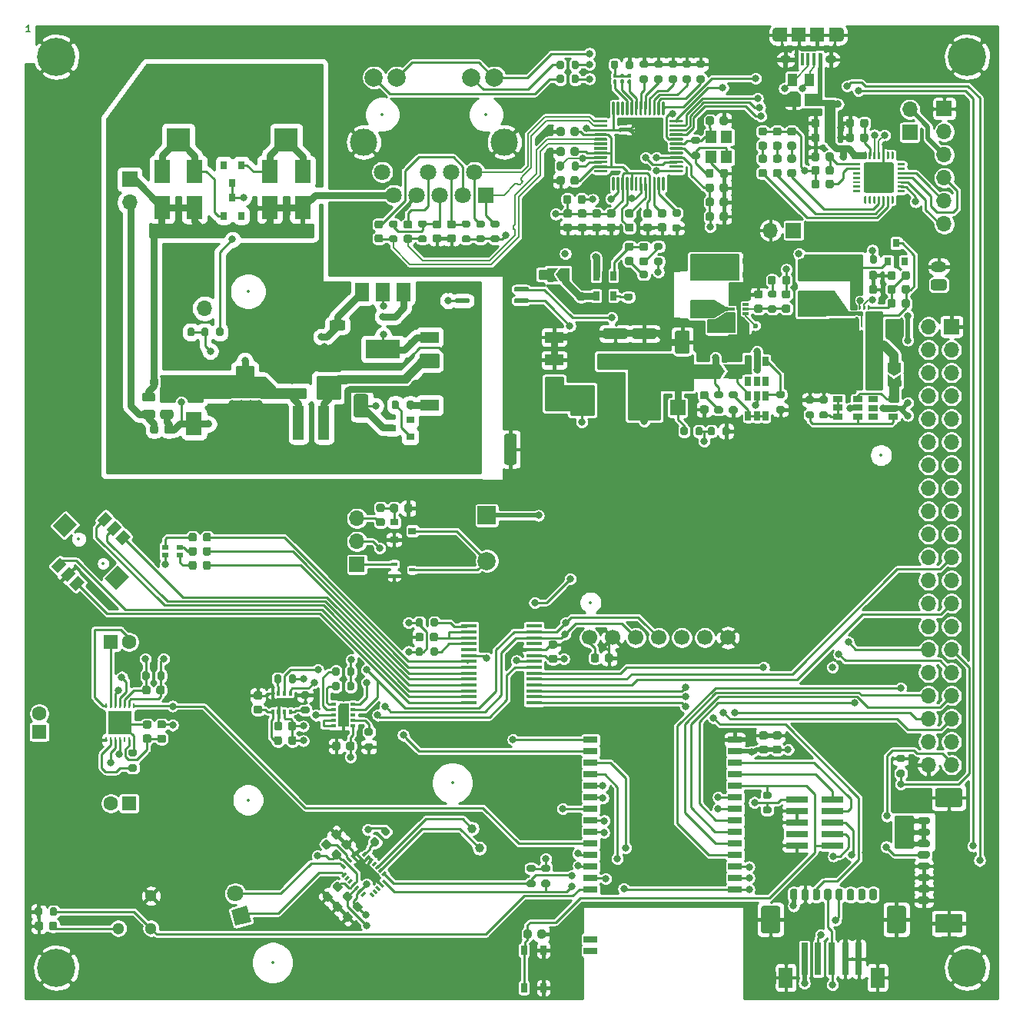
<source format=gbr>
G04 #@! TF.GenerationSoftware,KiCad,Pcbnew,5.1.7-a382d34a8~87~ubuntu18.04.1*
G04 #@! TF.CreationDate,2021-01-18T13:43:01-05:00*
G04 #@! TF.ProjectId,SD1,5344312e-6b69-4636-9164-5f7063625858,0*
G04 #@! TF.SameCoordinates,Original*
G04 #@! TF.FileFunction,Copper,L1,Top*
G04 #@! TF.FilePolarity,Positive*
%FSLAX46Y46*%
G04 Gerber Fmt 4.6, Leading zero omitted, Abs format (unit mm)*
G04 Created by KiCad (PCBNEW 5.1.7-a382d34a8~87~ubuntu18.04.1) date 2021-01-18 13:43:01*
%MOMM*%
%LPD*%
G01*
G04 APERTURE LIST*
G04 #@! TA.AperFunction,NonConductor*
%ADD10C,0.190500*%
G04 #@! TD*
G04 #@! TA.AperFunction,EtchedComponent*
%ADD11C,0.100000*%
G04 #@! TD*
G04 #@! TA.AperFunction,SMDPad,CuDef*
%ADD12R,2.400000X0.740000*%
G04 #@! TD*
G04 #@! TA.AperFunction,SMDPad,CuDef*
%ADD13C,0.500000*%
G04 #@! TD*
G04 #@! TA.AperFunction,ComponentPad*
%ADD14O,1.700000X1.700000*%
G04 #@! TD*
G04 #@! TA.AperFunction,ComponentPad*
%ADD15R,1.700000X1.700000*%
G04 #@! TD*
G04 #@! TA.AperFunction,ComponentPad*
%ADD16R,1.600000X1.600000*%
G04 #@! TD*
G04 #@! TA.AperFunction,ComponentPad*
%ADD17C,1.600000*%
G04 #@! TD*
G04 #@! TA.AperFunction,SMDPad,CuDef*
%ADD18R,0.700000X0.400000*%
G04 #@! TD*
G04 #@! TA.AperFunction,SMDPad,CuDef*
%ADD19R,1.600000X1.900000*%
G04 #@! TD*
G04 #@! TA.AperFunction,SMDPad,CuDef*
%ADD20C,0.100000*%
G04 #@! TD*
G04 #@! TA.AperFunction,ComponentPad*
%ADD21C,0.100000*%
G04 #@! TD*
G04 #@! TA.AperFunction,ComponentPad*
%ADD22C,1.800000*%
G04 #@! TD*
G04 #@! TA.AperFunction,SMDPad,CuDef*
%ADD23R,3.800000X2.000000*%
G04 #@! TD*
G04 #@! TA.AperFunction,SMDPad,CuDef*
%ADD24R,1.500000X2.000000*%
G04 #@! TD*
G04 #@! TA.AperFunction,SMDPad,CuDef*
%ADD25R,0.650000X1.050000*%
G04 #@! TD*
G04 #@! TA.AperFunction,SMDPad,CuDef*
%ADD26R,1.200000X1.400000*%
G04 #@! TD*
G04 #@! TA.AperFunction,ComponentPad*
%ADD27O,0.890000X1.550000*%
G04 #@! TD*
G04 #@! TA.AperFunction,SMDPad,CuDef*
%ADD28R,1.200000X1.550000*%
G04 #@! TD*
G04 #@! TA.AperFunction,SMDPad,CuDef*
%ADD29R,1.500000X1.550000*%
G04 #@! TD*
G04 #@! TA.AperFunction,ComponentPad*
%ADD30O,1.250000X0.950000*%
G04 #@! TD*
G04 #@! TA.AperFunction,SMDPad,CuDef*
%ADD31R,0.400000X1.350000*%
G04 #@! TD*
G04 #@! TA.AperFunction,ComponentPad*
%ADD32C,3.000000*%
G04 #@! TD*
G04 #@! TA.AperFunction,ComponentPad*
%ADD33C,2.000000*%
G04 #@! TD*
G04 #@! TA.AperFunction,ComponentPad*
%ADD34R,1.800000X1.800000*%
G04 #@! TD*
G04 #@! TA.AperFunction,SMDPad,CuDef*
%ADD35R,1.500000X0.800000*%
G04 #@! TD*
G04 #@! TA.AperFunction,SMDPad,CuDef*
%ADD36R,0.700000X0.450000*%
G04 #@! TD*
G04 #@! TA.AperFunction,SMDPad,CuDef*
%ADD37R,0.900000X0.800000*%
G04 #@! TD*
G04 #@! TA.AperFunction,ComponentPad*
%ADD38R,2.000000X2.000000*%
G04 #@! TD*
G04 #@! TA.AperFunction,SMDPad,CuDef*
%ADD39R,0.800000X0.550000*%
G04 #@! TD*
G04 #@! TA.AperFunction,SMDPad,CuDef*
%ADD40R,1.000000X1.400000*%
G04 #@! TD*
G04 #@! TA.AperFunction,SMDPad,CuDef*
%ADD41R,2.500000X3.300000*%
G04 #@! TD*
G04 #@! TA.AperFunction,SMDPad,CuDef*
%ADD42R,1.800000X2.500000*%
G04 #@! TD*
G04 #@! TA.AperFunction,SMDPad,CuDef*
%ADD43R,1.750000X0.450000*%
G04 #@! TD*
G04 #@! TA.AperFunction,ComponentPad*
%ADD44C,1.300000*%
G04 #@! TD*
G04 #@! TA.AperFunction,SMDPad,CuDef*
%ADD45R,0.250000X0.600000*%
G04 #@! TD*
G04 #@! TA.AperFunction,SMDPad,CuDef*
%ADD46R,2.600000X2.600000*%
G04 #@! TD*
G04 #@! TA.AperFunction,SMDPad,CuDef*
%ADD47R,1.000000X0.300000*%
G04 #@! TD*
G04 #@! TA.AperFunction,SMDPad,CuDef*
%ADD48R,1.300000X2.200000*%
G04 #@! TD*
G04 #@! TA.AperFunction,SMDPad,CuDef*
%ADD49R,0.600000X0.400000*%
G04 #@! TD*
G04 #@! TA.AperFunction,SMDPad,CuDef*
%ADD50R,1.500000X2.300000*%
G04 #@! TD*
G04 #@! TA.AperFunction,SMDPad,CuDef*
%ADD51R,0.700000X3.600000*%
G04 #@! TD*
G04 #@! TA.AperFunction,ComponentPad*
%ADD52C,2.600000*%
G04 #@! TD*
G04 #@! TA.AperFunction,ComponentPad*
%ADD53R,2.600000X2.600000*%
G04 #@! TD*
G04 #@! TA.AperFunction,SMDPad,CuDef*
%ADD54R,0.650000X1.060000*%
G04 #@! TD*
G04 #@! TA.AperFunction,SMDPad,CuDef*
%ADD55R,1.060000X0.650000*%
G04 #@! TD*
G04 #@! TA.AperFunction,SMDPad,CuDef*
%ADD56R,0.350000X0.500000*%
G04 #@! TD*
G04 #@! TA.AperFunction,SMDPad,CuDef*
%ADD57R,0.800000X0.900000*%
G04 #@! TD*
G04 #@! TA.AperFunction,SMDPad,CuDef*
%ADD58R,1.200000X3.700000*%
G04 #@! TD*
G04 #@! TA.AperFunction,SMDPad,CuDef*
%ADD59R,2.030000X1.270000*%
G04 #@! TD*
G04 #@! TA.AperFunction,SMDPad,CuDef*
%ADD60C,1.000000*%
G04 #@! TD*
G04 #@! TA.AperFunction,ComponentPad*
%ADD61O,1.750000X1.200000*%
G04 #@! TD*
G04 #@! TA.AperFunction,ComponentPad*
%ADD62C,4.200000*%
G04 #@! TD*
G04 #@! TA.AperFunction,ComponentPad*
%ADD63C,1.700000*%
G04 #@! TD*
G04 #@! TA.AperFunction,ViaPad*
%ADD64C,0.800000*%
G04 #@! TD*
G04 #@! TA.AperFunction,ViaPad*
%ADD65C,0.600000*%
G04 #@! TD*
G04 #@! TA.AperFunction,Conductor*
%ADD66C,0.254000*%
G04 #@! TD*
G04 #@! TA.AperFunction,Conductor*
%ADD67C,0.203200*%
G04 #@! TD*
G04 #@! TA.AperFunction,Conductor*
%ADD68C,0.250000*%
G04 #@! TD*
G04 #@! TA.AperFunction,Conductor*
%ADD69C,0.762000*%
G04 #@! TD*
G04 #@! TA.AperFunction,Conductor*
%ADD70C,0.508000*%
G04 #@! TD*
G04 #@! TA.AperFunction,Conductor*
%ADD71C,0.200000*%
G04 #@! TD*
G04 #@! TA.AperFunction,Conductor*
%ADD72C,0.152400*%
G04 #@! TD*
G04 #@! TA.AperFunction,Conductor*
%ADD73C,1.016000*%
G04 #@! TD*
G04 #@! TA.AperFunction,Conductor*
%ADD74C,0.100000*%
G04 #@! TD*
%ADD75C,0.350000*%
%ADD76O,0.500000X1.150000*%
%ADD77O,0.850000X0.550000*%
G04 APERTURE END LIST*
D10*
X116517714Y-7544714D02*
X116082285Y-7544714D01*
X116300000Y-7544714D02*
X116300000Y-6782714D01*
X116227428Y-6891571D01*
X116154857Y-6964142D01*
X116082285Y-7000428D01*
D11*
G04 #@! TO.C,NT201*
G36*
X182500000Y-18550000D02*
G01*
X181500000Y-18550000D01*
X181500000Y-18050000D01*
X182500000Y-18050000D01*
X182500000Y-18550000D01*
G37*
G04 #@! TD*
D12*
G04 #@! TO.P,J404,10*
G04 #@! TO.N,/WMCU_RESET*
X204850000Y-97140000D03*
G04 #@! TO.P,J404,9*
G04 #@! TO.N,GND*
X200950000Y-97140000D03*
G04 #@! TO.P,J404,8*
G04 #@! TO.N,/DIO17_TDI*
X204850000Y-95870000D03*
G04 #@! TO.P,J404,7*
G04 #@! TO.N,N/C*
X200950000Y-95870000D03*
G04 #@! TO.P,J404,6*
G04 #@! TO.N,/DIO16_TDO*
X204850000Y-94600000D03*
G04 #@! TO.P,J404,5*
G04 #@! TO.N,GND*
X200950000Y-94600000D03*
G04 #@! TO.P,J404,4*
G04 #@! TO.N,/WMCU_TCK*
X204850000Y-93330000D03*
G04 #@! TO.P,J404,3*
G04 #@! TO.N,GND*
X200950000Y-93330000D03*
G04 #@! TO.P,J404,2*
G04 #@! TO.N,/WMCU_TMS*
X204850000Y-92060000D03*
G04 #@! TO.P,J404,1*
G04 #@! TO.N,+3V3*
X200950000Y-92060000D03*
G04 #@! TD*
D13*
G04 #@! TO.P,NT201,1*
G04 #@! TO.N,GND*
X182500000Y-18300000D03*
G04 #@! TO.P,NT201,2*
G04 #@! TO.N,GNDA*
X181500000Y-18300000D03*
G04 #@! TD*
D14*
G04 #@! TO.P,U101,10*
G04 #@! TO.N,N/C*
X215460000Y-50160000D03*
G04 #@! TO.P,U101,11*
X218000000Y-52700000D03*
G04 #@! TO.P,U101,12*
X215460000Y-52700000D03*
G04 #@! TO.P,U101,13*
X218000000Y-55240000D03*
G04 #@! TO.P,U101,2*
G04 #@! TO.N,+3V3*
X215460000Y-40000000D03*
G04 #@! TO.P,U101,4*
G04 #@! TO.N,N/C*
X215460000Y-42540000D03*
G04 #@! TO.P,U101,7*
X218000000Y-47620000D03*
G04 #@! TO.P,U101,3*
X218000000Y-42540000D03*
G04 #@! TO.P,U101,9*
X218000000Y-50160000D03*
D15*
G04 #@! TO.P,U101,1*
G04 #@! TO.N,GND*
X218000000Y-40000000D03*
D14*
G04 #@! TO.P,U101,8*
G04 #@! TO.N,N/C*
X215460000Y-47620000D03*
G04 #@! TO.P,U101,5*
X218000000Y-45080000D03*
G04 #@! TO.P,U101,6*
X215460000Y-45080000D03*
G04 #@! TO.P,U101,14*
X215460000Y-55240000D03*
G04 #@! TO.P,U101,15*
X218000000Y-57780000D03*
G04 #@! TO.P,U101,16*
X215460000Y-57780000D03*
G04 #@! TO.P,U101,17*
X218000000Y-60320000D03*
G04 #@! TO.P,U101,18*
X215460000Y-60320000D03*
G04 #@! TO.P,U101,19*
X218000000Y-62860000D03*
G04 #@! TO.P,U101,20*
X215460000Y-62860000D03*
G04 #@! TO.P,U101,21*
G04 #@! TO.N,/~LCD_RESET*
X218000000Y-65400000D03*
G04 #@! TO.P,U101,22*
G04 #@! TO.N,N/C*
X215460000Y-65400000D03*
G04 #@! TO.P,U101,23*
G04 #@! TO.N,/~LCD_CS*
X218000000Y-67940000D03*
G04 #@! TO.P,U101,24*
G04 #@! TO.N,SPI_SCK*
X215460000Y-67940000D03*
G04 #@! TO.P,U101,25*
G04 #@! TO.N,/LCD_DC*
X218000000Y-70480000D03*
G04 #@! TO.P,U101,26*
G04 #@! TO.N,Net-(JP101-Pad1)*
X215460000Y-70480000D03*
G04 #@! TO.P,U101,27*
G04 #@! TO.N,SPI_MOSI*
X218000000Y-73020000D03*
G04 #@! TO.P,U101,28*
G04 #@! TO.N,Net-(JP102-Pad1)*
X215460000Y-73020000D03*
G04 #@! TO.P,U101,29*
G04 #@! TO.N,/LCD_BACKLIGHT*
X218000000Y-75560000D03*
G04 #@! TO.P,U101,30*
G04 #@! TO.N,I2C_SCL*
X215460000Y-75560000D03*
G04 #@! TO.P,U101,31*
G04 #@! TO.N,I2C_SDA*
X218000000Y-78100000D03*
G04 #@! TO.P,U101,32*
G04 #@! TO.N,SPI_MISO*
X215460000Y-78100000D03*
G04 #@! TO.P,U101,33*
G04 #@! TO.N,SPI_SCK*
X218000000Y-80640000D03*
G04 #@! TO.P,U101,34*
G04 #@! TO.N,SPI_MOSI*
X215460000Y-80640000D03*
G04 #@! TO.P,U101,35*
G04 #@! TO.N,/SD_CS*
X218000000Y-83180000D03*
G04 #@! TO.P,U101,36*
G04 #@! TO.N,/FONT_CS*
X215460000Y-83180000D03*
G04 #@! TO.P,U101,37*
G04 #@! TO.N,N/C*
X218000000Y-85720000D03*
G04 #@! TO.P,U101,38*
X215460000Y-85720000D03*
G04 #@! TO.P,U101,39*
G04 #@! TO.N,/CTP_INT*
X218000000Y-88260000D03*
G04 #@! TO.P,U101,40*
G04 #@! TO.N,GND*
X215460000Y-88260000D03*
G04 #@! TD*
D16*
G04 #@! TO.P,U601,6*
G04 #@! TO.N,Net-(U601-Pad1)*
X127400000Y-92515000D03*
D17*
G04 #@! TO.P,U601,1*
X125400000Y-92515000D03*
G04 #@! TO.P,U601,5*
G04 #@! TO.N,Net-(U601-Pad5)*
X127400000Y-74725000D03*
D16*
G04 #@! TO.P,U601,4*
G04 #@! TO.N,Net-(U601-Pad4)*
X125400000Y-74735000D03*
D17*
G04 #@! TO.P,U601,3*
G04 #@! TO.N,Net-(U601-Pad2)*
X117510000Y-82625000D03*
D16*
G04 #@! TO.P,U601,2*
X117510000Y-84625000D03*
G04 #@! TD*
G04 #@! TO.P,R806,2*
G04 #@! TO.N,Net-(R806-Pad2)*
G04 #@! TA.AperFunction,SMDPad,CuDef*
G36*
G01*
X198650000Y-34643750D02*
X198650000Y-35156250D01*
G75*
G02*
X198431250Y-35375000I-218750J0D01*
G01*
X197993750Y-35375000D01*
G75*
G02*
X197775000Y-35156250I0J218750D01*
G01*
X197775000Y-34643750D01*
G75*
G02*
X197993750Y-34425000I218750J0D01*
G01*
X198431250Y-34425000D01*
G75*
G02*
X198650000Y-34643750I0J-218750D01*
G01*
G37*
G04 #@! TD.AperFunction*
G04 #@! TO.P,R806,1*
G04 #@! TO.N,+3V3*
G04 #@! TA.AperFunction,SMDPad,CuDef*
G36*
G01*
X200225000Y-34643750D02*
X200225000Y-35156250D01*
G75*
G02*
X200006250Y-35375000I-218750J0D01*
G01*
X199568750Y-35375000D01*
G75*
G02*
X199350000Y-35156250I0J218750D01*
G01*
X199350000Y-34643750D01*
G75*
G02*
X199568750Y-34425000I218750J0D01*
G01*
X200006250Y-34425000D01*
G75*
G02*
X200225000Y-34643750I0J-218750D01*
G01*
G37*
G04 #@! TD.AperFunction*
G04 #@! TD*
G04 #@! TO.P,C802,2*
G04 #@! TO.N,GND*
G04 #@! TA.AperFunction,SMDPad,CuDef*
G36*
G01*
X208929700Y-34605450D02*
X208929700Y-34092950D01*
G75*
G02*
X209148450Y-33874200I218750J0D01*
G01*
X209585950Y-33874200D01*
G75*
G02*
X209804700Y-34092950I0J-218750D01*
G01*
X209804700Y-34605450D01*
G75*
G02*
X209585950Y-34824200I-218750J0D01*
G01*
X209148450Y-34824200D01*
G75*
G02*
X208929700Y-34605450I0J218750D01*
G01*
G37*
G04 #@! TD.AperFunction*
G04 #@! TO.P,C802,1*
G04 #@! TO.N,+BATT*
G04 #@! TA.AperFunction,SMDPad,CuDef*
G36*
G01*
X207354700Y-34605450D02*
X207354700Y-34092950D01*
G75*
G02*
X207573450Y-33874200I218750J0D01*
G01*
X208010950Y-33874200D01*
G75*
G02*
X208229700Y-34092950I0J-218750D01*
G01*
X208229700Y-34605450D01*
G75*
G02*
X208010950Y-34824200I-218750J0D01*
G01*
X207573450Y-34824200D01*
G75*
G02*
X207354700Y-34605450I0J218750D01*
G01*
G37*
G04 #@! TD.AperFunction*
G04 #@! TD*
G04 #@! TO.P,R809,1*
G04 #@! TO.N,GND*
G04 #@! TA.AperFunction,SMDPad,CuDef*
G36*
G01*
X196473450Y-36010700D02*
X196985950Y-36010700D01*
G75*
G02*
X197204700Y-36229450I0J-218750D01*
G01*
X197204700Y-36666950D01*
G75*
G02*
X196985950Y-36885700I-218750J0D01*
G01*
X196473450Y-36885700D01*
G75*
G02*
X196254700Y-36666950I0J218750D01*
G01*
X196254700Y-36229450D01*
G75*
G02*
X196473450Y-36010700I218750J0D01*
G01*
G37*
G04 #@! TD.AperFunction*
G04 #@! TO.P,R809,2*
G04 #@! TO.N,Net-(C807-Pad2)*
G04 #@! TA.AperFunction,SMDPad,CuDef*
G36*
G01*
X196473450Y-37585700D02*
X196985950Y-37585700D01*
G75*
G02*
X197204700Y-37804450I0J-218750D01*
G01*
X197204700Y-38241950D01*
G75*
G02*
X196985950Y-38460700I-218750J0D01*
G01*
X196473450Y-38460700D01*
G75*
G02*
X196254700Y-38241950I0J218750D01*
G01*
X196254700Y-37804450D01*
G75*
G02*
X196473450Y-37585700I218750J0D01*
G01*
G37*
G04 #@! TD.AperFunction*
G04 #@! TD*
G04 #@! TO.P,U801,5*
G04 #@! TO.N,EN_5V_BST*
G04 #@! TA.AperFunction,SMDPad,CuDef*
G36*
G01*
X208435000Y-38120400D02*
X208310000Y-38120400D01*
G75*
G02*
X208247500Y-38057900I0J62500D01*
G01*
X208247500Y-37732900D01*
G75*
G02*
X208310000Y-37670400I62500J0D01*
G01*
X208435000Y-37670400D01*
G75*
G02*
X208497500Y-37732900I0J-62500D01*
G01*
X208497500Y-38057900D01*
G75*
G02*
X208435000Y-38120400I-62500J0D01*
G01*
G37*
G04 #@! TD.AperFunction*
G04 #@! TO.P,U801,4*
G04 #@! TO.N,Net-(C803-Pad2)*
G04 #@! TA.AperFunction,SMDPad,CuDef*
G36*
G01*
X208935000Y-38120400D02*
X208810000Y-38120400D01*
G75*
G02*
X208747500Y-38057900I0J62500D01*
G01*
X208747500Y-37732900D01*
G75*
G02*
X208810000Y-37670400I62500J0D01*
G01*
X208935000Y-37670400D01*
G75*
G02*
X208997500Y-37732900I0J-62500D01*
G01*
X208997500Y-38057900D01*
G75*
G02*
X208935000Y-38120400I-62500J0D01*
G01*
G37*
G04 #@! TD.AperFunction*
G04 #@! TO.P,U801,6*
G04 #@! TO.N,Net-(JP802-Pad2)*
G04 #@! TA.AperFunction,SMDPad,CuDef*
G36*
G01*
X207935000Y-38120400D02*
X207810000Y-38120400D01*
G75*
G02*
X207747500Y-38057900I0J62500D01*
G01*
X207747500Y-37732900D01*
G75*
G02*
X207810000Y-37670400I62500J0D01*
G01*
X207935000Y-37670400D01*
G75*
G02*
X207997500Y-37732900I0J-62500D01*
G01*
X207997500Y-38057900D01*
G75*
G02*
X207935000Y-38120400I-62500J0D01*
G01*
G37*
G04 #@! TD.AperFunction*
G04 #@! TO.P,U801,7*
G04 #@! TO.N,+BATT*
G04 #@! TA.AperFunction,SMDPad,CuDef*
G36*
G01*
X207435000Y-38120400D02*
X207310000Y-38120400D01*
G75*
G02*
X207247500Y-38057900I0J62500D01*
G01*
X207247500Y-37732900D01*
G75*
G02*
X207310000Y-37670400I62500J0D01*
G01*
X207435000Y-37670400D01*
G75*
G02*
X207497500Y-37732900I0J-62500D01*
G01*
X207497500Y-38057900D01*
G75*
G02*
X207435000Y-38120400I-62500J0D01*
G01*
G37*
G04 #@! TD.AperFunction*
G04 #@! TO.P,U801,2*
G04 #@! TO.N,/Power/VSW*
G04 #@! TA.AperFunction,SMDPad,CuDef*
G36*
G01*
X208172500Y-40070400D02*
X208072500Y-40070400D01*
G75*
G02*
X208022500Y-40020400I0J50000D01*
G01*
X208022500Y-38670400D01*
G75*
G02*
X208072500Y-38620400I50000J0D01*
G01*
X208172500Y-38620400D01*
G75*
G02*
X208222500Y-38670400I0J-50000D01*
G01*
X208222500Y-40020400D01*
G75*
G02*
X208172500Y-40070400I-50000J0D01*
G01*
G37*
G04 #@! TD.AperFunction*
G04 #@! TO.P,U801,3*
G04 #@! TO.N,/Power/5VOUT_BST*
G04 #@! TA.AperFunction,SMDPad,CuDef*
G36*
G01*
X208760000Y-40070400D02*
X208585000Y-40070400D01*
G75*
G02*
X208497500Y-39982900I0J87500D01*
G01*
X208497500Y-39007900D01*
G75*
G02*
X208585000Y-38920400I87500J0D01*
G01*
X208760000Y-38920400D01*
G75*
G02*
X208847500Y-39007900I0J-87500D01*
G01*
X208847500Y-39982900D01*
G75*
G02*
X208760000Y-40070400I-87500J0D01*
G01*
G37*
G04 #@! TD.AperFunction*
G04 #@! TO.P,U801,1*
G04 #@! TO.N,GND*
G04 #@! TA.AperFunction,SMDPad,CuDef*
G36*
G01*
X207660000Y-40070400D02*
X207485000Y-40070400D01*
G75*
G02*
X207397500Y-39982900I0J87500D01*
G01*
X207397500Y-39007900D01*
G75*
G02*
X207485000Y-38920400I87500J0D01*
G01*
X207660000Y-38920400D01*
G75*
G02*
X207747500Y-39007900I0J-87500D01*
G01*
X207747500Y-39982900D01*
G75*
G02*
X207660000Y-40070400I-87500J0D01*
G01*
G37*
G04 #@! TD.AperFunction*
G04 #@! TD*
G04 #@! TO.P,R802,1*
G04 #@! TO.N,Net-(C803-Pad2)*
G04 #@! TA.AperFunction,SMDPad,CuDef*
G36*
G01*
X210961600Y-36154850D02*
X210961600Y-35642350D01*
G75*
G02*
X211180350Y-35423600I218750J0D01*
G01*
X211617850Y-35423600D01*
G75*
G02*
X211836600Y-35642350I0J-218750D01*
G01*
X211836600Y-36154850D01*
G75*
G02*
X211617850Y-36373600I-218750J0D01*
G01*
X211180350Y-36373600D01*
G75*
G02*
X210961600Y-36154850I0J218750D01*
G01*
G37*
G04 #@! TD.AperFunction*
G04 #@! TO.P,R802,2*
G04 #@! TO.N,/Power/5VOUT_BST*
G04 #@! TA.AperFunction,SMDPad,CuDef*
G36*
G01*
X212536600Y-36154850D02*
X212536600Y-35642350D01*
G75*
G02*
X212755350Y-35423600I218750J0D01*
G01*
X213192850Y-35423600D01*
G75*
G02*
X213411600Y-35642350I0J-218750D01*
G01*
X213411600Y-36154850D01*
G75*
G02*
X213192850Y-36373600I-218750J0D01*
G01*
X212755350Y-36373600D01*
G75*
G02*
X212536600Y-36154850I0J218750D01*
G01*
G37*
G04 #@! TD.AperFunction*
G04 #@! TD*
G04 #@! TO.P,C801,1*
G04 #@! TO.N,+BATT*
G04 #@! TA.AperFunction,SMDPad,CuDef*
G36*
G01*
X207354700Y-36180250D02*
X207354700Y-35667750D01*
G75*
G02*
X207573450Y-35449000I218750J0D01*
G01*
X208010950Y-35449000D01*
G75*
G02*
X208229700Y-35667750I0J-218750D01*
G01*
X208229700Y-36180250D01*
G75*
G02*
X208010950Y-36399000I-218750J0D01*
G01*
X207573450Y-36399000D01*
G75*
G02*
X207354700Y-36180250I0J218750D01*
G01*
G37*
G04 #@! TD.AperFunction*
G04 #@! TO.P,C801,2*
G04 #@! TO.N,GND*
G04 #@! TA.AperFunction,SMDPad,CuDef*
G36*
G01*
X208929700Y-36180250D02*
X208929700Y-35667750D01*
G75*
G02*
X209148450Y-35449000I218750J0D01*
G01*
X209585950Y-35449000D01*
G75*
G02*
X209804700Y-35667750I0J-218750D01*
G01*
X209804700Y-36180250D01*
G75*
G02*
X209585950Y-36399000I-218750J0D01*
G01*
X209148450Y-36399000D01*
G75*
G02*
X208929700Y-36180250I0J218750D01*
G01*
G37*
G04 #@! TD.AperFunction*
G04 #@! TD*
D18*
G04 #@! TO.P,U802,5*
G04 #@! TO.N,Net-(C807-Pad2)*
X195295300Y-38048500D03*
G04 #@! TO.P,U802,4*
G04 #@! TO.N,+5V*
X195295300Y-38548500D03*
G04 #@! TO.P,U802,2*
G04 #@! TO.N,Net-(L802-Pad1)*
X193795300Y-38048500D03*
G04 #@! TO.P,U802,6*
G04 #@! TO.N,N/C*
X195295300Y-37548500D03*
G04 #@! TO.P,U802,3*
G04 #@! TO.N,+5V*
X193795300Y-38548500D03*
G04 #@! TO.P,U802,1*
G04 #@! TO.N,GND*
X193795300Y-37548500D03*
G04 #@! TD*
G04 #@! TO.P,R803,2*
G04 #@! TO.N,Net-(C803-Pad2)*
G04 #@! TA.AperFunction,SMDPad,CuDef*
G36*
G01*
X212536600Y-34630850D02*
X212536600Y-34118350D01*
G75*
G02*
X212755350Y-33899600I218750J0D01*
G01*
X213192850Y-33899600D01*
G75*
G02*
X213411600Y-34118350I0J-218750D01*
G01*
X213411600Y-34630850D01*
G75*
G02*
X213192850Y-34849600I-218750J0D01*
G01*
X212755350Y-34849600D01*
G75*
G02*
X212536600Y-34630850I0J218750D01*
G01*
G37*
G04 #@! TD.AperFunction*
G04 #@! TO.P,R803,1*
G04 #@! TO.N,GND*
G04 #@! TA.AperFunction,SMDPad,CuDef*
G36*
G01*
X210961600Y-34630850D02*
X210961600Y-34118350D01*
G75*
G02*
X211180350Y-33899600I218750J0D01*
G01*
X211617850Y-33899600D01*
G75*
G02*
X211836600Y-34118350I0J-218750D01*
G01*
X211836600Y-34630850D01*
G75*
G02*
X211617850Y-34849600I-218750J0D01*
G01*
X211180350Y-34849600D01*
G75*
G02*
X210961600Y-34630850I0J218750D01*
G01*
G37*
G04 #@! TD.AperFunction*
G04 #@! TD*
G04 #@! TO.P,C807,1*
G04 #@! TO.N,+3V3*
G04 #@! TA.AperFunction,SMDPad,CuDef*
G36*
G01*
X199521450Y-36010700D02*
X200033950Y-36010700D01*
G75*
G02*
X200252700Y-36229450I0J-218750D01*
G01*
X200252700Y-36666950D01*
G75*
G02*
X200033950Y-36885700I-218750J0D01*
G01*
X199521450Y-36885700D01*
G75*
G02*
X199302700Y-36666950I0J218750D01*
G01*
X199302700Y-36229450D01*
G75*
G02*
X199521450Y-36010700I218750J0D01*
G01*
G37*
G04 #@! TD.AperFunction*
G04 #@! TO.P,C807,2*
G04 #@! TO.N,Net-(C807-Pad2)*
G04 #@! TA.AperFunction,SMDPad,CuDef*
G36*
G01*
X199521450Y-37585700D02*
X200033950Y-37585700D01*
G75*
G02*
X200252700Y-37804450I0J-218750D01*
G01*
X200252700Y-38241950D01*
G75*
G02*
X200033950Y-38460700I-218750J0D01*
G01*
X199521450Y-38460700D01*
G75*
G02*
X199302700Y-38241950I0J218750D01*
G01*
X199302700Y-37804450D01*
G75*
G02*
X199521450Y-37585700I218750J0D01*
G01*
G37*
G04 #@! TD.AperFunction*
G04 #@! TD*
G04 #@! TO.P,C805,1*
G04 #@! TO.N,/Power/5VOUT_BST*
G04 #@! TA.AperFunction,SMDPad,CuDef*
G36*
G01*
X210147500Y-44196200D02*
X210147500Y-46346200D01*
G75*
G02*
X209897500Y-46596200I-250000J0D01*
G01*
X209147500Y-46596200D01*
G75*
G02*
X208897500Y-46346200I0J250000D01*
G01*
X208897500Y-44196200D01*
G75*
G02*
X209147500Y-43946200I250000J0D01*
G01*
X209897500Y-43946200D01*
G75*
G02*
X210147500Y-44196200I0J-250000D01*
G01*
G37*
G04 #@! TD.AperFunction*
G04 #@! TO.P,C805,2*
G04 #@! TO.N,GND*
G04 #@! TA.AperFunction,SMDPad,CuDef*
G36*
G01*
X207347500Y-44196200D02*
X207347500Y-46346200D01*
G75*
G02*
X207097500Y-46596200I-250000J0D01*
G01*
X206347500Y-46596200D01*
G75*
G02*
X206097500Y-46346200I0J250000D01*
G01*
X206097500Y-44196200D01*
G75*
G02*
X206347500Y-43946200I250000J0D01*
G01*
X207097500Y-43946200D01*
G75*
G02*
X207347500Y-44196200I0J-250000D01*
G01*
G37*
G04 #@! TD.AperFunction*
G04 #@! TD*
D19*
G04 #@! TO.P,L801,2*
G04 #@! TO.N,/Power/VSW*
X203956900Y-37415200D03*
G04 #@! TO.P,L801,1*
G04 #@! TO.N,+BATT*
X203956900Y-33315200D03*
G04 #@! TD*
G04 #@! TO.P,C810,1*
G04 #@! TO.N,+3V3*
G04 #@! TA.AperFunction,SMDPad,CuDef*
G36*
G01*
X193421900Y-33021550D02*
X193421900Y-32509050D01*
G75*
G02*
X193640650Y-32290300I218750J0D01*
G01*
X194078150Y-32290300D01*
G75*
G02*
X194296900Y-32509050I0J-218750D01*
G01*
X194296900Y-33021550D01*
G75*
G02*
X194078150Y-33240300I-218750J0D01*
G01*
X193640650Y-33240300D01*
G75*
G02*
X193421900Y-33021550I0J218750D01*
G01*
G37*
G04 #@! TD.AperFunction*
G04 #@! TO.P,C810,2*
G04 #@! TO.N,GND*
G04 #@! TA.AperFunction,SMDPad,CuDef*
G36*
G01*
X194996900Y-33021550D02*
X194996900Y-32509050D01*
G75*
G02*
X195215650Y-32290300I218750J0D01*
G01*
X195653150Y-32290300D01*
G75*
G02*
X195871900Y-32509050I0J-218750D01*
G01*
X195871900Y-33021550D01*
G75*
G02*
X195653150Y-33240300I-218750J0D01*
G01*
X195215650Y-33240300D01*
G75*
G02*
X194996900Y-33021550I0J218750D01*
G01*
G37*
G04 #@! TD.AperFunction*
G04 #@! TD*
G04 #@! TO.P,C804,2*
G04 #@! TO.N,GND*
G04 #@! TA.AperFunction,SMDPad,CuDef*
G36*
G01*
X207347500Y-40945000D02*
X207347500Y-43095000D01*
G75*
G02*
X207097500Y-43345000I-250000J0D01*
G01*
X206347500Y-43345000D01*
G75*
G02*
X206097500Y-43095000I0J250000D01*
G01*
X206097500Y-40945000D01*
G75*
G02*
X206347500Y-40695000I250000J0D01*
G01*
X207097500Y-40695000D01*
G75*
G02*
X207347500Y-40945000I0J-250000D01*
G01*
G37*
G04 #@! TD.AperFunction*
G04 #@! TO.P,C804,1*
G04 #@! TO.N,/Power/5VOUT_BST*
G04 #@! TA.AperFunction,SMDPad,CuDef*
G36*
G01*
X210147500Y-40945000D02*
X210147500Y-43095000D01*
G75*
G02*
X209897500Y-43345000I-250000J0D01*
G01*
X209147500Y-43345000D01*
G75*
G02*
X208897500Y-43095000I0J250000D01*
G01*
X208897500Y-40945000D01*
G75*
G02*
X209147500Y-40695000I250000J0D01*
G01*
X209897500Y-40695000D01*
G75*
G02*
X210147500Y-40945000I0J-250000D01*
G01*
G37*
G04 #@! TD.AperFunction*
G04 #@! TD*
G04 #@! TO.P,C809,2*
G04 #@! TO.N,GND*
G04 #@! TA.AperFunction,SMDPad,CuDef*
G36*
G01*
X194996900Y-34545550D02*
X194996900Y-34033050D01*
G75*
G02*
X195215650Y-33814300I218750J0D01*
G01*
X195653150Y-33814300D01*
G75*
G02*
X195871900Y-34033050I0J-218750D01*
G01*
X195871900Y-34545550D01*
G75*
G02*
X195653150Y-34764300I-218750J0D01*
G01*
X195215650Y-34764300D01*
G75*
G02*
X194996900Y-34545550I0J218750D01*
G01*
G37*
G04 #@! TD.AperFunction*
G04 #@! TO.P,C809,1*
G04 #@! TO.N,+3V3*
G04 #@! TA.AperFunction,SMDPad,CuDef*
G36*
G01*
X193421900Y-34545550D02*
X193421900Y-34033050D01*
G75*
G02*
X193640650Y-33814300I218750J0D01*
G01*
X194078150Y-33814300D01*
G75*
G02*
X194296900Y-34033050I0J-218750D01*
G01*
X194296900Y-34545550D01*
G75*
G02*
X194078150Y-34764300I-218750J0D01*
G01*
X193640650Y-34764300D01*
G75*
G02*
X193421900Y-34545550I0J218750D01*
G01*
G37*
G04 #@! TD.AperFunction*
G04 #@! TD*
G04 #@! TA.AperFunction,SMDPad,CuDef*
D20*
G04 #@! TO.P,JP801,2*
G04 #@! TO.N,Net-(JP801-Pad2)*
G36*
X210941200Y-46420000D02*
G01*
X210941200Y-45270000D01*
X211691200Y-45770000D01*
X212441200Y-45270000D01*
X212441200Y-46420000D01*
X210941200Y-46420000D01*
G37*
G04 #@! TD.AperFunction*
G04 #@! TA.AperFunction,SMDPad,CuDef*
G04 #@! TO.P,JP801,1*
G04 #@! TO.N,/Power/5VOUT_BST*
G36*
X211691200Y-45470000D02*
G01*
X210941200Y-44970000D01*
X210941200Y-43970000D01*
X212441200Y-43970000D01*
X212441200Y-44970000D01*
X211691200Y-45470000D01*
G37*
G04 #@! TD.AperFunction*
G04 #@! TD*
G04 #@! TO.P,C806,1*
G04 #@! TO.N,+5V*
G04 #@! TA.AperFunction,SMDPad,CuDef*
G36*
G01*
X193117100Y-40336750D02*
X193117100Y-39824250D01*
G75*
G02*
X193335850Y-39605500I218750J0D01*
G01*
X193773350Y-39605500D01*
G75*
G02*
X193992100Y-39824250I0J-218750D01*
G01*
X193992100Y-40336750D01*
G75*
G02*
X193773350Y-40555500I-218750J0D01*
G01*
X193335850Y-40555500D01*
G75*
G02*
X193117100Y-40336750I0J218750D01*
G01*
G37*
G04 #@! TD.AperFunction*
G04 #@! TO.P,C806,2*
G04 #@! TO.N,GND*
G04 #@! TA.AperFunction,SMDPad,CuDef*
G36*
G01*
X194692100Y-40336750D02*
X194692100Y-39824250D01*
G75*
G02*
X194910850Y-39605500I218750J0D01*
G01*
X195348350Y-39605500D01*
G75*
G02*
X195567100Y-39824250I0J-218750D01*
G01*
X195567100Y-40336750D01*
G75*
G02*
X195348350Y-40555500I-218750J0D01*
G01*
X194910850Y-40555500D01*
G75*
G02*
X194692100Y-40336750I0J218750D01*
G01*
G37*
G04 #@! TD.AperFunction*
G04 #@! TD*
G04 #@! TO.P,C803,1*
G04 #@! TO.N,/Power/5VOUT_BST*
G04 #@! TA.AperFunction,SMDPad,CuDef*
G36*
G01*
X213411600Y-37191750D02*
X213411600Y-37704250D01*
G75*
G02*
X213192850Y-37923000I-218750J0D01*
G01*
X212755350Y-37923000D01*
G75*
G02*
X212536600Y-37704250I0J218750D01*
G01*
X212536600Y-37191750D01*
G75*
G02*
X212755350Y-36973000I218750J0D01*
G01*
X213192850Y-36973000D01*
G75*
G02*
X213411600Y-37191750I0J-218750D01*
G01*
G37*
G04 #@! TD.AperFunction*
G04 #@! TO.P,C803,2*
G04 #@! TO.N,Net-(C803-Pad2)*
G04 #@! TA.AperFunction,SMDPad,CuDef*
G36*
G01*
X211836600Y-37191750D02*
X211836600Y-37704250D01*
G75*
G02*
X211617850Y-37923000I-218750J0D01*
G01*
X211180350Y-37923000D01*
G75*
G02*
X210961600Y-37704250I0J218750D01*
G01*
X210961600Y-37191750D01*
G75*
G02*
X211180350Y-36973000I218750J0D01*
G01*
X211617850Y-36973000D01*
G75*
G02*
X211836600Y-37191750I0J-218750D01*
G01*
G37*
G04 #@! TD.AperFunction*
G04 #@! TD*
G04 #@! TO.P,C706,2*
G04 #@! TO.N,GND*
G04 #@! TA.AperFunction,SMDPad,CuDef*
G36*
G01*
X150519314Y-103390831D02*
X150872868Y-103744385D01*
G75*
G02*
X150872868Y-104062583I-159099J-159099D01*
G01*
X150554670Y-104380781D01*
G75*
G02*
X150236472Y-104380781I-159099J159099D01*
G01*
X149882918Y-104027227D01*
G75*
G02*
X149882918Y-103709029I159099J159099D01*
G01*
X150201116Y-103390831D01*
G75*
G02*
X150519314Y-103390831I159099J-159099D01*
G01*
G37*
G04 #@! TD.AperFunction*
G04 #@! TO.P,C706,1*
G04 #@! TO.N,+5V*
G04 #@! TA.AperFunction,SMDPad,CuDef*
G36*
G01*
X151615330Y-102294815D02*
X151968884Y-102648369D01*
G75*
G02*
X151968884Y-102966567I-159099J-159099D01*
G01*
X151650686Y-103284765D01*
G75*
G02*
X151332488Y-103284765I-159099J159099D01*
G01*
X150978934Y-102931211D01*
G75*
G02*
X150978934Y-102613013I159099J159099D01*
G01*
X151297132Y-102294815D01*
G75*
G02*
X151615330Y-102294815I159099J-159099D01*
G01*
G37*
G04 #@! TD.AperFunction*
G04 #@! TD*
G04 #@! TO.P,C705,1*
G04 #@! TO.N,+3V3*
G04 #@! TA.AperFunction,SMDPad,CuDef*
G36*
G01*
X152728882Y-103408367D02*
X153082436Y-103761921D01*
G75*
G02*
X153082436Y-104080119I-159099J-159099D01*
G01*
X152764238Y-104398317D01*
G75*
G02*
X152446040Y-104398317I-159099J159099D01*
G01*
X152092486Y-104044763D01*
G75*
G02*
X152092486Y-103726565I159099J159099D01*
G01*
X152410684Y-103408367D01*
G75*
G02*
X152728882Y-103408367I159099J-159099D01*
G01*
G37*
G04 #@! TD.AperFunction*
G04 #@! TO.P,C705,2*
G04 #@! TO.N,GND*
G04 #@! TA.AperFunction,SMDPad,CuDef*
G36*
G01*
X151632866Y-104504383D02*
X151986420Y-104857937D01*
G75*
G02*
X151986420Y-105176135I-159099J-159099D01*
G01*
X151668222Y-105494333D01*
G75*
G02*
X151350024Y-105494333I-159099J159099D01*
G01*
X150996470Y-105140779D01*
G75*
G02*
X150996470Y-104822581I159099J159099D01*
G01*
X151314668Y-104504383D01*
G75*
G02*
X151632866Y-104504383I159099J-159099D01*
G01*
G37*
G04 #@! TD.AperFunction*
G04 #@! TD*
G04 #@! TA.AperFunction,ComponentPad*
D21*
G04 #@! TO.P,D701,1*
G04 #@! TO.N,Net-(D701-Pad1)*
G36*
X140859702Y-105520637D02*
G01*
X139121036Y-105986511D01*
X138655162Y-104247845D01*
X140393828Y-103781971D01*
X140859702Y-105520637D01*
G37*
G04 #@! TD.AperFunction*
D22*
G04 #@! TO.P,D701,2*
G04 #@! TO.N,Net-(D701-Pad2)*
X139100032Y-102430789D03*
G04 #@! TD*
D23*
G04 #@! TO.P,Q303,2*
G04 #@! TO.N,Net-(Q303-Pad2)*
X155360000Y-42470000D03*
D24*
X155360000Y-36170000D03*
G04 #@! TO.P,Q303,3*
G04 #@! TO.N,Net-(Q303-Pad3)*
X153060000Y-36170000D03*
G04 #@! TO.P,Q303,1*
G04 #@! TO.N,Net-(Q303-Pad1)*
X157660000Y-36170000D03*
G04 #@! TD*
D25*
G04 #@! TO.P,SW401,2*
G04 #@! TO.N,/WMCU_RESET*
X170894600Y-112823000D03*
X170894600Y-108673000D03*
G04 #@! TO.P,SW401,1*
G04 #@! TO.N,GND*
X173044600Y-112823000D03*
X173044600Y-108673000D03*
G04 #@! TD*
G04 #@! TO.P,R212,1*
G04 #@! TO.N,GND*
G04 #@! TA.AperFunction,SMDPad,CuDef*
G36*
G01*
X187045000Y-10695000D02*
X187595000Y-10695000D01*
G75*
G02*
X187795000Y-10895000I0J-200000D01*
G01*
X187795000Y-11295000D01*
G75*
G02*
X187595000Y-11495000I-200000J0D01*
G01*
X187045000Y-11495000D01*
G75*
G02*
X186845000Y-11295000I0J200000D01*
G01*
X186845000Y-10895000D01*
G75*
G02*
X187045000Y-10695000I200000J0D01*
G01*
G37*
G04 #@! TD.AperFunction*
G04 #@! TO.P,R212,2*
G04 #@! TO.N,Net-(R212-Pad2)*
G04 #@! TA.AperFunction,SMDPad,CuDef*
G36*
G01*
X187045000Y-12345000D02*
X187595000Y-12345000D01*
G75*
G02*
X187795000Y-12545000I0J-200000D01*
G01*
X187795000Y-12945000D01*
G75*
G02*
X187595000Y-13145000I-200000J0D01*
G01*
X187045000Y-13145000D01*
G75*
G02*
X186845000Y-12945000I0J200000D01*
G01*
X186845000Y-12545000D01*
G75*
G02*
X187045000Y-12345000I200000J0D01*
G01*
G37*
G04 #@! TD.AperFunction*
G04 #@! TD*
G04 #@! TO.P,R204,1*
G04 #@! TO.N,/Eth + PoE/LINK_LED*
G04 #@! TA.AperFunction,SMDPad,CuDef*
G36*
G01*
X176945000Y-12445000D02*
X176945000Y-12995000D01*
G75*
G02*
X176745000Y-13195000I-200000J0D01*
G01*
X176345000Y-13195000D01*
G75*
G02*
X176145000Y-12995000I0J200000D01*
G01*
X176145000Y-12445000D01*
G75*
G02*
X176345000Y-12245000I200000J0D01*
G01*
X176745000Y-12245000D01*
G75*
G02*
X176945000Y-12445000I0J-200000D01*
G01*
G37*
G04 #@! TD.AperFunction*
G04 #@! TO.P,R204,2*
G04 #@! TO.N,Net-(J201-Pad14)*
G04 #@! TA.AperFunction,SMDPad,CuDef*
G36*
G01*
X175295000Y-12445000D02*
X175295000Y-12995000D01*
G75*
G02*
X175095000Y-13195000I-200000J0D01*
G01*
X174695000Y-13195000D01*
G75*
G02*
X174495000Y-12995000I0J200000D01*
G01*
X174495000Y-12445000D01*
G75*
G02*
X174695000Y-12245000I200000J0D01*
G01*
X175095000Y-12245000D01*
G75*
G02*
X175295000Y-12445000I0J-200000D01*
G01*
G37*
G04 #@! TD.AperFunction*
G04 #@! TD*
G04 #@! TO.P,C217,1*
G04 #@! TO.N,Net-(C217-Pad1)*
G04 #@! TA.AperFunction,SMDPad,CuDef*
G36*
G01*
X190925000Y-17570000D02*
X190925000Y-17070000D01*
G75*
G02*
X191150000Y-16845000I225000J0D01*
G01*
X191600000Y-16845000D01*
G75*
G02*
X191825000Y-17070000I0J-225000D01*
G01*
X191825000Y-17570000D01*
G75*
G02*
X191600000Y-17795000I-225000J0D01*
G01*
X191150000Y-17795000D01*
G75*
G02*
X190925000Y-17570000I0J225000D01*
G01*
G37*
G04 #@! TD.AperFunction*
G04 #@! TO.P,C217,2*
G04 #@! TO.N,GND*
G04 #@! TA.AperFunction,SMDPad,CuDef*
G36*
G01*
X192475000Y-17570000D02*
X192475000Y-17070000D01*
G75*
G02*
X192700000Y-16845000I225000J0D01*
G01*
X193150000Y-16845000D01*
G75*
G02*
X193375000Y-17070000I0J-225000D01*
G01*
X193375000Y-17570000D01*
G75*
G02*
X193150000Y-17795000I-225000J0D01*
G01*
X192700000Y-17795000D01*
G75*
G02*
X192475000Y-17570000I0J225000D01*
G01*
G37*
G04 #@! TD.AperFunction*
G04 #@! TD*
G04 #@! TO.P,FB201,1*
G04 #@! TO.N,/Eth + PoE/ETH_3V3A*
G04 #@! TA.AperFunction,SMDPad,CuDef*
G36*
G01*
X175245000Y-26256250D02*
X175245000Y-25743750D01*
G75*
G02*
X175463750Y-25525000I218750J0D01*
G01*
X175901250Y-25525000D01*
G75*
G02*
X176120000Y-25743750I0J-218750D01*
G01*
X176120000Y-26256250D01*
G75*
G02*
X175901250Y-26475000I-218750J0D01*
G01*
X175463750Y-26475000D01*
G75*
G02*
X175245000Y-26256250I0J218750D01*
G01*
G37*
G04 #@! TD.AperFunction*
G04 #@! TO.P,FB201,2*
G04 #@! TO.N,+3V3*
G04 #@! TA.AperFunction,SMDPad,CuDef*
G36*
G01*
X176820000Y-26256250D02*
X176820000Y-25743750D01*
G75*
G02*
X177038750Y-25525000I218750J0D01*
G01*
X177476250Y-25525000D01*
G75*
G02*
X177695000Y-25743750I0J-218750D01*
G01*
X177695000Y-26256250D01*
G75*
G02*
X177476250Y-26475000I-218750J0D01*
G01*
X177038750Y-26475000D01*
G75*
G02*
X176820000Y-26256250I0J218750D01*
G01*
G37*
G04 #@! TD.AperFunction*
G04 #@! TD*
G04 #@! TO.P,R209,1*
G04 #@! TO.N,Net-(C217-Pad1)*
G04 #@! TA.AperFunction,SMDPad,CuDef*
G36*
G01*
X189545000Y-19095000D02*
X190095000Y-19095000D01*
G75*
G02*
X190295000Y-19295000I0J-200000D01*
G01*
X190295000Y-19695000D01*
G75*
G02*
X190095000Y-19895000I-200000J0D01*
G01*
X189545000Y-19895000D01*
G75*
G02*
X189345000Y-19695000I0J200000D01*
G01*
X189345000Y-19295000D01*
G75*
G02*
X189545000Y-19095000I200000J0D01*
G01*
G37*
G04 #@! TD.AperFunction*
G04 #@! TO.P,R209,2*
G04 #@! TO.N,Net-(C216-Pad1)*
G04 #@! TA.AperFunction,SMDPad,CuDef*
G36*
G01*
X189545000Y-20745000D02*
X190095000Y-20745000D01*
G75*
G02*
X190295000Y-20945000I0J-200000D01*
G01*
X190295000Y-21345000D01*
G75*
G02*
X190095000Y-21545000I-200000J0D01*
G01*
X189545000Y-21545000D01*
G75*
G02*
X189345000Y-21345000I0J200000D01*
G01*
X189345000Y-20945000D01*
G75*
G02*
X189545000Y-20745000I200000J0D01*
G01*
G37*
G04 #@! TD.AperFunction*
G04 #@! TD*
G04 #@! TO.P,C201,1*
G04 #@! TO.N,+3V3*
G04 #@! TA.AperFunction,SMDPad,CuDef*
G36*
G01*
X190925000Y-26530000D02*
X190925000Y-26030000D01*
G75*
G02*
X191150000Y-25805000I225000J0D01*
G01*
X191600000Y-25805000D01*
G75*
G02*
X191825000Y-26030000I0J-225000D01*
G01*
X191825000Y-26530000D01*
G75*
G02*
X191600000Y-26755000I-225000J0D01*
G01*
X191150000Y-26755000D01*
G75*
G02*
X190925000Y-26530000I0J225000D01*
G01*
G37*
G04 #@! TD.AperFunction*
G04 #@! TO.P,C201,2*
G04 #@! TO.N,GND*
G04 #@! TA.AperFunction,SMDPad,CuDef*
G36*
G01*
X192475000Y-26530000D02*
X192475000Y-26030000D01*
G75*
G02*
X192700000Y-25805000I225000J0D01*
G01*
X193150000Y-25805000D01*
G75*
G02*
X193375000Y-26030000I0J-225000D01*
G01*
X193375000Y-26530000D01*
G75*
G02*
X193150000Y-26755000I-225000J0D01*
G01*
X192700000Y-26755000D01*
G75*
G02*
X192475000Y-26530000I0J225000D01*
G01*
G37*
G04 #@! TD.AperFunction*
G04 #@! TD*
G04 #@! TO.P,R210,1*
G04 #@! TO.N,GND*
G04 #@! TA.AperFunction,SMDPad,CuDef*
G36*
G01*
X190085000Y-10695000D02*
X190635000Y-10695000D01*
G75*
G02*
X190835000Y-10895000I0J-200000D01*
G01*
X190835000Y-11295000D01*
G75*
G02*
X190635000Y-11495000I-200000J0D01*
G01*
X190085000Y-11495000D01*
G75*
G02*
X189885000Y-11295000I0J200000D01*
G01*
X189885000Y-10895000D01*
G75*
G02*
X190085000Y-10695000I200000J0D01*
G01*
G37*
G04 #@! TD.AperFunction*
G04 #@! TO.P,R210,2*
G04 #@! TO.N,Net-(R210-Pad2)*
G04 #@! TA.AperFunction,SMDPad,CuDef*
G36*
G01*
X190085000Y-12345000D02*
X190635000Y-12345000D01*
G75*
G02*
X190835000Y-12545000I0J-200000D01*
G01*
X190835000Y-12945000D01*
G75*
G02*
X190635000Y-13145000I-200000J0D01*
G01*
X190085000Y-13145000D01*
G75*
G02*
X189885000Y-12945000I0J200000D01*
G01*
X189885000Y-12545000D01*
G75*
G02*
X190085000Y-12345000I200000J0D01*
G01*
G37*
G04 #@! TD.AperFunction*
G04 #@! TD*
G04 #@! TO.P,R215,1*
G04 #@! TO.N,GND*
G04 #@! TA.AperFunction,SMDPad,CuDef*
G36*
G01*
X187995000Y-29545000D02*
X187445000Y-29545000D01*
G75*
G02*
X187245000Y-29345000I0J200000D01*
G01*
X187245000Y-28945000D01*
G75*
G02*
X187445000Y-28745000I200000J0D01*
G01*
X187995000Y-28745000D01*
G75*
G02*
X188195000Y-28945000I0J-200000D01*
G01*
X188195000Y-29345000D01*
G75*
G02*
X187995000Y-29545000I-200000J0D01*
G01*
G37*
G04 #@! TD.AperFunction*
G04 #@! TO.P,R215,2*
G04 #@! TO.N,Net-(R215-Pad2)*
G04 #@! TA.AperFunction,SMDPad,CuDef*
G36*
G01*
X187995000Y-27895000D02*
X187445000Y-27895000D01*
G75*
G02*
X187245000Y-27695000I0J200000D01*
G01*
X187245000Y-27295000D01*
G75*
G02*
X187445000Y-27095000I200000J0D01*
G01*
X187995000Y-27095000D01*
G75*
G02*
X188195000Y-27295000I0J-200000D01*
G01*
X188195000Y-27695000D01*
G75*
G02*
X187995000Y-27895000I-200000J0D01*
G01*
G37*
G04 #@! TD.AperFunction*
G04 #@! TD*
G04 #@! TO.P,JP203,1*
G04 #@! TO.N,Net-(JP201-Pad1)*
G04 #@! TA.AperFunction,SMDPad,CuDef*
G36*
G01*
X182420000Y-12150000D02*
X182620000Y-12150000D01*
G75*
G02*
X182720000Y-12250000I0J-100000D01*
G01*
X182720000Y-12510000D01*
G75*
G02*
X182620000Y-12610000I-100000J0D01*
G01*
X182420000Y-12610000D01*
G75*
G02*
X182320000Y-12510000I0J100000D01*
G01*
X182320000Y-12250000D01*
G75*
G02*
X182420000Y-12150000I100000J0D01*
G01*
G37*
G04 #@! TD.AperFunction*
G04 #@! TO.P,JP203,2*
G04 #@! TO.N,Net-(JP203-Pad2)*
G04 #@! TA.AperFunction,SMDPad,CuDef*
G36*
G01*
X182420000Y-12790000D02*
X182620000Y-12790000D01*
G75*
G02*
X182720000Y-12890000I0J-100000D01*
G01*
X182720000Y-13150000D01*
G75*
G02*
X182620000Y-13250000I-100000J0D01*
G01*
X182420000Y-13250000D01*
G75*
G02*
X182320000Y-13150000I0J100000D01*
G01*
X182320000Y-12890000D01*
G75*
G02*
X182420000Y-12790000I100000J0D01*
G01*
G37*
G04 #@! TD.AperFunction*
G04 #@! TD*
G04 #@! TO.P,C205,1*
G04 #@! TO.N,/Eth + PoE/ETH_3V3A*
G04 #@! TA.AperFunction,SMDPad,CuDef*
G36*
G01*
X176945000Y-18270000D02*
X176945000Y-18770000D01*
G75*
G02*
X176720000Y-18995000I-225000J0D01*
G01*
X176270000Y-18995000D01*
G75*
G02*
X176045000Y-18770000I0J225000D01*
G01*
X176045000Y-18270000D01*
G75*
G02*
X176270000Y-18045000I225000J0D01*
G01*
X176720000Y-18045000D01*
G75*
G02*
X176945000Y-18270000I0J-225000D01*
G01*
G37*
G04 #@! TD.AperFunction*
G04 #@! TO.P,C205,2*
G04 #@! TO.N,GND*
G04 #@! TA.AperFunction,SMDPad,CuDef*
G36*
G01*
X175395000Y-18270000D02*
X175395000Y-18770000D01*
G75*
G02*
X175170000Y-18995000I-225000J0D01*
G01*
X174720000Y-18995000D01*
G75*
G02*
X174495000Y-18770000I0J225000D01*
G01*
X174495000Y-18270000D01*
G75*
G02*
X174720000Y-18045000I225000J0D01*
G01*
X175170000Y-18045000D01*
G75*
G02*
X175395000Y-18270000I0J-225000D01*
G01*
G37*
G04 #@! TD.AperFunction*
G04 #@! TD*
G04 #@! TO.P,C207,1*
G04 #@! TO.N,/Eth + PoE/ETH_3V3A*
G04 #@! TA.AperFunction,SMDPad,CuDef*
G36*
G01*
X184270000Y-27095000D02*
X184770000Y-27095000D01*
G75*
G02*
X184995000Y-27320000I0J-225000D01*
G01*
X184995000Y-27770000D01*
G75*
G02*
X184770000Y-27995000I-225000J0D01*
G01*
X184270000Y-27995000D01*
G75*
G02*
X184045000Y-27770000I0J225000D01*
G01*
X184045000Y-27320000D01*
G75*
G02*
X184270000Y-27095000I225000J0D01*
G01*
G37*
G04 #@! TD.AperFunction*
G04 #@! TO.P,C207,2*
G04 #@! TO.N,GND*
G04 #@! TA.AperFunction,SMDPad,CuDef*
G36*
G01*
X184270000Y-28645000D02*
X184770000Y-28645000D01*
G75*
G02*
X184995000Y-28870000I0J-225000D01*
G01*
X184995000Y-29320000D01*
G75*
G02*
X184770000Y-29545000I-225000J0D01*
G01*
X184270000Y-29545000D01*
G75*
G02*
X184045000Y-29320000I0J225000D01*
G01*
X184045000Y-28870000D01*
G75*
G02*
X184270000Y-28645000I225000J0D01*
G01*
G37*
G04 #@! TD.AperFunction*
G04 #@! TD*
G04 #@! TO.P,C209,1*
G04 #@! TO.N,/Eth + PoE/ETH_3V3A*
G04 #@! TA.AperFunction,SMDPad,CuDef*
G36*
G01*
X178670000Y-27095000D02*
X179170000Y-27095000D01*
G75*
G02*
X179395000Y-27320000I0J-225000D01*
G01*
X179395000Y-27770000D01*
G75*
G02*
X179170000Y-27995000I-225000J0D01*
G01*
X178670000Y-27995000D01*
G75*
G02*
X178445000Y-27770000I0J225000D01*
G01*
X178445000Y-27320000D01*
G75*
G02*
X178670000Y-27095000I225000J0D01*
G01*
G37*
G04 #@! TD.AperFunction*
G04 #@! TO.P,C209,2*
G04 #@! TO.N,GND*
G04 #@! TA.AperFunction,SMDPad,CuDef*
G36*
G01*
X178670000Y-28645000D02*
X179170000Y-28645000D01*
G75*
G02*
X179395000Y-28870000I0J-225000D01*
G01*
X179395000Y-29320000D01*
G75*
G02*
X179170000Y-29545000I-225000J0D01*
G01*
X178670000Y-29545000D01*
G75*
G02*
X178445000Y-29320000I0J225000D01*
G01*
X178445000Y-28870000D01*
G75*
G02*
X178670000Y-28645000I225000J0D01*
G01*
G37*
G04 #@! TD.AperFunction*
G04 #@! TD*
G04 #@! TO.P,R205,1*
G04 #@! TO.N,/Eth + PoE/ACT_LED*
G04 #@! TA.AperFunction,SMDPad,CuDef*
G36*
G01*
X176945000Y-10895000D02*
X176945000Y-11445000D01*
G75*
G02*
X176745000Y-11645000I-200000J0D01*
G01*
X176345000Y-11645000D01*
G75*
G02*
X176145000Y-11445000I0J200000D01*
G01*
X176145000Y-10895000D01*
G75*
G02*
X176345000Y-10695000I200000J0D01*
G01*
X176745000Y-10695000D01*
G75*
G02*
X176945000Y-10895000I0J-200000D01*
G01*
G37*
G04 #@! TD.AperFunction*
G04 #@! TO.P,R205,2*
G04 #@! TO.N,Net-(J201-Pad12)*
G04 #@! TA.AperFunction,SMDPad,CuDef*
G36*
G01*
X175295000Y-10895000D02*
X175295000Y-11445000D01*
G75*
G02*
X175095000Y-11645000I-200000J0D01*
G01*
X174695000Y-11645000D01*
G75*
G02*
X174495000Y-11445000I0J200000D01*
G01*
X174495000Y-10895000D01*
G75*
G02*
X174695000Y-10695000I200000J0D01*
G01*
X175095000Y-10695000D01*
G75*
G02*
X175295000Y-10895000I0J-200000D01*
G01*
G37*
G04 #@! TD.AperFunction*
G04 #@! TD*
D26*
G04 #@! TO.P,Y201,1*
G04 #@! TO.N,Net-(C217-Pad1)*
X191520000Y-19120000D03*
G04 #@! TO.P,Y201,2*
G04 #@! TO.N,GND*
X191520000Y-21320000D03*
G04 #@! TO.P,Y201,3*
G04 #@! TO.N,Net-(C216-Pad1)*
X193220000Y-21320000D03*
G04 #@! TO.P,Y201,4*
G04 #@! TO.N,N/C*
X193220000Y-19120000D03*
G04 #@! TD*
G04 #@! TO.P,U201,1*
G04 #@! TO.N,/Eth + PoE/ETH_TX_N*
G04 #@! TA.AperFunction,SMDPad,CuDef*
G36*
G01*
X178620000Y-17445000D02*
X178620000Y-17295000D01*
G75*
G02*
X178695000Y-17220000I75000J0D01*
G01*
X180020000Y-17220000D01*
G75*
G02*
X180095000Y-17295000I0J-75000D01*
G01*
X180095000Y-17445000D01*
G75*
G02*
X180020000Y-17520000I-75000J0D01*
G01*
X178695000Y-17520000D01*
G75*
G02*
X178620000Y-17445000I0J75000D01*
G01*
G37*
G04 #@! TD.AperFunction*
G04 #@! TO.P,U201,2*
G04 #@! TO.N,/Eth + PoE/ETH_TX_P*
G04 #@! TA.AperFunction,SMDPad,CuDef*
G36*
G01*
X178620000Y-17945000D02*
X178620000Y-17795000D01*
G75*
G02*
X178695000Y-17720000I75000J0D01*
G01*
X180020000Y-17720000D01*
G75*
G02*
X180095000Y-17795000I0J-75000D01*
G01*
X180095000Y-17945000D01*
G75*
G02*
X180020000Y-18020000I-75000J0D01*
G01*
X178695000Y-18020000D01*
G75*
G02*
X178620000Y-17945000I0J75000D01*
G01*
G37*
G04 #@! TD.AperFunction*
G04 #@! TO.P,U201,3*
G04 #@! TO.N,GNDA*
G04 #@! TA.AperFunction,SMDPad,CuDef*
G36*
G01*
X178620000Y-18445000D02*
X178620000Y-18295000D01*
G75*
G02*
X178695000Y-18220000I75000J0D01*
G01*
X180020000Y-18220000D01*
G75*
G02*
X180095000Y-18295000I0J-75000D01*
G01*
X180095000Y-18445000D01*
G75*
G02*
X180020000Y-18520000I-75000J0D01*
G01*
X178695000Y-18520000D01*
G75*
G02*
X178620000Y-18445000I0J75000D01*
G01*
G37*
G04 #@! TD.AperFunction*
G04 #@! TO.P,U201,4*
G04 #@! TO.N,/Eth + PoE/ETH_3V3A*
G04 #@! TA.AperFunction,SMDPad,CuDef*
G36*
G01*
X178620000Y-18945000D02*
X178620000Y-18795000D01*
G75*
G02*
X178695000Y-18720000I75000J0D01*
G01*
X180020000Y-18720000D01*
G75*
G02*
X180095000Y-18795000I0J-75000D01*
G01*
X180095000Y-18945000D01*
G75*
G02*
X180020000Y-19020000I-75000J0D01*
G01*
X178695000Y-19020000D01*
G75*
G02*
X178620000Y-18945000I0J75000D01*
G01*
G37*
G04 #@! TD.AperFunction*
G04 #@! TO.P,U201,5*
G04 #@! TO.N,/Eth + PoE/ETH_RX_N*
G04 #@! TA.AperFunction,SMDPad,CuDef*
G36*
G01*
X178620000Y-19445000D02*
X178620000Y-19295000D01*
G75*
G02*
X178695000Y-19220000I75000J0D01*
G01*
X180020000Y-19220000D01*
G75*
G02*
X180095000Y-19295000I0J-75000D01*
G01*
X180095000Y-19445000D01*
G75*
G02*
X180020000Y-19520000I-75000J0D01*
G01*
X178695000Y-19520000D01*
G75*
G02*
X178620000Y-19445000I0J75000D01*
G01*
G37*
G04 #@! TD.AperFunction*
G04 #@! TO.P,U201,6*
G04 #@! TO.N,/Eth + PoE/ETH_RX_P*
G04 #@! TA.AperFunction,SMDPad,CuDef*
G36*
G01*
X178620000Y-19945000D02*
X178620000Y-19795000D01*
G75*
G02*
X178695000Y-19720000I75000J0D01*
G01*
X180020000Y-19720000D01*
G75*
G02*
X180095000Y-19795000I0J-75000D01*
G01*
X180095000Y-19945000D01*
G75*
G02*
X180020000Y-20020000I-75000J0D01*
G01*
X178695000Y-20020000D01*
G75*
G02*
X178620000Y-19945000I0J75000D01*
G01*
G37*
G04 #@! TD.AperFunction*
G04 #@! TO.P,U201,7*
G04 #@! TO.N,N/C*
G04 #@! TA.AperFunction,SMDPad,CuDef*
G36*
G01*
X178620000Y-20445000D02*
X178620000Y-20295000D01*
G75*
G02*
X178695000Y-20220000I75000J0D01*
G01*
X180020000Y-20220000D01*
G75*
G02*
X180095000Y-20295000I0J-75000D01*
G01*
X180095000Y-20445000D01*
G75*
G02*
X180020000Y-20520000I-75000J0D01*
G01*
X178695000Y-20520000D01*
G75*
G02*
X178620000Y-20445000I0J75000D01*
G01*
G37*
G04 #@! TD.AperFunction*
G04 #@! TO.P,U201,8*
G04 #@! TO.N,/Eth + PoE/ETH_3V3A*
G04 #@! TA.AperFunction,SMDPad,CuDef*
G36*
G01*
X178620000Y-20945000D02*
X178620000Y-20795000D01*
G75*
G02*
X178695000Y-20720000I75000J0D01*
G01*
X180020000Y-20720000D01*
G75*
G02*
X180095000Y-20795000I0J-75000D01*
G01*
X180095000Y-20945000D01*
G75*
G02*
X180020000Y-21020000I-75000J0D01*
G01*
X178695000Y-21020000D01*
G75*
G02*
X178620000Y-20945000I0J75000D01*
G01*
G37*
G04 #@! TD.AperFunction*
G04 #@! TO.P,U201,9*
G04 #@! TO.N,GNDA*
G04 #@! TA.AperFunction,SMDPad,CuDef*
G36*
G01*
X178620000Y-21445000D02*
X178620000Y-21295000D01*
G75*
G02*
X178695000Y-21220000I75000J0D01*
G01*
X180020000Y-21220000D01*
G75*
G02*
X180095000Y-21295000I0J-75000D01*
G01*
X180095000Y-21445000D01*
G75*
G02*
X180020000Y-21520000I-75000J0D01*
G01*
X178695000Y-21520000D01*
G75*
G02*
X178620000Y-21445000I0J75000D01*
G01*
G37*
G04 #@! TD.AperFunction*
G04 #@! TO.P,U201,10*
G04 #@! TO.N,Net-(R216-Pad2)*
G04 #@! TA.AperFunction,SMDPad,CuDef*
G36*
G01*
X178620000Y-21945000D02*
X178620000Y-21795000D01*
G75*
G02*
X178695000Y-21720000I75000J0D01*
G01*
X180020000Y-21720000D01*
G75*
G02*
X180095000Y-21795000I0J-75000D01*
G01*
X180095000Y-21945000D01*
G75*
G02*
X180020000Y-22020000I-75000J0D01*
G01*
X178695000Y-22020000D01*
G75*
G02*
X178620000Y-21945000I0J75000D01*
G01*
G37*
G04 #@! TD.AperFunction*
G04 #@! TO.P,U201,11*
G04 #@! TO.N,/Eth + PoE/ETH_3V3A*
G04 #@! TA.AperFunction,SMDPad,CuDef*
G36*
G01*
X178620000Y-22445000D02*
X178620000Y-22295000D01*
G75*
G02*
X178695000Y-22220000I75000J0D01*
G01*
X180020000Y-22220000D01*
G75*
G02*
X180095000Y-22295000I0J-75000D01*
G01*
X180095000Y-22445000D01*
G75*
G02*
X180020000Y-22520000I-75000J0D01*
G01*
X178695000Y-22520000D01*
G75*
G02*
X178620000Y-22445000I0J75000D01*
G01*
G37*
G04 #@! TD.AperFunction*
G04 #@! TO.P,U201,12*
G04 #@! TO.N,N/C*
G04 #@! TA.AperFunction,SMDPad,CuDef*
G36*
G01*
X178620000Y-22945000D02*
X178620000Y-22795000D01*
G75*
G02*
X178695000Y-22720000I75000J0D01*
G01*
X180020000Y-22720000D01*
G75*
G02*
X180095000Y-22795000I0J-75000D01*
G01*
X180095000Y-22945000D01*
G75*
G02*
X180020000Y-23020000I-75000J0D01*
G01*
X178695000Y-23020000D01*
G75*
G02*
X178620000Y-22945000I0J75000D01*
G01*
G37*
G04 #@! TD.AperFunction*
G04 #@! TO.P,U201,13*
G04 #@! TA.AperFunction,SMDPad,CuDef*
G36*
G01*
X180620000Y-24945000D02*
X180620000Y-23620000D01*
G75*
G02*
X180695000Y-23545000I75000J0D01*
G01*
X180845000Y-23545000D01*
G75*
G02*
X180920000Y-23620000I0J-75000D01*
G01*
X180920000Y-24945000D01*
G75*
G02*
X180845000Y-25020000I-75000J0D01*
G01*
X180695000Y-25020000D01*
G75*
G02*
X180620000Y-24945000I0J75000D01*
G01*
G37*
G04 #@! TD.AperFunction*
G04 #@! TO.P,U201,14*
G04 #@! TO.N,GNDA*
G04 #@! TA.AperFunction,SMDPad,CuDef*
G36*
G01*
X181120000Y-24945000D02*
X181120000Y-23620000D01*
G75*
G02*
X181195000Y-23545000I75000J0D01*
G01*
X181345000Y-23545000D01*
G75*
G02*
X181420000Y-23620000I0J-75000D01*
G01*
X181420000Y-24945000D01*
G75*
G02*
X181345000Y-25020000I-75000J0D01*
G01*
X181195000Y-25020000D01*
G75*
G02*
X181120000Y-24945000I0J75000D01*
G01*
G37*
G04 #@! TD.AperFunction*
G04 #@! TO.P,U201,15*
G04 #@! TO.N,/Eth + PoE/ETH_3V3A*
G04 #@! TA.AperFunction,SMDPad,CuDef*
G36*
G01*
X181620000Y-24945000D02*
X181620000Y-23620000D01*
G75*
G02*
X181695000Y-23545000I75000J0D01*
G01*
X181845000Y-23545000D01*
G75*
G02*
X181920000Y-23620000I0J-75000D01*
G01*
X181920000Y-24945000D01*
G75*
G02*
X181845000Y-25020000I-75000J0D01*
G01*
X181695000Y-25020000D01*
G75*
G02*
X181620000Y-24945000I0J75000D01*
G01*
G37*
G04 #@! TD.AperFunction*
G04 #@! TO.P,U201,16*
G04 #@! TO.N,GNDA*
G04 #@! TA.AperFunction,SMDPad,CuDef*
G36*
G01*
X182120000Y-24945000D02*
X182120000Y-23620000D01*
G75*
G02*
X182195000Y-23545000I75000J0D01*
G01*
X182345000Y-23545000D01*
G75*
G02*
X182420000Y-23620000I0J-75000D01*
G01*
X182420000Y-24945000D01*
G75*
G02*
X182345000Y-25020000I-75000J0D01*
G01*
X182195000Y-25020000D01*
G75*
G02*
X182120000Y-24945000I0J75000D01*
G01*
G37*
G04 #@! TD.AperFunction*
G04 #@! TO.P,U201,17*
G04 #@! TO.N,/Eth + PoE/ETH_3V3A*
G04 #@! TA.AperFunction,SMDPad,CuDef*
G36*
G01*
X182620000Y-24945000D02*
X182620000Y-23620000D01*
G75*
G02*
X182695000Y-23545000I75000J0D01*
G01*
X182845000Y-23545000D01*
G75*
G02*
X182920000Y-23620000I0J-75000D01*
G01*
X182920000Y-24945000D01*
G75*
G02*
X182845000Y-25020000I-75000J0D01*
G01*
X182695000Y-25020000D01*
G75*
G02*
X182620000Y-24945000I0J75000D01*
G01*
G37*
G04 #@! TD.AperFunction*
G04 #@! TO.P,U201,18*
G04 #@! TO.N,N/C*
G04 #@! TA.AperFunction,SMDPad,CuDef*
G36*
G01*
X183120000Y-24945000D02*
X183120000Y-23620000D01*
G75*
G02*
X183195000Y-23545000I75000J0D01*
G01*
X183345000Y-23545000D01*
G75*
G02*
X183420000Y-23620000I0J-75000D01*
G01*
X183420000Y-24945000D01*
G75*
G02*
X183345000Y-25020000I-75000J0D01*
G01*
X183195000Y-25020000D01*
G75*
G02*
X183120000Y-24945000I0J75000D01*
G01*
G37*
G04 #@! TD.AperFunction*
G04 #@! TO.P,U201,19*
G04 #@! TO.N,GNDA*
G04 #@! TA.AperFunction,SMDPad,CuDef*
G36*
G01*
X183620000Y-24945000D02*
X183620000Y-23620000D01*
G75*
G02*
X183695000Y-23545000I75000J0D01*
G01*
X183845000Y-23545000D01*
G75*
G02*
X183920000Y-23620000I0J-75000D01*
G01*
X183920000Y-24945000D01*
G75*
G02*
X183845000Y-25020000I-75000J0D01*
G01*
X183695000Y-25020000D01*
G75*
G02*
X183620000Y-24945000I0J75000D01*
G01*
G37*
G04 #@! TD.AperFunction*
G04 #@! TO.P,U201,20*
G04 #@! TO.N,Net-(C219-Pad1)*
G04 #@! TA.AperFunction,SMDPad,CuDef*
G36*
G01*
X184120000Y-24945000D02*
X184120000Y-23620000D01*
G75*
G02*
X184195000Y-23545000I75000J0D01*
G01*
X184345000Y-23545000D01*
G75*
G02*
X184420000Y-23620000I0J-75000D01*
G01*
X184420000Y-24945000D01*
G75*
G02*
X184345000Y-25020000I-75000J0D01*
G01*
X184195000Y-25020000D01*
G75*
G02*
X184120000Y-24945000I0J75000D01*
G01*
G37*
G04 #@! TD.AperFunction*
G04 #@! TO.P,U201,21*
G04 #@! TO.N,/Eth + PoE/ETH_3V3A*
G04 #@! TA.AperFunction,SMDPad,CuDef*
G36*
G01*
X184620000Y-24945000D02*
X184620000Y-23620000D01*
G75*
G02*
X184695000Y-23545000I75000J0D01*
G01*
X184845000Y-23545000D01*
G75*
G02*
X184920000Y-23620000I0J-75000D01*
G01*
X184920000Y-24945000D01*
G75*
G02*
X184845000Y-25020000I-75000J0D01*
G01*
X184695000Y-25020000D01*
G75*
G02*
X184620000Y-24945000I0J75000D01*
G01*
G37*
G04 #@! TD.AperFunction*
G04 #@! TO.P,U201,22*
G04 #@! TO.N,Net-(C218-Pad1)*
G04 #@! TA.AperFunction,SMDPad,CuDef*
G36*
G01*
X185120000Y-24945000D02*
X185120000Y-23620000D01*
G75*
G02*
X185195000Y-23545000I75000J0D01*
G01*
X185345000Y-23545000D01*
G75*
G02*
X185420000Y-23620000I0J-75000D01*
G01*
X185420000Y-24945000D01*
G75*
G02*
X185345000Y-25020000I-75000J0D01*
G01*
X185195000Y-25020000D01*
G75*
G02*
X185120000Y-24945000I0J75000D01*
G01*
G37*
G04 #@! TD.AperFunction*
G04 #@! TO.P,U201,23*
G04 #@! TO.N,Net-(R215-Pad2)*
G04 #@! TA.AperFunction,SMDPad,CuDef*
G36*
G01*
X185620000Y-24945000D02*
X185620000Y-23620000D01*
G75*
G02*
X185695000Y-23545000I75000J0D01*
G01*
X185845000Y-23545000D01*
G75*
G02*
X185920000Y-23620000I0J-75000D01*
G01*
X185920000Y-24945000D01*
G75*
G02*
X185845000Y-25020000I-75000J0D01*
G01*
X185695000Y-25020000D01*
G75*
G02*
X185620000Y-24945000I0J75000D01*
G01*
G37*
G04 #@! TD.AperFunction*
G04 #@! TO.P,U201,24*
G04 #@! TO.N,N/C*
G04 #@! TA.AperFunction,SMDPad,CuDef*
G36*
G01*
X186120000Y-24945000D02*
X186120000Y-23620000D01*
G75*
G02*
X186195000Y-23545000I75000J0D01*
G01*
X186345000Y-23545000D01*
G75*
G02*
X186420000Y-23620000I0J-75000D01*
G01*
X186420000Y-24945000D01*
G75*
G02*
X186345000Y-25020000I-75000J0D01*
G01*
X186195000Y-25020000D01*
G75*
G02*
X186120000Y-24945000I0J75000D01*
G01*
G37*
G04 #@! TD.AperFunction*
G04 #@! TO.P,U201,25*
G04 #@! TO.N,/Eth + PoE/LINK_LED*
G04 #@! TA.AperFunction,SMDPad,CuDef*
G36*
G01*
X186945000Y-22945000D02*
X186945000Y-22795000D01*
G75*
G02*
X187020000Y-22720000I75000J0D01*
G01*
X188345000Y-22720000D01*
G75*
G02*
X188420000Y-22795000I0J-75000D01*
G01*
X188420000Y-22945000D01*
G75*
G02*
X188345000Y-23020000I-75000J0D01*
G01*
X187020000Y-23020000D01*
G75*
G02*
X186945000Y-22945000I0J75000D01*
G01*
G37*
G04 #@! TD.AperFunction*
G04 #@! TO.P,U201,26*
G04 #@! TO.N,N/C*
G04 #@! TA.AperFunction,SMDPad,CuDef*
G36*
G01*
X186945000Y-22445000D02*
X186945000Y-22295000D01*
G75*
G02*
X187020000Y-22220000I75000J0D01*
G01*
X188345000Y-22220000D01*
G75*
G02*
X188420000Y-22295000I0J-75000D01*
G01*
X188420000Y-22445000D01*
G75*
G02*
X188345000Y-22520000I-75000J0D01*
G01*
X187020000Y-22520000D01*
G75*
G02*
X186945000Y-22445000I0J75000D01*
G01*
G37*
G04 #@! TD.AperFunction*
G04 #@! TO.P,U201,27*
G04 #@! TO.N,/Eth + PoE/ACT_LED*
G04 #@! TA.AperFunction,SMDPad,CuDef*
G36*
G01*
X186945000Y-21945000D02*
X186945000Y-21795000D01*
G75*
G02*
X187020000Y-21720000I75000J0D01*
G01*
X188345000Y-21720000D01*
G75*
G02*
X188420000Y-21795000I0J-75000D01*
G01*
X188420000Y-21945000D01*
G75*
G02*
X188345000Y-22020000I-75000J0D01*
G01*
X187020000Y-22020000D01*
G75*
G02*
X186945000Y-21945000I0J75000D01*
G01*
G37*
G04 #@! TD.AperFunction*
G04 #@! TO.P,U201,28*
G04 #@! TO.N,+3V3*
G04 #@! TA.AperFunction,SMDPad,CuDef*
G36*
G01*
X186945000Y-21445000D02*
X186945000Y-21295000D01*
G75*
G02*
X187020000Y-21220000I75000J0D01*
G01*
X188345000Y-21220000D01*
G75*
G02*
X188420000Y-21295000I0J-75000D01*
G01*
X188420000Y-21445000D01*
G75*
G02*
X188345000Y-21520000I-75000J0D01*
G01*
X187020000Y-21520000D01*
G75*
G02*
X186945000Y-21445000I0J75000D01*
G01*
G37*
G04 #@! TD.AperFunction*
G04 #@! TO.P,U201,29*
G04 #@! TO.N,GND*
G04 #@! TA.AperFunction,SMDPad,CuDef*
G36*
G01*
X186945000Y-20945000D02*
X186945000Y-20795000D01*
G75*
G02*
X187020000Y-20720000I75000J0D01*
G01*
X188345000Y-20720000D01*
G75*
G02*
X188420000Y-20795000I0J-75000D01*
G01*
X188420000Y-20945000D01*
G75*
G02*
X188345000Y-21020000I-75000J0D01*
G01*
X187020000Y-21020000D01*
G75*
G02*
X186945000Y-20945000I0J75000D01*
G01*
G37*
G04 #@! TD.AperFunction*
G04 #@! TO.P,U201,30*
G04 #@! TO.N,Net-(C216-Pad1)*
G04 #@! TA.AperFunction,SMDPad,CuDef*
G36*
G01*
X186945000Y-20445000D02*
X186945000Y-20295000D01*
G75*
G02*
X187020000Y-20220000I75000J0D01*
G01*
X188345000Y-20220000D01*
G75*
G02*
X188420000Y-20295000I0J-75000D01*
G01*
X188420000Y-20445000D01*
G75*
G02*
X188345000Y-20520000I-75000J0D01*
G01*
X187020000Y-20520000D01*
G75*
G02*
X186945000Y-20445000I0J75000D01*
G01*
G37*
G04 #@! TD.AperFunction*
G04 #@! TO.P,U201,31*
G04 #@! TO.N,Net-(C217-Pad1)*
G04 #@! TA.AperFunction,SMDPad,CuDef*
G36*
G01*
X186945000Y-19945000D02*
X186945000Y-19795000D01*
G75*
G02*
X187020000Y-19720000I75000J0D01*
G01*
X188345000Y-19720000D01*
G75*
G02*
X188420000Y-19795000I0J-75000D01*
G01*
X188420000Y-19945000D01*
G75*
G02*
X188345000Y-20020000I-75000J0D01*
G01*
X187020000Y-20020000D01*
G75*
G02*
X186945000Y-19945000I0J75000D01*
G01*
G37*
G04 #@! TD.AperFunction*
G04 #@! TO.P,U201,32*
G04 #@! TO.N,/ETH_CS*
G04 #@! TA.AperFunction,SMDPad,CuDef*
G36*
G01*
X186945000Y-19445000D02*
X186945000Y-19295000D01*
G75*
G02*
X187020000Y-19220000I75000J0D01*
G01*
X188345000Y-19220000D01*
G75*
G02*
X188420000Y-19295000I0J-75000D01*
G01*
X188420000Y-19445000D01*
G75*
G02*
X188345000Y-19520000I-75000J0D01*
G01*
X187020000Y-19520000D01*
G75*
G02*
X186945000Y-19445000I0J75000D01*
G01*
G37*
G04 #@! TD.AperFunction*
G04 #@! TO.P,U201,33*
G04 #@! TO.N,SPI_SCK*
G04 #@! TA.AperFunction,SMDPad,CuDef*
G36*
G01*
X186945000Y-18945000D02*
X186945000Y-18795000D01*
G75*
G02*
X187020000Y-18720000I75000J0D01*
G01*
X188345000Y-18720000D01*
G75*
G02*
X188420000Y-18795000I0J-75000D01*
G01*
X188420000Y-18945000D01*
G75*
G02*
X188345000Y-19020000I-75000J0D01*
G01*
X187020000Y-19020000D01*
G75*
G02*
X186945000Y-18945000I0J75000D01*
G01*
G37*
G04 #@! TD.AperFunction*
G04 #@! TO.P,U201,34*
G04 #@! TO.N,SPI_MISO*
G04 #@! TA.AperFunction,SMDPad,CuDef*
G36*
G01*
X186945000Y-18445000D02*
X186945000Y-18295000D01*
G75*
G02*
X187020000Y-18220000I75000J0D01*
G01*
X188345000Y-18220000D01*
G75*
G02*
X188420000Y-18295000I0J-75000D01*
G01*
X188420000Y-18445000D01*
G75*
G02*
X188345000Y-18520000I-75000J0D01*
G01*
X187020000Y-18520000D01*
G75*
G02*
X186945000Y-18445000I0J75000D01*
G01*
G37*
G04 #@! TD.AperFunction*
G04 #@! TO.P,U201,35*
G04 #@! TO.N,SPI_MOSI*
G04 #@! TA.AperFunction,SMDPad,CuDef*
G36*
G01*
X186945000Y-17945000D02*
X186945000Y-17795000D01*
G75*
G02*
X187020000Y-17720000I75000J0D01*
G01*
X188345000Y-17720000D01*
G75*
G02*
X188420000Y-17795000I0J-75000D01*
G01*
X188420000Y-17945000D01*
G75*
G02*
X188345000Y-18020000I-75000J0D01*
G01*
X187020000Y-18020000D01*
G75*
G02*
X186945000Y-17945000I0J75000D01*
G01*
G37*
G04 #@! TD.AperFunction*
G04 #@! TO.P,U201,36*
G04 #@! TO.N,/~ETH_INT*
G04 #@! TA.AperFunction,SMDPad,CuDef*
G36*
G01*
X186945000Y-17445000D02*
X186945000Y-17295000D01*
G75*
G02*
X187020000Y-17220000I75000J0D01*
G01*
X188345000Y-17220000D01*
G75*
G02*
X188420000Y-17295000I0J-75000D01*
G01*
X188420000Y-17445000D01*
G75*
G02*
X188345000Y-17520000I-75000J0D01*
G01*
X187020000Y-17520000D01*
G75*
G02*
X186945000Y-17445000I0J75000D01*
G01*
G37*
G04 #@! TD.AperFunction*
G04 #@! TO.P,U201,37*
G04 #@! TO.N,/~ETH_RST*
G04 #@! TA.AperFunction,SMDPad,CuDef*
G36*
G01*
X186120000Y-16620000D02*
X186120000Y-15295000D01*
G75*
G02*
X186195000Y-15220000I75000J0D01*
G01*
X186345000Y-15220000D01*
G75*
G02*
X186420000Y-15295000I0J-75000D01*
G01*
X186420000Y-16620000D01*
G75*
G02*
X186345000Y-16695000I-75000J0D01*
G01*
X186195000Y-16695000D01*
G75*
G02*
X186120000Y-16620000I0J75000D01*
G01*
G37*
G04 #@! TD.AperFunction*
G04 #@! TO.P,U201,38*
G04 #@! TO.N,Net-(R210-Pad2)*
G04 #@! TA.AperFunction,SMDPad,CuDef*
G36*
G01*
X185620000Y-16620000D02*
X185620000Y-15295000D01*
G75*
G02*
X185695000Y-15220000I75000J0D01*
G01*
X185845000Y-15220000D01*
G75*
G02*
X185920000Y-15295000I0J-75000D01*
G01*
X185920000Y-16620000D01*
G75*
G02*
X185845000Y-16695000I-75000J0D01*
G01*
X185695000Y-16695000D01*
G75*
G02*
X185620000Y-16620000I0J75000D01*
G01*
G37*
G04 #@! TD.AperFunction*
G04 #@! TO.P,U201,39*
G04 #@! TO.N,Net-(R211-Pad2)*
G04 #@! TA.AperFunction,SMDPad,CuDef*
G36*
G01*
X185120000Y-16620000D02*
X185120000Y-15295000D01*
G75*
G02*
X185195000Y-15220000I75000J0D01*
G01*
X185345000Y-15220000D01*
G75*
G02*
X185420000Y-15295000I0J-75000D01*
G01*
X185420000Y-16620000D01*
G75*
G02*
X185345000Y-16695000I-75000J0D01*
G01*
X185195000Y-16695000D01*
G75*
G02*
X185120000Y-16620000I0J75000D01*
G01*
G37*
G04 #@! TD.AperFunction*
G04 #@! TO.P,U201,40*
G04 #@! TO.N,Net-(R212-Pad2)*
G04 #@! TA.AperFunction,SMDPad,CuDef*
G36*
G01*
X184620000Y-16620000D02*
X184620000Y-15295000D01*
G75*
G02*
X184695000Y-15220000I75000J0D01*
G01*
X184845000Y-15220000D01*
G75*
G02*
X184920000Y-15295000I0J-75000D01*
G01*
X184920000Y-16620000D01*
G75*
G02*
X184845000Y-16695000I-75000J0D01*
G01*
X184695000Y-16695000D01*
G75*
G02*
X184620000Y-16620000I0J75000D01*
G01*
G37*
G04 #@! TD.AperFunction*
G04 #@! TO.P,U201,41*
G04 #@! TO.N,Net-(R213-Pad2)*
G04 #@! TA.AperFunction,SMDPad,CuDef*
G36*
G01*
X184120000Y-16620000D02*
X184120000Y-15295000D01*
G75*
G02*
X184195000Y-15220000I75000J0D01*
G01*
X184345000Y-15220000D01*
G75*
G02*
X184420000Y-15295000I0J-75000D01*
G01*
X184420000Y-16620000D01*
G75*
G02*
X184345000Y-16695000I-75000J0D01*
G01*
X184195000Y-16695000D01*
G75*
G02*
X184120000Y-16620000I0J75000D01*
G01*
G37*
G04 #@! TD.AperFunction*
G04 #@! TO.P,U201,42*
G04 #@! TO.N,Net-(R214-Pad2)*
G04 #@! TA.AperFunction,SMDPad,CuDef*
G36*
G01*
X183620000Y-16620000D02*
X183620000Y-15295000D01*
G75*
G02*
X183695000Y-15220000I75000J0D01*
G01*
X183845000Y-15220000D01*
G75*
G02*
X183920000Y-15295000I0J-75000D01*
G01*
X183920000Y-16620000D01*
G75*
G02*
X183845000Y-16695000I-75000J0D01*
G01*
X183695000Y-16695000D01*
G75*
G02*
X183620000Y-16620000I0J75000D01*
G01*
G37*
G04 #@! TD.AperFunction*
G04 #@! TO.P,U201,43*
G04 #@! TO.N,Net-(JP203-Pad2)*
G04 #@! TA.AperFunction,SMDPad,CuDef*
G36*
G01*
X183120000Y-16620000D02*
X183120000Y-15295000D01*
G75*
G02*
X183195000Y-15220000I75000J0D01*
G01*
X183345000Y-15220000D01*
G75*
G02*
X183420000Y-15295000I0J-75000D01*
G01*
X183420000Y-16620000D01*
G75*
G02*
X183345000Y-16695000I-75000J0D01*
G01*
X183195000Y-16695000D01*
G75*
G02*
X183120000Y-16620000I0J75000D01*
G01*
G37*
G04 #@! TD.AperFunction*
G04 #@! TO.P,U201,44*
G04 #@! TO.N,Net-(JP202-Pad2)*
G04 #@! TA.AperFunction,SMDPad,CuDef*
G36*
G01*
X182620000Y-16620000D02*
X182620000Y-15295000D01*
G75*
G02*
X182695000Y-15220000I75000J0D01*
G01*
X182845000Y-15220000D01*
G75*
G02*
X182920000Y-15295000I0J-75000D01*
G01*
X182920000Y-16620000D01*
G75*
G02*
X182845000Y-16695000I-75000J0D01*
G01*
X182695000Y-16695000D01*
G75*
G02*
X182620000Y-16620000I0J75000D01*
G01*
G37*
G04 #@! TD.AperFunction*
G04 #@! TO.P,U201,45*
G04 #@! TO.N,Net-(JP201-Pad2)*
G04 #@! TA.AperFunction,SMDPad,CuDef*
G36*
G01*
X182120000Y-16620000D02*
X182120000Y-15295000D01*
G75*
G02*
X182195000Y-15220000I75000J0D01*
G01*
X182345000Y-15220000D01*
G75*
G02*
X182420000Y-15295000I0J-75000D01*
G01*
X182420000Y-16620000D01*
G75*
G02*
X182345000Y-16695000I-75000J0D01*
G01*
X182195000Y-16695000D01*
G75*
G02*
X182120000Y-16620000I0J75000D01*
G01*
G37*
G04 #@! TD.AperFunction*
G04 #@! TO.P,U201,46*
G04 #@! TO.N,N/C*
G04 #@! TA.AperFunction,SMDPad,CuDef*
G36*
G01*
X181620000Y-16620000D02*
X181620000Y-15295000D01*
G75*
G02*
X181695000Y-15220000I75000J0D01*
G01*
X181845000Y-15220000D01*
G75*
G02*
X181920000Y-15295000I0J-75000D01*
G01*
X181920000Y-16620000D01*
G75*
G02*
X181845000Y-16695000I-75000J0D01*
G01*
X181695000Y-16695000D01*
G75*
G02*
X181620000Y-16620000I0J75000D01*
G01*
G37*
G04 #@! TD.AperFunction*
G04 #@! TO.P,U201,47*
G04 #@! TA.AperFunction,SMDPad,CuDef*
G36*
G01*
X181120000Y-16620000D02*
X181120000Y-15295000D01*
G75*
G02*
X181195000Y-15220000I75000J0D01*
G01*
X181345000Y-15220000D01*
G75*
G02*
X181420000Y-15295000I0J-75000D01*
G01*
X181420000Y-16620000D01*
G75*
G02*
X181345000Y-16695000I-75000J0D01*
G01*
X181195000Y-16695000D01*
G75*
G02*
X181120000Y-16620000I0J75000D01*
G01*
G37*
G04 #@! TD.AperFunction*
G04 #@! TO.P,U201,48*
G04 #@! TO.N,GNDA*
G04 #@! TA.AperFunction,SMDPad,CuDef*
G36*
G01*
X180620000Y-16620000D02*
X180620000Y-15295000D01*
G75*
G02*
X180695000Y-15220000I75000J0D01*
G01*
X180845000Y-15220000D01*
G75*
G02*
X180920000Y-15295000I0J-75000D01*
G01*
X180920000Y-16620000D01*
G75*
G02*
X180845000Y-16695000I-75000J0D01*
G01*
X180695000Y-16695000D01*
G75*
G02*
X180620000Y-16620000I0J75000D01*
G01*
G37*
G04 #@! TD.AperFunction*
G04 #@! TD*
G04 #@! TO.P,C208,1*
G04 #@! TO.N,/Eth + PoE/ETH_3V3A*
G04 #@! TA.AperFunction,SMDPad,CuDef*
G36*
G01*
X180270000Y-27095000D02*
X180770000Y-27095000D01*
G75*
G02*
X180995000Y-27320000I0J-225000D01*
G01*
X180995000Y-27770000D01*
G75*
G02*
X180770000Y-27995000I-225000J0D01*
G01*
X180270000Y-27995000D01*
G75*
G02*
X180045000Y-27770000I0J225000D01*
G01*
X180045000Y-27320000D01*
G75*
G02*
X180270000Y-27095000I225000J0D01*
G01*
G37*
G04 #@! TD.AperFunction*
G04 #@! TO.P,C208,2*
G04 #@! TO.N,GND*
G04 #@! TA.AperFunction,SMDPad,CuDef*
G36*
G01*
X180270000Y-28645000D02*
X180770000Y-28645000D01*
G75*
G02*
X180995000Y-28870000I0J-225000D01*
G01*
X180995000Y-29320000D01*
G75*
G02*
X180770000Y-29545000I-225000J0D01*
G01*
X180270000Y-29545000D01*
G75*
G02*
X180045000Y-29320000I0J225000D01*
G01*
X180045000Y-28870000D01*
G75*
G02*
X180270000Y-28645000I225000J0D01*
G01*
G37*
G04 #@! TD.AperFunction*
G04 #@! TD*
G04 #@! TO.P,R216,1*
G04 #@! TO.N,GNDA*
G04 #@! TA.AperFunction,SMDPad,CuDef*
G36*
G01*
X174495000Y-22595000D02*
X174495000Y-22045000D01*
G75*
G02*
X174695000Y-21845000I200000J0D01*
G01*
X175095000Y-21845000D01*
G75*
G02*
X175295000Y-22045000I0J-200000D01*
G01*
X175295000Y-22595000D01*
G75*
G02*
X175095000Y-22795000I-200000J0D01*
G01*
X174695000Y-22795000D01*
G75*
G02*
X174495000Y-22595000I0J200000D01*
G01*
G37*
G04 #@! TD.AperFunction*
G04 #@! TO.P,R216,2*
G04 #@! TO.N,Net-(R216-Pad2)*
G04 #@! TA.AperFunction,SMDPad,CuDef*
G36*
G01*
X176145000Y-22595000D02*
X176145000Y-22045000D01*
G75*
G02*
X176345000Y-21845000I200000J0D01*
G01*
X176745000Y-21845000D01*
G75*
G02*
X176945000Y-22045000I0J-200000D01*
G01*
X176945000Y-22595000D01*
G75*
G02*
X176745000Y-22795000I-200000J0D01*
G01*
X176345000Y-22795000D01*
G75*
G02*
X176145000Y-22595000I0J200000D01*
G01*
G37*
G04 #@! TD.AperFunction*
G04 #@! TD*
G04 #@! TO.P,R206,1*
G04 #@! TO.N,GND*
G04 #@! TA.AperFunction,SMDPad,CuDef*
G36*
G01*
X182945000Y-10895000D02*
X182945000Y-11445000D01*
G75*
G02*
X182745000Y-11645000I-200000J0D01*
G01*
X182345000Y-11645000D01*
G75*
G02*
X182145000Y-11445000I0J200000D01*
G01*
X182145000Y-10895000D01*
G75*
G02*
X182345000Y-10695000I200000J0D01*
G01*
X182745000Y-10695000D01*
G75*
G02*
X182945000Y-10895000I0J-200000D01*
G01*
G37*
G04 #@! TD.AperFunction*
G04 #@! TO.P,R206,2*
G04 #@! TO.N,Net-(JP201-Pad1)*
G04 #@! TA.AperFunction,SMDPad,CuDef*
G36*
G01*
X181295000Y-10895000D02*
X181295000Y-11445000D01*
G75*
G02*
X181095000Y-11645000I-200000J0D01*
G01*
X180695000Y-11645000D01*
G75*
G02*
X180495000Y-11445000I0J200000D01*
G01*
X180495000Y-10895000D01*
G75*
G02*
X180695000Y-10695000I200000J0D01*
G01*
X181095000Y-10695000D01*
G75*
G02*
X181295000Y-10895000I0J-200000D01*
G01*
G37*
G04 #@! TD.AperFunction*
G04 #@! TD*
G04 #@! TO.P,R213,1*
G04 #@! TO.N,GND*
G04 #@! TA.AperFunction,SMDPad,CuDef*
G36*
G01*
X185445000Y-10695000D02*
X185995000Y-10695000D01*
G75*
G02*
X186195000Y-10895000I0J-200000D01*
G01*
X186195000Y-11295000D01*
G75*
G02*
X185995000Y-11495000I-200000J0D01*
G01*
X185445000Y-11495000D01*
G75*
G02*
X185245000Y-11295000I0J200000D01*
G01*
X185245000Y-10895000D01*
G75*
G02*
X185445000Y-10695000I200000J0D01*
G01*
G37*
G04 #@! TD.AperFunction*
G04 #@! TO.P,R213,2*
G04 #@! TO.N,Net-(R213-Pad2)*
G04 #@! TA.AperFunction,SMDPad,CuDef*
G36*
G01*
X185445000Y-12345000D02*
X185995000Y-12345000D01*
G75*
G02*
X186195000Y-12545000I0J-200000D01*
G01*
X186195000Y-12945000D01*
G75*
G02*
X185995000Y-13145000I-200000J0D01*
G01*
X185445000Y-13145000D01*
G75*
G02*
X185245000Y-12945000I0J200000D01*
G01*
X185245000Y-12545000D01*
G75*
G02*
X185445000Y-12345000I200000J0D01*
G01*
G37*
G04 #@! TD.AperFunction*
G04 #@! TD*
G04 #@! TO.P,R214,1*
G04 #@! TO.N,GND*
G04 #@! TA.AperFunction,SMDPad,CuDef*
G36*
G01*
X183845000Y-10695000D02*
X184395000Y-10695000D01*
G75*
G02*
X184595000Y-10895000I0J-200000D01*
G01*
X184595000Y-11295000D01*
G75*
G02*
X184395000Y-11495000I-200000J0D01*
G01*
X183845000Y-11495000D01*
G75*
G02*
X183645000Y-11295000I0J200000D01*
G01*
X183645000Y-10895000D01*
G75*
G02*
X183845000Y-10695000I200000J0D01*
G01*
G37*
G04 #@! TD.AperFunction*
G04 #@! TO.P,R214,2*
G04 #@! TO.N,Net-(R214-Pad2)*
G04 #@! TA.AperFunction,SMDPad,CuDef*
G36*
G01*
X183845000Y-12345000D02*
X184395000Y-12345000D01*
G75*
G02*
X184595000Y-12545000I0J-200000D01*
G01*
X184595000Y-12945000D01*
G75*
G02*
X184395000Y-13145000I-200000J0D01*
G01*
X183845000Y-13145000D01*
G75*
G02*
X183645000Y-12945000I0J200000D01*
G01*
X183645000Y-12545000D01*
G75*
G02*
X183845000Y-12345000I200000J0D01*
G01*
G37*
G04 #@! TD.AperFunction*
G04 #@! TD*
G04 #@! TO.P,C202,1*
G04 #@! TO.N,+3V3*
G04 #@! TA.AperFunction,SMDPad,CuDef*
G36*
G01*
X190925000Y-28130000D02*
X190925000Y-27630000D01*
G75*
G02*
X191150000Y-27405000I225000J0D01*
G01*
X191600000Y-27405000D01*
G75*
G02*
X191825000Y-27630000I0J-225000D01*
G01*
X191825000Y-28130000D01*
G75*
G02*
X191600000Y-28355000I-225000J0D01*
G01*
X191150000Y-28355000D01*
G75*
G02*
X190925000Y-28130000I0J225000D01*
G01*
G37*
G04 #@! TD.AperFunction*
G04 #@! TO.P,C202,2*
G04 #@! TO.N,GND*
G04 #@! TA.AperFunction,SMDPad,CuDef*
G36*
G01*
X192475000Y-28130000D02*
X192475000Y-27630000D01*
G75*
G02*
X192700000Y-27405000I225000J0D01*
G01*
X193150000Y-27405000D01*
G75*
G02*
X193375000Y-27630000I0J-225000D01*
G01*
X193375000Y-28130000D01*
G75*
G02*
X193150000Y-28355000I-225000J0D01*
G01*
X192700000Y-28355000D01*
G75*
G02*
X192475000Y-28130000I0J225000D01*
G01*
G37*
G04 #@! TD.AperFunction*
G04 #@! TD*
G04 #@! TO.P,C210,1*
G04 #@! TO.N,/Eth + PoE/ETH_3V3A*
G04 #@! TA.AperFunction,SMDPad,CuDef*
G36*
G01*
X177070000Y-27095000D02*
X177570000Y-27095000D01*
G75*
G02*
X177795000Y-27320000I0J-225000D01*
G01*
X177795000Y-27770000D01*
G75*
G02*
X177570000Y-27995000I-225000J0D01*
G01*
X177070000Y-27995000D01*
G75*
G02*
X176845000Y-27770000I0J225000D01*
G01*
X176845000Y-27320000D01*
G75*
G02*
X177070000Y-27095000I225000J0D01*
G01*
G37*
G04 #@! TD.AperFunction*
G04 #@! TO.P,C210,2*
G04 #@! TO.N,GND*
G04 #@! TA.AperFunction,SMDPad,CuDef*
G36*
G01*
X177070000Y-28645000D02*
X177570000Y-28645000D01*
G75*
G02*
X177795000Y-28870000I0J-225000D01*
G01*
X177795000Y-29320000D01*
G75*
G02*
X177570000Y-29545000I-225000J0D01*
G01*
X177070000Y-29545000D01*
G75*
G02*
X176845000Y-29320000I0J225000D01*
G01*
X176845000Y-28870000D01*
G75*
G02*
X177070000Y-28645000I225000J0D01*
G01*
G37*
G04 #@! TD.AperFunction*
G04 #@! TD*
G04 #@! TO.P,C206,1*
G04 #@! TO.N,/Eth + PoE/ETH_3V3A*
G04 #@! TA.AperFunction,SMDPad,CuDef*
G36*
G01*
X176945000Y-20470000D02*
X176945000Y-20970000D01*
G75*
G02*
X176720000Y-21195000I-225000J0D01*
G01*
X176270000Y-21195000D01*
G75*
G02*
X176045000Y-20970000I0J225000D01*
G01*
X176045000Y-20470000D01*
G75*
G02*
X176270000Y-20245000I225000J0D01*
G01*
X176720000Y-20245000D01*
G75*
G02*
X176945000Y-20470000I0J-225000D01*
G01*
G37*
G04 #@! TD.AperFunction*
G04 #@! TO.P,C206,2*
G04 #@! TO.N,GND*
G04 #@! TA.AperFunction,SMDPad,CuDef*
G36*
G01*
X175395000Y-20470000D02*
X175395000Y-20970000D01*
G75*
G02*
X175170000Y-21195000I-225000J0D01*
G01*
X174720000Y-21195000D01*
G75*
G02*
X174495000Y-20970000I0J225000D01*
G01*
X174495000Y-20470000D01*
G75*
G02*
X174720000Y-20245000I225000J0D01*
G01*
X175170000Y-20245000D01*
G75*
G02*
X175395000Y-20470000I0J-225000D01*
G01*
G37*
G04 #@! TD.AperFunction*
G04 #@! TD*
G04 #@! TO.P,C203,1*
G04 #@! TO.N,+3V3*
G04 #@! TA.AperFunction,SMDPad,CuDef*
G36*
G01*
X190925000Y-24970000D02*
X190925000Y-24470000D01*
G75*
G02*
X191150000Y-24245000I225000J0D01*
G01*
X191600000Y-24245000D01*
G75*
G02*
X191825000Y-24470000I0J-225000D01*
G01*
X191825000Y-24970000D01*
G75*
G02*
X191600000Y-25195000I-225000J0D01*
G01*
X191150000Y-25195000D01*
G75*
G02*
X190925000Y-24970000I0J225000D01*
G01*
G37*
G04 #@! TD.AperFunction*
G04 #@! TO.P,C203,2*
G04 #@! TO.N,GND*
G04 #@! TA.AperFunction,SMDPad,CuDef*
G36*
G01*
X192475000Y-24970000D02*
X192475000Y-24470000D01*
G75*
G02*
X192700000Y-24245000I225000J0D01*
G01*
X193150000Y-24245000D01*
G75*
G02*
X193375000Y-24470000I0J-225000D01*
G01*
X193375000Y-24970000D01*
G75*
G02*
X193150000Y-25195000I-225000J0D01*
G01*
X192700000Y-25195000D01*
G75*
G02*
X192475000Y-24970000I0J225000D01*
G01*
G37*
G04 #@! TD.AperFunction*
G04 #@! TD*
G04 #@! TO.P,C216,1*
G04 #@! TO.N,Net-(C216-Pad1)*
G04 #@! TA.AperFunction,SMDPad,CuDef*
G36*
G01*
X190925000Y-23376250D02*
X190925000Y-22863750D01*
G75*
G02*
X191143750Y-22645000I218750J0D01*
G01*
X191581250Y-22645000D01*
G75*
G02*
X191800000Y-22863750I0J-218750D01*
G01*
X191800000Y-23376250D01*
G75*
G02*
X191581250Y-23595000I-218750J0D01*
G01*
X191143750Y-23595000D01*
G75*
G02*
X190925000Y-23376250I0J218750D01*
G01*
G37*
G04 #@! TD.AperFunction*
G04 #@! TO.P,C216,2*
G04 #@! TO.N,GND*
G04 #@! TA.AperFunction,SMDPad,CuDef*
G36*
G01*
X192500000Y-23376250D02*
X192500000Y-22863750D01*
G75*
G02*
X192718750Y-22645000I218750J0D01*
G01*
X193156250Y-22645000D01*
G75*
G02*
X193375000Y-22863750I0J-218750D01*
G01*
X193375000Y-23376250D01*
G75*
G02*
X193156250Y-23595000I-218750J0D01*
G01*
X192718750Y-23595000D01*
G75*
G02*
X192500000Y-23376250I0J218750D01*
G01*
G37*
G04 #@! TD.AperFunction*
G04 #@! TD*
G04 #@! TO.P,JP202,1*
G04 #@! TO.N,Net-(JP201-Pad1)*
G04 #@! TA.AperFunction,SMDPad,CuDef*
G36*
G01*
X181620000Y-12150000D02*
X181820000Y-12150000D01*
G75*
G02*
X181920000Y-12250000I0J-100000D01*
G01*
X181920000Y-12510000D01*
G75*
G02*
X181820000Y-12610000I-100000J0D01*
G01*
X181620000Y-12610000D01*
G75*
G02*
X181520000Y-12510000I0J100000D01*
G01*
X181520000Y-12250000D01*
G75*
G02*
X181620000Y-12150000I100000J0D01*
G01*
G37*
G04 #@! TD.AperFunction*
G04 #@! TO.P,JP202,2*
G04 #@! TO.N,Net-(JP202-Pad2)*
G04 #@! TA.AperFunction,SMDPad,CuDef*
G36*
G01*
X181620000Y-12790000D02*
X181820000Y-12790000D01*
G75*
G02*
X181920000Y-12890000I0J-100000D01*
G01*
X181920000Y-13150000D01*
G75*
G02*
X181820000Y-13250000I-100000J0D01*
G01*
X181620000Y-13250000D01*
G75*
G02*
X181520000Y-13150000I0J100000D01*
G01*
X181520000Y-12890000D01*
G75*
G02*
X181620000Y-12790000I100000J0D01*
G01*
G37*
G04 #@! TD.AperFunction*
G04 #@! TD*
G04 #@! TO.P,JP201,1*
G04 #@! TO.N,Net-(JP201-Pad1)*
G04 #@! TA.AperFunction,SMDPad,CuDef*
G36*
G01*
X180820000Y-12150000D02*
X181020000Y-12150000D01*
G75*
G02*
X181120000Y-12250000I0J-100000D01*
G01*
X181120000Y-12510000D01*
G75*
G02*
X181020000Y-12610000I-100000J0D01*
G01*
X180820000Y-12610000D01*
G75*
G02*
X180720000Y-12510000I0J100000D01*
G01*
X180720000Y-12250000D01*
G75*
G02*
X180820000Y-12150000I100000J0D01*
G01*
G37*
G04 #@! TD.AperFunction*
G04 #@! TO.P,JP201,2*
G04 #@! TO.N,Net-(JP201-Pad2)*
G04 #@! TA.AperFunction,SMDPad,CuDef*
G36*
G01*
X180820000Y-12790000D02*
X181020000Y-12790000D01*
G75*
G02*
X181120000Y-12890000I0J-100000D01*
G01*
X181120000Y-13150000D01*
G75*
G02*
X181020000Y-13250000I-100000J0D01*
G01*
X180820000Y-13250000D01*
G75*
G02*
X180720000Y-13150000I0J100000D01*
G01*
X180720000Y-12890000D01*
G75*
G02*
X180820000Y-12790000I100000J0D01*
G01*
G37*
G04 #@! TD.AperFunction*
G04 #@! TD*
G04 #@! TO.P,C218,1*
G04 #@! TO.N,Net-(C218-Pad1)*
G04 #@! TA.AperFunction,SMDPad,CuDef*
G36*
G01*
X185870000Y-27070000D02*
X186370000Y-27070000D01*
G75*
G02*
X186595000Y-27295000I0J-225000D01*
G01*
X186595000Y-27745000D01*
G75*
G02*
X186370000Y-27970000I-225000J0D01*
G01*
X185870000Y-27970000D01*
G75*
G02*
X185645000Y-27745000I0J225000D01*
G01*
X185645000Y-27295000D01*
G75*
G02*
X185870000Y-27070000I225000J0D01*
G01*
G37*
G04 #@! TD.AperFunction*
G04 #@! TO.P,C218,2*
G04 #@! TO.N,GND*
G04 #@! TA.AperFunction,SMDPad,CuDef*
G36*
G01*
X185870000Y-28620000D02*
X186370000Y-28620000D01*
G75*
G02*
X186595000Y-28845000I0J-225000D01*
G01*
X186595000Y-29295000D01*
G75*
G02*
X186370000Y-29520000I-225000J0D01*
G01*
X185870000Y-29520000D01*
G75*
G02*
X185645000Y-29295000I0J225000D01*
G01*
X185645000Y-28845000D01*
G75*
G02*
X185870000Y-28620000I225000J0D01*
G01*
G37*
G04 #@! TD.AperFunction*
G04 #@! TD*
G04 #@! TO.P,R211,1*
G04 #@! TO.N,GND*
G04 #@! TA.AperFunction,SMDPad,CuDef*
G36*
G01*
X188565000Y-10695000D02*
X189115000Y-10695000D01*
G75*
G02*
X189315000Y-10895000I0J-200000D01*
G01*
X189315000Y-11295000D01*
G75*
G02*
X189115000Y-11495000I-200000J0D01*
G01*
X188565000Y-11495000D01*
G75*
G02*
X188365000Y-11295000I0J200000D01*
G01*
X188365000Y-10895000D01*
G75*
G02*
X188565000Y-10695000I200000J0D01*
G01*
G37*
G04 #@! TD.AperFunction*
G04 #@! TO.P,R211,2*
G04 #@! TO.N,Net-(R211-Pad2)*
G04 #@! TA.AperFunction,SMDPad,CuDef*
G36*
G01*
X188565000Y-12345000D02*
X189115000Y-12345000D01*
G75*
G02*
X189315000Y-12545000I0J-200000D01*
G01*
X189315000Y-12945000D01*
G75*
G02*
X189115000Y-13145000I-200000J0D01*
G01*
X188565000Y-13145000D01*
G75*
G02*
X188365000Y-12945000I0J200000D01*
G01*
X188365000Y-12545000D01*
G75*
G02*
X188565000Y-12345000I200000J0D01*
G01*
G37*
G04 #@! TD.AperFunction*
G04 #@! TD*
G04 #@! TO.P,C211,1*
G04 #@! TO.N,/Eth + PoE/ETH_3V3A*
G04 #@! TA.AperFunction,SMDPad,CuDef*
G36*
G01*
X175470000Y-27095000D02*
X175970000Y-27095000D01*
G75*
G02*
X176195000Y-27320000I0J-225000D01*
G01*
X176195000Y-27770000D01*
G75*
G02*
X175970000Y-27995000I-225000J0D01*
G01*
X175470000Y-27995000D01*
G75*
G02*
X175245000Y-27770000I0J225000D01*
G01*
X175245000Y-27320000D01*
G75*
G02*
X175470000Y-27095000I225000J0D01*
G01*
G37*
G04 #@! TD.AperFunction*
G04 #@! TO.P,C211,2*
G04 #@! TO.N,GND*
G04 #@! TA.AperFunction,SMDPad,CuDef*
G36*
G01*
X175470000Y-28645000D02*
X175970000Y-28645000D01*
G75*
G02*
X176195000Y-28870000I0J-225000D01*
G01*
X176195000Y-29320000D01*
G75*
G02*
X175970000Y-29545000I-225000J0D01*
G01*
X175470000Y-29545000D01*
G75*
G02*
X175245000Y-29320000I0J225000D01*
G01*
X175245000Y-28870000D01*
G75*
G02*
X175470000Y-28645000I225000J0D01*
G01*
G37*
G04 #@! TD.AperFunction*
G04 #@! TD*
G04 #@! TO.P,R202,1*
G04 #@! TO.N,/Eth + PoE/ETH_TX_P*
G04 #@! TA.AperFunction,SMDPad,CuDef*
G36*
G01*
X167445000Y-28295000D02*
X167995000Y-28295000D01*
G75*
G02*
X168195000Y-28495000I0J-200000D01*
G01*
X168195000Y-28895000D01*
G75*
G02*
X167995000Y-29095000I-200000J0D01*
G01*
X167445000Y-29095000D01*
G75*
G02*
X167245000Y-28895000I0J200000D01*
G01*
X167245000Y-28495000D01*
G75*
G02*
X167445000Y-28295000I200000J0D01*
G01*
G37*
G04 #@! TD.AperFunction*
G04 #@! TO.P,R202,2*
G04 #@! TO.N,/Eth + PoE/ETH_3V3A*
G04 #@! TA.AperFunction,SMDPad,CuDef*
G36*
G01*
X167445000Y-29945000D02*
X167995000Y-29945000D01*
G75*
G02*
X168195000Y-30145000I0J-200000D01*
G01*
X168195000Y-30545000D01*
G75*
G02*
X167995000Y-30745000I-200000J0D01*
G01*
X167445000Y-30745000D01*
G75*
G02*
X167245000Y-30545000I0J200000D01*
G01*
X167245000Y-30145000D01*
G75*
G02*
X167445000Y-29945000I200000J0D01*
G01*
G37*
G04 #@! TD.AperFunction*
G04 #@! TD*
G04 #@! TO.P,R203,1*
G04 #@! TO.N,/Eth + PoE/ETH_TX_N*
G04 #@! TA.AperFunction,SMDPad,CuDef*
G36*
G01*
X165845000Y-28295000D02*
X166395000Y-28295000D01*
G75*
G02*
X166595000Y-28495000I0J-200000D01*
G01*
X166595000Y-28895000D01*
G75*
G02*
X166395000Y-29095000I-200000J0D01*
G01*
X165845000Y-29095000D01*
G75*
G02*
X165645000Y-28895000I0J200000D01*
G01*
X165645000Y-28495000D01*
G75*
G02*
X165845000Y-28295000I200000J0D01*
G01*
G37*
G04 #@! TD.AperFunction*
G04 #@! TO.P,R203,2*
G04 #@! TO.N,/Eth + PoE/ETH_3V3A*
G04 #@! TA.AperFunction,SMDPad,CuDef*
G36*
G01*
X165845000Y-29945000D02*
X166395000Y-29945000D01*
G75*
G02*
X166595000Y-30145000I0J-200000D01*
G01*
X166595000Y-30545000D01*
G75*
G02*
X166395000Y-30745000I-200000J0D01*
G01*
X165845000Y-30745000D01*
G75*
G02*
X165645000Y-30545000I0J200000D01*
G01*
X165645000Y-30145000D01*
G75*
G02*
X165845000Y-29945000I200000J0D01*
G01*
G37*
G04 #@! TD.AperFunction*
G04 #@! TD*
G04 #@! TO.P,R208,1*
G04 #@! TO.N,Net-(C215-Pad1)*
G04 #@! TA.AperFunction,SMDPad,CuDef*
G36*
G01*
X156245000Y-28295000D02*
X156795000Y-28295000D01*
G75*
G02*
X156995000Y-28495000I0J-200000D01*
G01*
X156995000Y-28895000D01*
G75*
G02*
X156795000Y-29095000I-200000J0D01*
G01*
X156245000Y-29095000D01*
G75*
G02*
X156045000Y-28895000I0J200000D01*
G01*
X156045000Y-28495000D01*
G75*
G02*
X156245000Y-28295000I200000J0D01*
G01*
G37*
G04 #@! TD.AperFunction*
G04 #@! TO.P,R208,2*
G04 #@! TO.N,/Eth + PoE/ETH_RX_P*
G04 #@! TA.AperFunction,SMDPad,CuDef*
G36*
G01*
X156245000Y-29945000D02*
X156795000Y-29945000D01*
G75*
G02*
X156995000Y-30145000I0J-200000D01*
G01*
X156995000Y-30545000D01*
G75*
G02*
X156795000Y-30745000I-200000J0D01*
G01*
X156245000Y-30745000D01*
G75*
G02*
X156045000Y-30545000I0J200000D01*
G01*
X156045000Y-30145000D01*
G75*
G02*
X156245000Y-29945000I200000J0D01*
G01*
G37*
G04 #@! TD.AperFunction*
G04 #@! TD*
G04 #@! TO.P,C213,1*
G04 #@! TO.N,Net-(C213-Pad1)*
G04 #@! TA.AperFunction,SMDPad,CuDef*
G36*
G01*
X154670000Y-28295000D02*
X155170000Y-28295000D01*
G75*
G02*
X155395000Y-28520000I0J-225000D01*
G01*
X155395000Y-28970000D01*
G75*
G02*
X155170000Y-29195000I-225000J0D01*
G01*
X154670000Y-29195000D01*
G75*
G02*
X154445000Y-28970000I0J225000D01*
G01*
X154445000Y-28520000D01*
G75*
G02*
X154670000Y-28295000I225000J0D01*
G01*
G37*
G04 #@! TD.AperFunction*
G04 #@! TO.P,C213,2*
G04 #@! TO.N,/Eth + PoE/ETH_RX_P*
G04 #@! TA.AperFunction,SMDPad,CuDef*
G36*
G01*
X154670000Y-29845000D02*
X155170000Y-29845000D01*
G75*
G02*
X155395000Y-30070000I0J-225000D01*
G01*
X155395000Y-30520000D01*
G75*
G02*
X155170000Y-30745000I-225000J0D01*
G01*
X154670000Y-30745000D01*
G75*
G02*
X154445000Y-30520000I0J225000D01*
G01*
X154445000Y-30070000D01*
G75*
G02*
X154670000Y-29845000I225000J0D01*
G01*
G37*
G04 #@! TD.AperFunction*
G04 #@! TD*
G04 #@! TO.P,R207,1*
G04 #@! TO.N,Net-(C215-Pad1)*
G04 #@! TA.AperFunction,SMDPad,CuDef*
G36*
G01*
X159445000Y-28295000D02*
X159995000Y-28295000D01*
G75*
G02*
X160195000Y-28495000I0J-200000D01*
G01*
X160195000Y-28895000D01*
G75*
G02*
X159995000Y-29095000I-200000J0D01*
G01*
X159445000Y-29095000D01*
G75*
G02*
X159245000Y-28895000I0J200000D01*
G01*
X159245000Y-28495000D01*
G75*
G02*
X159445000Y-28295000I200000J0D01*
G01*
G37*
G04 #@! TD.AperFunction*
G04 #@! TO.P,R207,2*
G04 #@! TO.N,/Eth + PoE/ETH_RX_N*
G04 #@! TA.AperFunction,SMDPad,CuDef*
G36*
G01*
X159445000Y-29945000D02*
X159995000Y-29945000D01*
G75*
G02*
X160195000Y-30145000I0J-200000D01*
G01*
X160195000Y-30545000D01*
G75*
G02*
X159995000Y-30745000I-200000J0D01*
G01*
X159445000Y-30745000D01*
G75*
G02*
X159245000Y-30545000I0J200000D01*
G01*
X159245000Y-30145000D01*
G75*
G02*
X159445000Y-29945000I200000J0D01*
G01*
G37*
G04 #@! TD.AperFunction*
G04 #@! TD*
G04 #@! TO.P,C214,1*
G04 #@! TO.N,Net-(C214-Pad1)*
G04 #@! TA.AperFunction,SMDPad,CuDef*
G36*
G01*
X157870000Y-28320000D02*
X158370000Y-28320000D01*
G75*
G02*
X158595000Y-28545000I0J-225000D01*
G01*
X158595000Y-28995000D01*
G75*
G02*
X158370000Y-29220000I-225000J0D01*
G01*
X157870000Y-29220000D01*
G75*
G02*
X157645000Y-28995000I0J225000D01*
G01*
X157645000Y-28545000D01*
G75*
G02*
X157870000Y-28320000I225000J0D01*
G01*
G37*
G04 #@! TD.AperFunction*
G04 #@! TO.P,C214,2*
G04 #@! TO.N,/Eth + PoE/ETH_RX_N*
G04 #@! TA.AperFunction,SMDPad,CuDef*
G36*
G01*
X157870000Y-29870000D02*
X158370000Y-29870000D01*
G75*
G02*
X158595000Y-30095000I0J-225000D01*
G01*
X158595000Y-30545000D01*
G75*
G02*
X158370000Y-30770000I-225000J0D01*
G01*
X157870000Y-30770000D01*
G75*
G02*
X157645000Y-30545000I0J225000D01*
G01*
X157645000Y-30095000D01*
G75*
G02*
X157870000Y-29870000I225000J0D01*
G01*
G37*
G04 #@! TD.AperFunction*
G04 #@! TD*
G04 #@! TO.P,R201,1*
G04 #@! TO.N,Net-(C212-Pad1)*
G04 #@! TA.AperFunction,SMDPad,CuDef*
G36*
G01*
X164245000Y-28295000D02*
X164795000Y-28295000D01*
G75*
G02*
X164995000Y-28495000I0J-200000D01*
G01*
X164995000Y-28895000D01*
G75*
G02*
X164795000Y-29095000I-200000J0D01*
G01*
X164245000Y-29095000D01*
G75*
G02*
X164045000Y-28895000I0J200000D01*
G01*
X164045000Y-28495000D01*
G75*
G02*
X164245000Y-28295000I200000J0D01*
G01*
G37*
G04 #@! TD.AperFunction*
G04 #@! TO.P,R201,2*
G04 #@! TO.N,/Eth + PoE/ETH_3V3A*
G04 #@! TA.AperFunction,SMDPad,CuDef*
G36*
G01*
X164245000Y-29945000D02*
X164795000Y-29945000D01*
G75*
G02*
X164995000Y-30145000I0J-200000D01*
G01*
X164995000Y-30545000D01*
G75*
G02*
X164795000Y-30745000I-200000J0D01*
G01*
X164245000Y-30745000D01*
G75*
G02*
X164045000Y-30545000I0J200000D01*
G01*
X164045000Y-30145000D01*
G75*
G02*
X164245000Y-29945000I200000J0D01*
G01*
G37*
G04 #@! TD.AperFunction*
G04 #@! TD*
G04 #@! TO.P,C212,1*
G04 #@! TO.N,Net-(C212-Pad1)*
G04 #@! TA.AperFunction,SMDPad,CuDef*
G36*
G01*
X162670000Y-28295000D02*
X163170000Y-28295000D01*
G75*
G02*
X163395000Y-28520000I0J-225000D01*
G01*
X163395000Y-28970000D01*
G75*
G02*
X163170000Y-29195000I-225000J0D01*
G01*
X162670000Y-29195000D01*
G75*
G02*
X162445000Y-28970000I0J225000D01*
G01*
X162445000Y-28520000D01*
G75*
G02*
X162670000Y-28295000I225000J0D01*
G01*
G37*
G04 #@! TD.AperFunction*
G04 #@! TO.P,C212,2*
G04 #@! TO.N,GND*
G04 #@! TA.AperFunction,SMDPad,CuDef*
G36*
G01*
X162670000Y-29845000D02*
X163170000Y-29845000D01*
G75*
G02*
X163395000Y-30070000I0J-225000D01*
G01*
X163395000Y-30520000D01*
G75*
G02*
X163170000Y-30745000I-225000J0D01*
G01*
X162670000Y-30745000D01*
G75*
G02*
X162445000Y-30520000I0J225000D01*
G01*
X162445000Y-30070000D01*
G75*
G02*
X162670000Y-29845000I225000J0D01*
G01*
G37*
G04 #@! TD.AperFunction*
G04 #@! TD*
D27*
G04 #@! TO.P,J403,6*
G04 #@! TO.N,GND*
X198700000Y-7880000D03*
X205700000Y-7880000D03*
D28*
X199300000Y-7880000D03*
X205100000Y-7880000D03*
D29*
X201200000Y-7880000D03*
X203200000Y-7880000D03*
D30*
X199700000Y-10580000D03*
X204700000Y-10580000D03*
D31*
G04 #@! TO.P,J403,5*
X200900000Y-10580000D03*
G04 #@! TO.P,J403,4*
G04 #@! TO.N,N/C*
X201550000Y-10580000D03*
G04 #@! TO.P,J403,3*
G04 #@! TO.N,/Debug and Serial/USB_DP*
X202200000Y-10580000D03*
G04 #@! TO.P,J403,2*
G04 #@! TO.N,/Debug and Serial/USB_DN*
X202850000Y-10580000D03*
G04 #@! TO.P,J403,1*
G04 #@! TO.N,/Debug and Serial/5V_USB*
X203500000Y-10580000D03*
G04 #@! TD*
G04 #@! TO.P,C215,2*
G04 #@! TO.N,GND*
G04 #@! TA.AperFunction,SMDPad,CuDef*
G36*
G01*
X161070000Y-29845000D02*
X161570000Y-29845000D01*
G75*
G02*
X161795000Y-30070000I0J-225000D01*
G01*
X161795000Y-30520000D01*
G75*
G02*
X161570000Y-30745000I-225000J0D01*
G01*
X161070000Y-30745000D01*
G75*
G02*
X160845000Y-30520000I0J225000D01*
G01*
X160845000Y-30070000D01*
G75*
G02*
X161070000Y-29845000I225000J0D01*
G01*
G37*
G04 #@! TD.AperFunction*
G04 #@! TO.P,C215,1*
G04 #@! TO.N,Net-(C215-Pad1)*
G04 #@! TA.AperFunction,SMDPad,CuDef*
G36*
G01*
X161070000Y-28295000D02*
X161570000Y-28295000D01*
G75*
G02*
X161795000Y-28520000I0J-225000D01*
G01*
X161795000Y-28970000D01*
G75*
G02*
X161570000Y-29195000I-225000J0D01*
G01*
X161070000Y-29195000D01*
G75*
G02*
X160845000Y-28970000I0J225000D01*
G01*
X160845000Y-28520000D01*
G75*
G02*
X161070000Y-28295000I225000J0D01*
G01*
G37*
G04 #@! TD.AperFunction*
G04 #@! TD*
D32*
G04 #@! TO.P,J201,15*
G04 #@! TO.N,GND*
X153260000Y-19680000D03*
X168760000Y-19680000D03*
D33*
G04 #@! TO.P,J201,14*
G04 #@! TO.N,Net-(J201-Pad14)*
X154380000Y-12570000D03*
G04 #@! TO.P,J201,13*
G04 #@! TO.N,+3V3*
X156920000Y-12570000D03*
G04 #@! TO.P,J201,12*
G04 #@! TO.N,Net-(J201-Pad12)*
X165100000Y-12570000D03*
D22*
G04 #@! TO.P,J201,10*
G04 #@! TO.N,/Eth + PoE/PoE Flyback/VN*
X155290000Y-22980000D03*
G04 #@! TO.P,J201,9*
G04 #@! TO.N,/Eth + PoE/PoE Flyback/VP*
X156560000Y-25520000D03*
G04 #@! TO.P,J201,7*
G04 #@! TO.N,GND*
X159100000Y-25520000D03*
G04 #@! TO.P,J201,6*
G04 #@! TO.N,Net-(C214-Pad1)*
X160370000Y-22980000D03*
G04 #@! TO.P,J201,5*
G04 #@! TO.N,Net-(C215-Pad1)*
X161640000Y-25520000D03*
G04 #@! TO.P,J201,4*
G04 #@! TO.N,Net-(C212-Pad1)*
X162910000Y-22980000D03*
G04 #@! TO.P,J201,3*
G04 #@! TO.N,Net-(C213-Pad1)*
X164180000Y-25520000D03*
G04 #@! TO.P,J201,2*
G04 #@! TO.N,/Eth + PoE/ETH_TX_N*
X165450000Y-22980000D03*
D33*
G04 #@! TO.P,J201,11*
G04 #@! TO.N,+3V3*
X167640000Y-12570000D03*
D34*
G04 #@! TO.P,J201,1*
G04 #@! TO.N,/Eth + PoE/ETH_TX_P*
X166720000Y-25520000D03*
G04 #@! TD*
D35*
G04 #@! TO.P,U103,28*
G04 #@! TO.N,/PIR_SENSE*
X178250000Y-102000000D03*
G04 #@! TO.P,U103,27*
G04 #@! TO.N,/RGBW_DOUT*
X178250000Y-100730000D03*
G04 #@! TO.P,U103,26*
G04 #@! TO.N,BATT_Det*
X178250000Y-99460000D03*
G04 #@! TO.P,U103,25*
G04 #@! TO.N,5V_MainDet*
X178250000Y-98190000D03*
G04 #@! TO.P,U103,24*
G04 #@! TO.N,/CO_ADC*
X178250000Y-96920000D03*
G04 #@! TO.P,U103,23*
G04 #@! TO.N,/CTP_INT*
X178250000Y-95650000D03*
G04 #@! TO.P,U103,22*
G04 #@! TO.N,/LCD_BACKLIGHT*
X178250000Y-94380000D03*
G04 #@! TO.P,U103,21*
G04 #@! TO.N,I2C_SCL*
X178250000Y-93110000D03*
G04 #@! TO.P,U103,20*
G04 #@! TO.N,/WMCU_CTS*
X178250000Y-91840000D03*
G04 #@! TO.P,U103,19*
G04 #@! TO.N,/WMCU_RTS*
X178250000Y-90570000D03*
G04 #@! TO.P,U103,18*
G04 #@! TO.N,/DIO17_TDI*
X178250000Y-89300000D03*
G04 #@! TO.P,U103,17*
G04 #@! TO.N,/DIO16_TDO*
X178250000Y-88030000D03*
G04 #@! TO.P,U103,16*
G04 #@! TO.N,/SPKR_DRIVE*
X178250000Y-86760000D03*
G04 #@! TO.P,U103,15*
G04 #@! TO.N,/IO_INT*
X178250000Y-85490000D03*
G04 #@! TO.P,U103,14*
G04 #@! TO.N,GND*
X194150000Y-85490000D03*
G04 #@! TO.P,U103,13*
G04 #@! TO.N,+3V3*
X194150000Y-86760000D03*
G04 #@! TO.P,U103,12*
G04 #@! TO.N,/WMCU_TCK*
X194150000Y-88030000D03*
G04 #@! TO.P,U103,11*
G04 #@! TO.N,/WMCU_TMS*
X194150000Y-89300000D03*
G04 #@! TO.P,U103,10*
G04 #@! TO.N,/WMCU_RESET*
X194150000Y-90570000D03*
G04 #@! TO.P,U103,9*
G04 #@! TO.N,/DIO13_TXD*
X194150000Y-91840000D03*
G04 #@! TO.P,U103,8*
G04 #@! TO.N,/DIO12_RXD*
X194150000Y-93110000D03*
G04 #@! TO.P,U103,7*
G04 #@! TO.N,/~LCD_CS*
X194150000Y-94380000D03*
G04 #@! TO.P,U103,6*
G04 #@! TO.N,SPI_SCK*
X194150000Y-95650000D03*
G04 #@! TO.P,U103,5*
G04 #@! TO.N,SPI_MOSI*
X194150000Y-96920000D03*
G04 #@! TO.P,U103,4*
G04 #@! TO.N,SPI_MISO*
X194150000Y-98190000D03*
G04 #@! TO.P,U103,3*
G04 #@! TO.N,/ETH_CS*
X194150000Y-99460000D03*
G04 #@! TO.P,U103,2*
G04 #@! TO.N,/~ETH_INT*
X194150000Y-100730000D03*
G04 #@! TO.P,U103,30*
G04 #@! TO.N,N/C*
X178250000Y-108750000D03*
G04 #@! TO.P,U103,29*
X178250000Y-107480000D03*
G04 #@! TO.P,U103,1*
G04 #@! TO.N,I2C_SDA*
X194150000Y-102000000D03*
G04 #@! TD*
G04 #@! TO.P,U401,28*
G04 #@! TO.N,N/C*
G04 #@! TA.AperFunction,SMDPad,CuDef*
G36*
G01*
X212112500Y-21975000D02*
X212787500Y-21975000D01*
G75*
G02*
X212850000Y-22037500I0J-62500D01*
G01*
X212850000Y-22162500D01*
G75*
G02*
X212787500Y-22225000I-62500J0D01*
G01*
X212112500Y-22225000D01*
G75*
G02*
X212050000Y-22162500I0J62500D01*
G01*
X212050000Y-22037500D01*
G75*
G02*
X212112500Y-21975000I62500J0D01*
G01*
G37*
G04 #@! TD.AperFunction*
G04 #@! TO.P,U401,27*
G04 #@! TA.AperFunction,SMDPad,CuDef*
G36*
G01*
X212112500Y-22475000D02*
X212787500Y-22475000D01*
G75*
G02*
X212850000Y-22537500I0J-62500D01*
G01*
X212850000Y-22662500D01*
G75*
G02*
X212787500Y-22725000I-62500J0D01*
G01*
X212112500Y-22725000D01*
G75*
G02*
X212050000Y-22662500I0J62500D01*
G01*
X212050000Y-22537500D01*
G75*
G02*
X212112500Y-22475000I62500J0D01*
G01*
G37*
G04 #@! TD.AperFunction*
G04 #@! TO.P,U401,26*
G04 #@! TO.N,/DIO13_TXD*
G04 #@! TA.AperFunction,SMDPad,CuDef*
G36*
G01*
X212112500Y-22975000D02*
X212787500Y-22975000D01*
G75*
G02*
X212850000Y-23037500I0J-62500D01*
G01*
X212850000Y-23162500D01*
G75*
G02*
X212787500Y-23225000I-62500J0D01*
G01*
X212112500Y-23225000D01*
G75*
G02*
X212050000Y-23162500I0J62500D01*
G01*
X212050000Y-23037500D01*
G75*
G02*
X212112500Y-22975000I62500J0D01*
G01*
G37*
G04 #@! TD.AperFunction*
G04 #@! TO.P,U401,25*
G04 #@! TO.N,/DIO12_RXD*
G04 #@! TA.AperFunction,SMDPad,CuDef*
G36*
G01*
X212112500Y-23475000D02*
X212787500Y-23475000D01*
G75*
G02*
X212850000Y-23537500I0J-62500D01*
G01*
X212850000Y-23662500D01*
G75*
G02*
X212787500Y-23725000I-62500J0D01*
G01*
X212112500Y-23725000D01*
G75*
G02*
X212050000Y-23662500I0J62500D01*
G01*
X212050000Y-23537500D01*
G75*
G02*
X212112500Y-23475000I62500J0D01*
G01*
G37*
G04 #@! TD.AperFunction*
G04 #@! TO.P,U401,24*
G04 #@! TO.N,/WMCU_CTS*
G04 #@! TA.AperFunction,SMDPad,CuDef*
G36*
G01*
X212112500Y-23975000D02*
X212787500Y-23975000D01*
G75*
G02*
X212850000Y-24037500I0J-62500D01*
G01*
X212850000Y-24162500D01*
G75*
G02*
X212787500Y-24225000I-62500J0D01*
G01*
X212112500Y-24225000D01*
G75*
G02*
X212050000Y-24162500I0J62500D01*
G01*
X212050000Y-24037500D01*
G75*
G02*
X212112500Y-23975000I62500J0D01*
G01*
G37*
G04 #@! TD.AperFunction*
G04 #@! TO.P,U401,23*
G04 #@! TO.N,/Debug and Serial/WMCU_RTS*
G04 #@! TA.AperFunction,SMDPad,CuDef*
G36*
G01*
X212112500Y-24475000D02*
X212787500Y-24475000D01*
G75*
G02*
X212850000Y-24537500I0J-62500D01*
G01*
X212850000Y-24662500D01*
G75*
G02*
X212787500Y-24725000I-62500J0D01*
G01*
X212112500Y-24725000D01*
G75*
G02*
X212050000Y-24662500I0J62500D01*
G01*
X212050000Y-24537500D01*
G75*
G02*
X212112500Y-24475000I62500J0D01*
G01*
G37*
G04 #@! TD.AperFunction*
G04 #@! TO.P,U401,22*
G04 #@! TO.N,N/C*
G04 #@! TA.AperFunction,SMDPad,CuDef*
G36*
G01*
X212112500Y-24975000D02*
X212787500Y-24975000D01*
G75*
G02*
X212850000Y-25037500I0J-62500D01*
G01*
X212850000Y-25162500D01*
G75*
G02*
X212787500Y-25225000I-62500J0D01*
G01*
X212112500Y-25225000D01*
G75*
G02*
X212050000Y-25162500I0J62500D01*
G01*
X212050000Y-25037500D01*
G75*
G02*
X212112500Y-24975000I62500J0D01*
G01*
G37*
G04 #@! TD.AperFunction*
G04 #@! TO.P,U401,21*
G04 #@! TA.AperFunction,SMDPad,CuDef*
G36*
G01*
X211437500Y-25650000D02*
X211562500Y-25650000D01*
G75*
G02*
X211625000Y-25712500I0J-62500D01*
G01*
X211625000Y-26387500D01*
G75*
G02*
X211562500Y-26450000I-62500J0D01*
G01*
X211437500Y-26450000D01*
G75*
G02*
X211375000Y-26387500I0J62500D01*
G01*
X211375000Y-25712500D01*
G75*
G02*
X211437500Y-25650000I62500J0D01*
G01*
G37*
G04 #@! TD.AperFunction*
G04 #@! TO.P,U401,20*
G04 #@! TO.N,Net-(D404-Pad1)*
G04 #@! TA.AperFunction,SMDPad,CuDef*
G36*
G01*
X210937500Y-25650000D02*
X211062500Y-25650000D01*
G75*
G02*
X211125000Y-25712500I0J-62500D01*
G01*
X211125000Y-26387500D01*
G75*
G02*
X211062500Y-26450000I-62500J0D01*
G01*
X210937500Y-26450000D01*
G75*
G02*
X210875000Y-26387500I0J62500D01*
G01*
X210875000Y-25712500D01*
G75*
G02*
X210937500Y-25650000I62500J0D01*
G01*
G37*
G04 #@! TD.AperFunction*
G04 #@! TO.P,U401,19*
G04 #@! TO.N,Net-(D402-Pad1)*
G04 #@! TA.AperFunction,SMDPad,CuDef*
G36*
G01*
X210437500Y-25650000D02*
X210562500Y-25650000D01*
G75*
G02*
X210625000Y-25712500I0J-62500D01*
G01*
X210625000Y-26387500D01*
G75*
G02*
X210562500Y-26450000I-62500J0D01*
G01*
X210437500Y-26450000D01*
G75*
G02*
X210375000Y-26387500I0J62500D01*
G01*
X210375000Y-25712500D01*
G75*
G02*
X210437500Y-25650000I62500J0D01*
G01*
G37*
G04 #@! TD.AperFunction*
G04 #@! TO.P,U401,18*
G04 #@! TO.N,Net-(D403-Pad1)*
G04 #@! TA.AperFunction,SMDPad,CuDef*
G36*
G01*
X209937500Y-25650000D02*
X210062500Y-25650000D01*
G75*
G02*
X210125000Y-25712500I0J-62500D01*
G01*
X210125000Y-26387500D01*
G75*
G02*
X210062500Y-26450000I-62500J0D01*
G01*
X209937500Y-26450000D01*
G75*
G02*
X209875000Y-26387500I0J62500D01*
G01*
X209875000Y-25712500D01*
G75*
G02*
X209937500Y-25650000I62500J0D01*
G01*
G37*
G04 #@! TD.AperFunction*
G04 #@! TO.P,U401,17*
G04 #@! TO.N,N/C*
G04 #@! TA.AperFunction,SMDPad,CuDef*
G36*
G01*
X209437500Y-25650000D02*
X209562500Y-25650000D01*
G75*
G02*
X209625000Y-25712500I0J-62500D01*
G01*
X209625000Y-26387500D01*
G75*
G02*
X209562500Y-26450000I-62500J0D01*
G01*
X209437500Y-26450000D01*
G75*
G02*
X209375000Y-26387500I0J62500D01*
G01*
X209375000Y-25712500D01*
G75*
G02*
X209437500Y-25650000I62500J0D01*
G01*
G37*
G04 #@! TD.AperFunction*
G04 #@! TO.P,U401,16*
G04 #@! TA.AperFunction,SMDPad,CuDef*
G36*
G01*
X208937500Y-25650000D02*
X209062500Y-25650000D01*
G75*
G02*
X209125000Y-25712500I0J-62500D01*
G01*
X209125000Y-26387500D01*
G75*
G02*
X209062500Y-26450000I-62500J0D01*
G01*
X208937500Y-26450000D01*
G75*
G02*
X208875000Y-26387500I0J62500D01*
G01*
X208875000Y-25712500D01*
G75*
G02*
X208937500Y-25650000I62500J0D01*
G01*
G37*
G04 #@! TD.AperFunction*
G04 #@! TO.P,U401,15*
G04 #@! TA.AperFunction,SMDPad,CuDef*
G36*
G01*
X208437500Y-25650000D02*
X208562500Y-25650000D01*
G75*
G02*
X208625000Y-25712500I0J-62500D01*
G01*
X208625000Y-26387500D01*
G75*
G02*
X208562500Y-26450000I-62500J0D01*
G01*
X208437500Y-26450000D01*
G75*
G02*
X208375000Y-26387500I0J62500D01*
G01*
X208375000Y-25712500D01*
G75*
G02*
X208437500Y-25650000I62500J0D01*
G01*
G37*
G04 #@! TD.AperFunction*
G04 #@! TO.P,U401,14*
G04 #@! TA.AperFunction,SMDPad,CuDef*
G36*
G01*
X207212500Y-24975000D02*
X207887500Y-24975000D01*
G75*
G02*
X207950000Y-25037500I0J-62500D01*
G01*
X207950000Y-25162500D01*
G75*
G02*
X207887500Y-25225000I-62500J0D01*
G01*
X207212500Y-25225000D01*
G75*
G02*
X207150000Y-25162500I0J62500D01*
G01*
X207150000Y-25037500D01*
G75*
G02*
X207212500Y-24975000I62500J0D01*
G01*
G37*
G04 #@! TD.AperFunction*
G04 #@! TO.P,U401,13*
G04 #@! TA.AperFunction,SMDPad,CuDef*
G36*
G01*
X207212500Y-24475000D02*
X207887500Y-24475000D01*
G75*
G02*
X207950000Y-24537500I0J-62500D01*
G01*
X207950000Y-24662500D01*
G75*
G02*
X207887500Y-24725000I-62500J0D01*
G01*
X207212500Y-24725000D01*
G75*
G02*
X207150000Y-24662500I0J62500D01*
G01*
X207150000Y-24537500D01*
G75*
G02*
X207212500Y-24475000I62500J0D01*
G01*
G37*
G04 #@! TD.AperFunction*
G04 #@! TO.P,U401,12*
G04 #@! TA.AperFunction,SMDPad,CuDef*
G36*
G01*
X207212500Y-23975000D02*
X207887500Y-23975000D01*
G75*
G02*
X207950000Y-24037500I0J-62500D01*
G01*
X207950000Y-24162500D01*
G75*
G02*
X207887500Y-24225000I-62500J0D01*
G01*
X207212500Y-24225000D01*
G75*
G02*
X207150000Y-24162500I0J62500D01*
G01*
X207150000Y-24037500D01*
G75*
G02*
X207212500Y-23975000I62500J0D01*
G01*
G37*
G04 #@! TD.AperFunction*
G04 #@! TO.P,U401,11*
G04 #@! TA.AperFunction,SMDPad,CuDef*
G36*
G01*
X207212500Y-23475000D02*
X207887500Y-23475000D01*
G75*
G02*
X207950000Y-23537500I0J-62500D01*
G01*
X207950000Y-23662500D01*
G75*
G02*
X207887500Y-23725000I-62500J0D01*
G01*
X207212500Y-23725000D01*
G75*
G02*
X207150000Y-23662500I0J62500D01*
G01*
X207150000Y-23537500D01*
G75*
G02*
X207212500Y-23475000I62500J0D01*
G01*
G37*
G04 #@! TD.AperFunction*
G04 #@! TO.P,U401,10*
G04 #@! TA.AperFunction,SMDPad,CuDef*
G36*
G01*
X207212500Y-22975000D02*
X207887500Y-22975000D01*
G75*
G02*
X207950000Y-23037500I0J-62500D01*
G01*
X207950000Y-23162500D01*
G75*
G02*
X207887500Y-23225000I-62500J0D01*
G01*
X207212500Y-23225000D01*
G75*
G02*
X207150000Y-23162500I0J62500D01*
G01*
X207150000Y-23037500D01*
G75*
G02*
X207212500Y-22975000I62500J0D01*
G01*
G37*
G04 #@! TD.AperFunction*
G04 #@! TO.P,U401,9*
G04 #@! TO.N,Net-(R403-Pad1)*
G04 #@! TA.AperFunction,SMDPad,CuDef*
G36*
G01*
X207212500Y-22475000D02*
X207887500Y-22475000D01*
G75*
G02*
X207950000Y-22537500I0J-62500D01*
G01*
X207950000Y-22662500D01*
G75*
G02*
X207887500Y-22725000I-62500J0D01*
G01*
X207212500Y-22725000D01*
G75*
G02*
X207150000Y-22662500I0J62500D01*
G01*
X207150000Y-22537500D01*
G75*
G02*
X207212500Y-22475000I62500J0D01*
G01*
G37*
G04 #@! TD.AperFunction*
G04 #@! TO.P,U401,8*
G04 #@! TO.N,Net-(R401-Pad1)*
G04 #@! TA.AperFunction,SMDPad,CuDef*
G36*
G01*
X207212500Y-21975000D02*
X207887500Y-21975000D01*
G75*
G02*
X207950000Y-22037500I0J-62500D01*
G01*
X207950000Y-22162500D01*
G75*
G02*
X207887500Y-22225000I-62500J0D01*
G01*
X207212500Y-22225000D01*
G75*
G02*
X207150000Y-22162500I0J62500D01*
G01*
X207150000Y-22037500D01*
G75*
G02*
X207212500Y-21975000I62500J0D01*
G01*
G37*
G04 #@! TD.AperFunction*
G04 #@! TO.P,U401,7*
G04 #@! TO.N,/Debug and Serial/5V_USB*
G04 #@! TA.AperFunction,SMDPad,CuDef*
G36*
G01*
X208437500Y-20750000D02*
X208562500Y-20750000D01*
G75*
G02*
X208625000Y-20812500I0J-62500D01*
G01*
X208625000Y-21487500D01*
G75*
G02*
X208562500Y-21550000I-62500J0D01*
G01*
X208437500Y-21550000D01*
G75*
G02*
X208375000Y-21487500I0J62500D01*
G01*
X208375000Y-20812500D01*
G75*
G02*
X208437500Y-20750000I62500J0D01*
G01*
G37*
G04 #@! TD.AperFunction*
G04 #@! TO.P,U401,6*
G04 #@! TO.N,/Debug and Serial/3.3_USB*
G04 #@! TA.AperFunction,SMDPad,CuDef*
G36*
G01*
X208937500Y-20750000D02*
X209062500Y-20750000D01*
G75*
G02*
X209125000Y-20812500I0J-62500D01*
G01*
X209125000Y-21487500D01*
G75*
G02*
X209062500Y-21550000I-62500J0D01*
G01*
X208937500Y-21550000D01*
G75*
G02*
X208875000Y-21487500I0J62500D01*
G01*
X208875000Y-20812500D01*
G75*
G02*
X208937500Y-20750000I62500J0D01*
G01*
G37*
G04 #@! TD.AperFunction*
G04 #@! TO.P,U401,5*
G04 #@! TO.N,/Debug and Serial/USB_DN*
G04 #@! TA.AperFunction,SMDPad,CuDef*
G36*
G01*
X209437500Y-20750000D02*
X209562500Y-20750000D01*
G75*
G02*
X209625000Y-20812500I0J-62500D01*
G01*
X209625000Y-21487500D01*
G75*
G02*
X209562500Y-21550000I-62500J0D01*
G01*
X209437500Y-21550000D01*
G75*
G02*
X209375000Y-21487500I0J62500D01*
G01*
X209375000Y-20812500D01*
G75*
G02*
X209437500Y-20750000I62500J0D01*
G01*
G37*
G04 #@! TD.AperFunction*
G04 #@! TO.P,U401,4*
G04 #@! TO.N,/Debug and Serial/USB_DP*
G04 #@! TA.AperFunction,SMDPad,CuDef*
G36*
G01*
X209937500Y-20750000D02*
X210062500Y-20750000D01*
G75*
G02*
X210125000Y-20812500I0J-62500D01*
G01*
X210125000Y-21487500D01*
G75*
G02*
X210062500Y-21550000I-62500J0D01*
G01*
X209937500Y-21550000D01*
G75*
G02*
X209875000Y-21487500I0J62500D01*
G01*
X209875000Y-20812500D01*
G75*
G02*
X209937500Y-20750000I62500J0D01*
G01*
G37*
G04 #@! TD.AperFunction*
G04 #@! TO.P,U401,3*
G04 #@! TO.N,GND*
G04 #@! TA.AperFunction,SMDPad,CuDef*
G36*
G01*
X210437500Y-20750000D02*
X210562500Y-20750000D01*
G75*
G02*
X210625000Y-20812500I0J-62500D01*
G01*
X210625000Y-21487500D01*
G75*
G02*
X210562500Y-21550000I-62500J0D01*
G01*
X210437500Y-21550000D01*
G75*
G02*
X210375000Y-21487500I0J62500D01*
G01*
X210375000Y-20812500D01*
G75*
G02*
X210437500Y-20750000I62500J0D01*
G01*
G37*
G04 #@! TD.AperFunction*
G04 #@! TO.P,U401,2*
G04 #@! TO.N,N/C*
G04 #@! TA.AperFunction,SMDPad,CuDef*
G36*
G01*
X210937500Y-20750000D02*
X211062500Y-20750000D01*
G75*
G02*
X211125000Y-20812500I0J-62500D01*
G01*
X211125000Y-21487500D01*
G75*
G02*
X211062500Y-21550000I-62500J0D01*
G01*
X210937500Y-21550000D01*
G75*
G02*
X210875000Y-21487500I0J62500D01*
G01*
X210875000Y-20812500D01*
G75*
G02*
X210937500Y-20750000I62500J0D01*
G01*
G37*
G04 #@! TD.AperFunction*
G04 #@! TO.P,U401,1*
G04 #@! TA.AperFunction,SMDPad,CuDef*
G36*
G01*
X211437500Y-20750000D02*
X211562500Y-20750000D01*
G75*
G02*
X211625000Y-20812500I0J-62500D01*
G01*
X211625000Y-21487500D01*
G75*
G02*
X211562500Y-21550000I-62500J0D01*
G01*
X211437500Y-21550000D01*
G75*
G02*
X211375000Y-21487500I0J62500D01*
G01*
X211375000Y-20812500D01*
G75*
G02*
X211437500Y-20750000I62500J0D01*
G01*
G37*
G04 #@! TD.AperFunction*
G04 #@! TO.P,U401,29*
G04 #@! TO.N,GND*
G04 #@! TA.AperFunction,SMDPad,CuDef*
G36*
G01*
X208574999Y-21925000D02*
X211425001Y-21925000D01*
G75*
G02*
X211675000Y-22174999I0J-249999D01*
G01*
X211675000Y-25025001D01*
G75*
G02*
X211425001Y-25275000I-249999J0D01*
G01*
X208574999Y-25275000D01*
G75*
G02*
X208325000Y-25025001I0J249999D01*
G01*
X208325000Y-22174999D01*
G75*
G02*
X208574999Y-21925000I249999J0D01*
G01*
G37*
G04 #@! TD.AperFunction*
G04 #@! TD*
G04 #@! TA.AperFunction,SMDPad,CuDef*
D20*
G04 #@! TO.P,SW101,*
G04 #@! TO.N,*
G36*
X126134493Y-66270279D02*
G01*
X127407285Y-67543071D01*
X125993071Y-68957285D01*
X124720279Y-67684493D01*
X126134493Y-66270279D01*
G37*
G04 #@! TD.AperFunction*
G04 #@! TA.AperFunction,SMDPad,CuDef*
G04 #@! TO.P,SW101,3*
G04 #@! TO.N,/Multi_C*
G36*
X124844024Y-60383616D02*
G01*
X125551130Y-61090722D01*
X124596536Y-62045316D01*
X123889430Y-61338210D01*
X124844024Y-60383616D01*
G37*
G04 #@! TD.AperFunction*
G04 #@! TA.AperFunction,SMDPad,CuDef*
G04 #@! TO.P,SW101,2*
G04 #@! TO.N,/Multi_B*
G36*
X125851651Y-61391243D02*
G01*
X126558757Y-62098349D01*
X125604163Y-63052943D01*
X124897057Y-62345837D01*
X125851651Y-61391243D01*
G37*
G04 #@! TD.AperFunction*
G04 #@! TA.AperFunction,SMDPad,CuDef*
G04 #@! TO.P,SW101,1*
G04 #@! TO.N,/Multi_A*
G36*
X126859278Y-62398870D02*
G01*
X127566384Y-63105976D01*
X126611790Y-64060570D01*
X125904684Y-63353464D01*
X126859278Y-62398870D01*
G37*
G04 #@! TD.AperFunction*
G04 #@! TA.AperFunction,SMDPad,CuDef*
G04 #@! TO.P,SW101,4*
G04 #@! TO.N,/Multi_Press*
G36*
X121803464Y-67454684D02*
G01*
X122510570Y-68161790D01*
X121555976Y-69116384D01*
X120848870Y-68409278D01*
X121803464Y-67454684D01*
G37*
G04 #@! TD.AperFunction*
G04 #@! TA.AperFunction,SMDPad,CuDef*
G04 #@! TO.P,SW101,5*
G04 #@! TO.N,GND*
G36*
X120795837Y-66447057D02*
G01*
X121502943Y-67154163D01*
X120548349Y-68108757D01*
X119841243Y-67401651D01*
X120795837Y-66447057D01*
G37*
G04 #@! TD.AperFunction*
G04 #@! TA.AperFunction,SMDPad,CuDef*
G04 #@! TO.P,SW101,6*
G04 #@! TO.N,/Multi_D*
G36*
X119788210Y-65439430D02*
G01*
X120495316Y-66146536D01*
X119540722Y-67101130D01*
X118833616Y-66394024D01*
X119788210Y-65439430D01*
G37*
G04 #@! TD.AperFunction*
G04 #@! TA.AperFunction,SMDPad,CuDef*
G04 #@! TO.P,SW101,*
G04 #@! TO.N,*
G36*
X120406929Y-60542715D02*
G01*
X121679721Y-61815507D01*
X120265507Y-63229721D01*
X118992715Y-61956929D01*
X120406929Y-60542715D01*
G37*
G04 #@! TD.AperFunction*
G04 #@! TD*
G04 #@! TO.P,R103,2*
G04 #@! TO.N,GND*
G04 #@! TA.AperFunction,SMDPad,CuDef*
G36*
G01*
X159850000Y-73943750D02*
X159850000Y-74456250D01*
G75*
G02*
X159631250Y-74675000I-218750J0D01*
G01*
X159193750Y-74675000D01*
G75*
G02*
X158975000Y-74456250I0J218750D01*
G01*
X158975000Y-73943750D01*
G75*
G02*
X159193750Y-73725000I218750J0D01*
G01*
X159631250Y-73725000D01*
G75*
G02*
X159850000Y-73943750I0J-218750D01*
G01*
G37*
G04 #@! TD.AperFunction*
G04 #@! TO.P,R103,1*
G04 #@! TO.N,Net-(R103-Pad1)*
G04 #@! TA.AperFunction,SMDPad,CuDef*
G36*
G01*
X161425000Y-73943750D02*
X161425000Y-74456250D01*
G75*
G02*
X161206250Y-74675000I-218750J0D01*
G01*
X160768750Y-74675000D01*
G75*
G02*
X160550000Y-74456250I0J218750D01*
G01*
X160550000Y-73943750D01*
G75*
G02*
X160768750Y-73725000I218750J0D01*
G01*
X161206250Y-73725000D01*
G75*
G02*
X161425000Y-73943750I0J-218750D01*
G01*
G37*
G04 #@! TD.AperFunction*
G04 #@! TD*
G04 #@! TO.P,R112,2*
G04 #@! TO.N,Net-(D101-Pad3)*
G04 #@! TA.AperFunction,SMDPad,CuDef*
G36*
G01*
X134850000Y-62943750D02*
X134850000Y-63456250D01*
G75*
G02*
X134631250Y-63675000I-218750J0D01*
G01*
X134193750Y-63675000D01*
G75*
G02*
X133975000Y-63456250I0J218750D01*
G01*
X133975000Y-62943750D01*
G75*
G02*
X134193750Y-62725000I218750J0D01*
G01*
X134631250Y-62725000D01*
G75*
G02*
X134850000Y-62943750I0J-218750D01*
G01*
G37*
G04 #@! TD.AperFunction*
G04 #@! TO.P,R112,1*
G04 #@! TO.N,/I_LED_B*
G04 #@! TA.AperFunction,SMDPad,CuDef*
G36*
G01*
X136425000Y-62943750D02*
X136425000Y-63456250D01*
G75*
G02*
X136206250Y-63675000I-218750J0D01*
G01*
X135768750Y-63675000D01*
G75*
G02*
X135550000Y-63456250I0J218750D01*
G01*
X135550000Y-62943750D01*
G75*
G02*
X135768750Y-62725000I218750J0D01*
G01*
X136206250Y-62725000D01*
G75*
G02*
X136425000Y-62943750I0J-218750D01*
G01*
G37*
G04 #@! TD.AperFunction*
G04 #@! TD*
G04 #@! TO.P,R111,2*
G04 #@! TO.N,Net-(D101-Pad2)*
G04 #@! TA.AperFunction,SMDPad,CuDef*
G36*
G01*
X134850000Y-64493750D02*
X134850000Y-65006250D01*
G75*
G02*
X134631250Y-65225000I-218750J0D01*
G01*
X134193750Y-65225000D01*
G75*
G02*
X133975000Y-65006250I0J218750D01*
G01*
X133975000Y-64493750D01*
G75*
G02*
X134193750Y-64275000I218750J0D01*
G01*
X134631250Y-64275000D01*
G75*
G02*
X134850000Y-64493750I0J-218750D01*
G01*
G37*
G04 #@! TD.AperFunction*
G04 #@! TO.P,R111,1*
G04 #@! TO.N,/I_LED_G*
G04 #@! TA.AperFunction,SMDPad,CuDef*
G36*
G01*
X136425000Y-64493750D02*
X136425000Y-65006250D01*
G75*
G02*
X136206250Y-65225000I-218750J0D01*
G01*
X135768750Y-65225000D01*
G75*
G02*
X135550000Y-65006250I0J218750D01*
G01*
X135550000Y-64493750D01*
G75*
G02*
X135768750Y-64275000I218750J0D01*
G01*
X136206250Y-64275000D01*
G75*
G02*
X136425000Y-64493750I0J-218750D01*
G01*
G37*
G04 #@! TD.AperFunction*
G04 #@! TD*
G04 #@! TO.P,R110,2*
G04 #@! TO.N,Net-(D101-Pad1)*
G04 #@! TA.AperFunction,SMDPad,CuDef*
G36*
G01*
X134850000Y-66043750D02*
X134850000Y-66556250D01*
G75*
G02*
X134631250Y-66775000I-218750J0D01*
G01*
X134193750Y-66775000D01*
G75*
G02*
X133975000Y-66556250I0J218750D01*
G01*
X133975000Y-66043750D01*
G75*
G02*
X134193750Y-65825000I218750J0D01*
G01*
X134631250Y-65825000D01*
G75*
G02*
X134850000Y-66043750I0J-218750D01*
G01*
G37*
G04 #@! TD.AperFunction*
G04 #@! TO.P,R110,1*
G04 #@! TO.N,/I_LED_R*
G04 #@! TA.AperFunction,SMDPad,CuDef*
G36*
G01*
X136425000Y-66043750D02*
X136425000Y-66556250D01*
G75*
G02*
X136206250Y-66775000I-218750J0D01*
G01*
X135768750Y-66775000D01*
G75*
G02*
X135550000Y-66556250I0J218750D01*
G01*
X135550000Y-66043750D01*
G75*
G02*
X135768750Y-65825000I218750J0D01*
G01*
X136206250Y-65825000D01*
G75*
G02*
X136425000Y-66043750I0J-218750D01*
G01*
G37*
G04 #@! TD.AperFunction*
G04 #@! TD*
G04 #@! TO.P,R114,2*
G04 #@! TO.N,Net-(Q101-Pad1)*
G04 #@! TA.AperFunction,SMDPad,CuDef*
G36*
G01*
X157030000Y-59743750D02*
X157030000Y-60256250D01*
G75*
G02*
X156811250Y-60475000I-218750J0D01*
G01*
X156373750Y-60475000D01*
G75*
G02*
X156155000Y-60256250I0J218750D01*
G01*
X156155000Y-59743750D01*
G75*
G02*
X156373750Y-59525000I218750J0D01*
G01*
X156811250Y-59525000D01*
G75*
G02*
X157030000Y-59743750I0J-218750D01*
G01*
G37*
G04 #@! TD.AperFunction*
G04 #@! TO.P,R114,1*
G04 #@! TO.N,GND*
G04 #@! TA.AperFunction,SMDPad,CuDef*
G36*
G01*
X158605000Y-59743750D02*
X158605000Y-60256250D01*
G75*
G02*
X158386250Y-60475000I-218750J0D01*
G01*
X157948750Y-60475000D01*
G75*
G02*
X157730000Y-60256250I0J218750D01*
G01*
X157730000Y-59743750D01*
G75*
G02*
X157948750Y-59525000I218750J0D01*
G01*
X158386250Y-59525000D01*
G75*
G02*
X158605000Y-59743750I0J-218750D01*
G01*
G37*
G04 #@! TD.AperFunction*
G04 #@! TD*
G04 #@! TO.P,R113,2*
G04 #@! TO.N,Net-(Q101-Pad1)*
G04 #@! TA.AperFunction,SMDPad,CuDef*
G36*
G01*
X155356250Y-60400000D02*
X154843750Y-60400000D01*
G75*
G02*
X154625000Y-60181250I0J218750D01*
G01*
X154625000Y-59743750D01*
G75*
G02*
X154843750Y-59525000I218750J0D01*
G01*
X155356250Y-59525000D01*
G75*
G02*
X155575000Y-59743750I0J-218750D01*
G01*
X155575000Y-60181250D01*
G75*
G02*
X155356250Y-60400000I-218750J0D01*
G01*
G37*
G04 #@! TD.AperFunction*
G04 #@! TO.P,R113,1*
G04 #@! TO.N,/SPKR*
G04 #@! TA.AperFunction,SMDPad,CuDef*
G36*
G01*
X155356250Y-61975000D02*
X154843750Y-61975000D01*
G75*
G02*
X154625000Y-61756250I0J218750D01*
G01*
X154625000Y-61318750D01*
G75*
G02*
X154843750Y-61100000I218750J0D01*
G01*
X155356250Y-61100000D01*
G75*
G02*
X155575000Y-61318750I0J-218750D01*
G01*
X155575000Y-61756250D01*
G75*
G02*
X155356250Y-61975000I-218750J0D01*
G01*
G37*
G04 #@! TD.AperFunction*
G04 #@! TD*
G04 #@! TO.P,R406,2*
G04 #@! TO.N,/Debug and Serial/5V_USB*
G04 #@! TA.AperFunction,SMDPad,CuDef*
G36*
G01*
X197456250Y-18950000D02*
X196943750Y-18950000D01*
G75*
G02*
X196725000Y-18731250I0J218750D01*
G01*
X196725000Y-18293750D01*
G75*
G02*
X196943750Y-18075000I218750J0D01*
G01*
X197456250Y-18075000D01*
G75*
G02*
X197675000Y-18293750I0J-218750D01*
G01*
X197675000Y-18731250D01*
G75*
G02*
X197456250Y-18950000I-218750J0D01*
G01*
G37*
G04 #@! TD.AperFunction*
G04 #@! TO.P,R406,1*
G04 #@! TO.N,Net-(D404-Pad2)*
G04 #@! TA.AperFunction,SMDPad,CuDef*
G36*
G01*
X197456250Y-20525000D02*
X196943750Y-20525000D01*
G75*
G02*
X196725000Y-20306250I0J218750D01*
G01*
X196725000Y-19868750D01*
G75*
G02*
X196943750Y-19650000I218750J0D01*
G01*
X197456250Y-19650000D01*
G75*
G02*
X197675000Y-19868750I0J-218750D01*
G01*
X197675000Y-20306250D01*
G75*
G02*
X197456250Y-20525000I-218750J0D01*
G01*
G37*
G04 #@! TD.AperFunction*
G04 #@! TD*
G04 #@! TO.P,R405,2*
G04 #@! TO.N,/Debug and Serial/5V_USB*
G04 #@! TA.AperFunction,SMDPad,CuDef*
G36*
G01*
X200656250Y-18950000D02*
X200143750Y-18950000D01*
G75*
G02*
X199925000Y-18731250I0J218750D01*
G01*
X199925000Y-18293750D01*
G75*
G02*
X200143750Y-18075000I218750J0D01*
G01*
X200656250Y-18075000D01*
G75*
G02*
X200875000Y-18293750I0J-218750D01*
G01*
X200875000Y-18731250D01*
G75*
G02*
X200656250Y-18950000I-218750J0D01*
G01*
G37*
G04 #@! TD.AperFunction*
G04 #@! TO.P,R405,1*
G04 #@! TO.N,Net-(D403-Pad2)*
G04 #@! TA.AperFunction,SMDPad,CuDef*
G36*
G01*
X200656250Y-20525000D02*
X200143750Y-20525000D01*
G75*
G02*
X199925000Y-20306250I0J218750D01*
G01*
X199925000Y-19868750D01*
G75*
G02*
X200143750Y-19650000I218750J0D01*
G01*
X200656250Y-19650000D01*
G75*
G02*
X200875000Y-19868750I0J-218750D01*
G01*
X200875000Y-20306250D01*
G75*
G02*
X200656250Y-20525000I-218750J0D01*
G01*
G37*
G04 #@! TD.AperFunction*
G04 #@! TD*
G04 #@! TO.P,R404,2*
G04 #@! TO.N,/Debug and Serial/5V_USB*
G04 #@! TA.AperFunction,SMDPad,CuDef*
G36*
G01*
X199056250Y-18950000D02*
X198543750Y-18950000D01*
G75*
G02*
X198325000Y-18731250I0J218750D01*
G01*
X198325000Y-18293750D01*
G75*
G02*
X198543750Y-18075000I218750J0D01*
G01*
X199056250Y-18075000D01*
G75*
G02*
X199275000Y-18293750I0J-218750D01*
G01*
X199275000Y-18731250D01*
G75*
G02*
X199056250Y-18950000I-218750J0D01*
G01*
G37*
G04 #@! TD.AperFunction*
G04 #@! TO.P,R404,1*
G04 #@! TO.N,Net-(D402-Pad2)*
G04 #@! TA.AperFunction,SMDPad,CuDef*
G36*
G01*
X199056250Y-20525000D02*
X198543750Y-20525000D01*
G75*
G02*
X198325000Y-20306250I0J218750D01*
G01*
X198325000Y-19868750D01*
G75*
G02*
X198543750Y-19650000I218750J0D01*
G01*
X199056250Y-19650000D01*
G75*
G02*
X199275000Y-19868750I0J-218750D01*
G01*
X199275000Y-20306250D01*
G75*
G02*
X199056250Y-20525000I-218750J0D01*
G01*
G37*
G04 #@! TD.AperFunction*
G04 #@! TD*
G04 #@! TO.P,R403,2*
G04 #@! TO.N,/Debug and Serial/5V_USB*
G04 #@! TA.AperFunction,SMDPad,CuDef*
G36*
G01*
X203450000Y-24043750D02*
X203450000Y-24556250D01*
G75*
G02*
X203231250Y-24775000I-218750J0D01*
G01*
X202793750Y-24775000D01*
G75*
G02*
X202575000Y-24556250I0J218750D01*
G01*
X202575000Y-24043750D01*
G75*
G02*
X202793750Y-23825000I218750J0D01*
G01*
X203231250Y-23825000D01*
G75*
G02*
X203450000Y-24043750I0J-218750D01*
G01*
G37*
G04 #@! TD.AperFunction*
G04 #@! TO.P,R403,1*
G04 #@! TO.N,Net-(R403-Pad1)*
G04 #@! TA.AperFunction,SMDPad,CuDef*
G36*
G01*
X205025000Y-24043750D02*
X205025000Y-24556250D01*
G75*
G02*
X204806250Y-24775000I-218750J0D01*
G01*
X204368750Y-24775000D01*
G75*
G02*
X204150000Y-24556250I0J218750D01*
G01*
X204150000Y-24043750D01*
G75*
G02*
X204368750Y-23825000I218750J0D01*
G01*
X204806250Y-23825000D01*
G75*
G02*
X205025000Y-24043750I0J-218750D01*
G01*
G37*
G04 #@! TD.AperFunction*
G04 #@! TD*
G04 #@! TO.P,R402,2*
G04 #@! TO.N,Net-(R401-Pad1)*
G04 #@! TA.AperFunction,SMDPad,CuDef*
G36*
G01*
X204150000Y-21556250D02*
X204150000Y-21043750D01*
G75*
G02*
X204368750Y-20825000I218750J0D01*
G01*
X204806250Y-20825000D01*
G75*
G02*
X205025000Y-21043750I0J-218750D01*
G01*
X205025000Y-21556250D01*
G75*
G02*
X204806250Y-21775000I-218750J0D01*
G01*
X204368750Y-21775000D01*
G75*
G02*
X204150000Y-21556250I0J218750D01*
G01*
G37*
G04 #@! TD.AperFunction*
G04 #@! TO.P,R402,1*
G04 #@! TO.N,GND*
G04 #@! TA.AperFunction,SMDPad,CuDef*
G36*
G01*
X202575000Y-21556250D02*
X202575000Y-21043750D01*
G75*
G02*
X202793750Y-20825000I218750J0D01*
G01*
X203231250Y-20825000D01*
G75*
G02*
X203450000Y-21043750I0J-218750D01*
G01*
X203450000Y-21556250D01*
G75*
G02*
X203231250Y-21775000I-218750J0D01*
G01*
X202793750Y-21775000D01*
G75*
G02*
X202575000Y-21556250I0J218750D01*
G01*
G37*
G04 #@! TD.AperFunction*
G04 #@! TD*
G04 #@! TO.P,R401,2*
G04 #@! TO.N,/Debug and Serial/5V_USB*
G04 #@! TA.AperFunction,SMDPad,CuDef*
G36*
G01*
X203450000Y-22543750D02*
X203450000Y-23056250D01*
G75*
G02*
X203231250Y-23275000I-218750J0D01*
G01*
X202793750Y-23275000D01*
G75*
G02*
X202575000Y-23056250I0J218750D01*
G01*
X202575000Y-22543750D01*
G75*
G02*
X202793750Y-22325000I218750J0D01*
G01*
X203231250Y-22325000D01*
G75*
G02*
X203450000Y-22543750I0J-218750D01*
G01*
G37*
G04 #@! TD.AperFunction*
G04 #@! TO.P,R401,1*
G04 #@! TO.N,Net-(R401-Pad1)*
G04 #@! TA.AperFunction,SMDPad,CuDef*
G36*
G01*
X205025000Y-22543750D02*
X205025000Y-23056250D01*
G75*
G02*
X204806250Y-23275000I-218750J0D01*
G01*
X204368750Y-23275000D01*
G75*
G02*
X204150000Y-23056250I0J218750D01*
G01*
X204150000Y-22543750D01*
G75*
G02*
X204368750Y-22325000I218750J0D01*
G01*
X204806250Y-22325000D01*
G75*
G02*
X205025000Y-22543750I0J-218750D01*
G01*
G37*
G04 #@! TD.AperFunction*
G04 #@! TD*
D36*
G04 #@! TO.P,Q102,3*
G04 #@! TO.N,Net-(LS101-Pad2)*
X158600000Y-66800000D03*
G04 #@! TO.P,Q102,2*
G04 #@! TO.N,GND*
X156600000Y-67450000D03*
G04 #@! TO.P,Q102,1*
G04 #@! TO.N,/SPKR_Alt*
X156600000Y-66150000D03*
G04 #@! TD*
D37*
G04 #@! TO.P,Q101,3*
G04 #@! TO.N,Net-(LS101-Pad2)*
X158600000Y-62502400D03*
G04 #@! TO.P,Q101,2*
G04 #@! TO.N,GND*
X156600000Y-63452400D03*
G04 #@! TO.P,Q101,1*
G04 #@! TO.N,Net-(Q101-Pad1)*
X156600000Y-61552400D03*
G04 #@! TD*
D33*
G04 #@! TO.P,LS101,2*
G04 #@! TO.N,Net-(LS101-Pad2)*
X166800000Y-65800000D03*
D38*
G04 #@! TO.P,LS101,1*
G04 #@! TO.N,+3V3*
X166800000Y-60800000D03*
G04 #@! TD*
G04 #@! TO.P,J102,MP*
G04 #@! TO.N,GND*
G04 #@! TA.AperFunction,SMDPad,CuDef*
G36*
G01*
X210875000Y-106550001D02*
X210875000Y-104049999D01*
G75*
G02*
X211124999Y-103800000I249999J0D01*
G01*
X212725001Y-103800000D01*
G75*
G02*
X212975000Y-104049999I0J-249999D01*
G01*
X212975000Y-106550001D01*
G75*
G02*
X212725001Y-106800000I-249999J0D01*
G01*
X211124999Y-106800000D01*
G75*
G02*
X210875000Y-106550001I0J249999D01*
G01*
G37*
G04 #@! TD.AperFunction*
G04 #@! TA.AperFunction,SMDPad,CuDef*
G36*
G01*
X197025000Y-106550001D02*
X197025000Y-104049999D01*
G75*
G02*
X197274999Y-103800000I249999J0D01*
G01*
X198875001Y-103800000D01*
G75*
G02*
X199125000Y-104049999I0J-249999D01*
G01*
X199125000Y-106550001D01*
G75*
G02*
X198875001Y-106800000I-249999J0D01*
G01*
X197274999Y-106800000D01*
G75*
G02*
X197025000Y-106550001I0J249999D01*
G01*
G37*
G04 #@! TD.AperFunction*
G04 #@! TO.P,J102,8*
G04 #@! TO.N,N/C*
G04 #@! TA.AperFunction,SMDPad,CuDef*
G36*
G01*
X208975000Y-103000000D02*
X208975000Y-102100000D01*
G75*
G02*
X209175000Y-101900000I200000J0D01*
G01*
X209575000Y-101900000D01*
G75*
G02*
X209775000Y-102100000I0J-200000D01*
G01*
X209775000Y-103000000D01*
G75*
G02*
X209575000Y-103200000I-200000J0D01*
G01*
X209175000Y-103200000D01*
G75*
G02*
X208975000Y-103000000I0J200000D01*
G01*
G37*
G04 #@! TD.AperFunction*
G04 #@! TO.P,J102,7*
G04 #@! TA.AperFunction,SMDPad,CuDef*
G36*
G01*
X207725000Y-103000000D02*
X207725000Y-102100000D01*
G75*
G02*
X207925000Y-101900000I200000J0D01*
G01*
X208325000Y-101900000D01*
G75*
G02*
X208525000Y-102100000I0J-200000D01*
G01*
X208525000Y-103000000D01*
G75*
G02*
X208325000Y-103200000I-200000J0D01*
G01*
X207925000Y-103200000D01*
G75*
G02*
X207725000Y-103000000I0J200000D01*
G01*
G37*
G04 #@! TD.AperFunction*
G04 #@! TO.P,J102,6*
G04 #@! TA.AperFunction,SMDPad,CuDef*
G36*
G01*
X206475000Y-103000000D02*
X206475000Y-102100000D01*
G75*
G02*
X206675000Y-101900000I200000J0D01*
G01*
X207075000Y-101900000D01*
G75*
G02*
X207275000Y-102100000I0J-200000D01*
G01*
X207275000Y-103000000D01*
G75*
G02*
X207075000Y-103200000I-200000J0D01*
G01*
X206675000Y-103200000D01*
G75*
G02*
X206475000Y-103000000I0J200000D01*
G01*
G37*
G04 #@! TD.AperFunction*
G04 #@! TO.P,J102,5*
G04 #@! TO.N,I2C_SDA*
G04 #@! TA.AperFunction,SMDPad,CuDef*
G36*
G01*
X205225000Y-103000000D02*
X205225000Y-102100000D01*
G75*
G02*
X205425000Y-101900000I200000J0D01*
G01*
X205825000Y-101900000D01*
G75*
G02*
X206025000Y-102100000I0J-200000D01*
G01*
X206025000Y-103000000D01*
G75*
G02*
X205825000Y-103200000I-200000J0D01*
G01*
X205425000Y-103200000D01*
G75*
G02*
X205225000Y-103000000I0J200000D01*
G01*
G37*
G04 #@! TD.AperFunction*
G04 #@! TO.P,J102,4*
G04 #@! TO.N,I2C_SCL*
G04 #@! TA.AperFunction,SMDPad,CuDef*
G36*
G01*
X203975000Y-103000000D02*
X203975000Y-102100000D01*
G75*
G02*
X204175000Y-101900000I200000J0D01*
G01*
X204575000Y-101900000D01*
G75*
G02*
X204775000Y-102100000I0J-200000D01*
G01*
X204775000Y-103000000D01*
G75*
G02*
X204575000Y-103200000I-200000J0D01*
G01*
X204175000Y-103200000D01*
G75*
G02*
X203975000Y-103000000I0J200000D01*
G01*
G37*
G04 #@! TD.AperFunction*
G04 #@! TO.P,J102,3*
G04 #@! TO.N,/EXT_Sleep*
G04 #@! TA.AperFunction,SMDPad,CuDef*
G36*
G01*
X202725000Y-103000000D02*
X202725000Y-102100000D01*
G75*
G02*
X202925000Y-101900000I200000J0D01*
G01*
X203325000Y-101900000D01*
G75*
G02*
X203525000Y-102100000I0J-200000D01*
G01*
X203525000Y-103000000D01*
G75*
G02*
X203325000Y-103200000I-200000J0D01*
G01*
X202925000Y-103200000D01*
G75*
G02*
X202725000Y-103000000I0J200000D01*
G01*
G37*
G04 #@! TD.AperFunction*
G04 #@! TO.P,J102,2*
G04 #@! TO.N,GND*
G04 #@! TA.AperFunction,SMDPad,CuDef*
G36*
G01*
X201475000Y-103000000D02*
X201475000Y-102100000D01*
G75*
G02*
X201675000Y-101900000I200000J0D01*
G01*
X202075000Y-101900000D01*
G75*
G02*
X202275000Y-102100000I0J-200000D01*
G01*
X202275000Y-103000000D01*
G75*
G02*
X202075000Y-103200000I-200000J0D01*
G01*
X201675000Y-103200000D01*
G75*
G02*
X201475000Y-103000000I0J200000D01*
G01*
G37*
G04 #@! TD.AperFunction*
G04 #@! TO.P,J102,1*
G04 #@! TO.N,+5V*
G04 #@! TA.AperFunction,SMDPad,CuDef*
G36*
G01*
X200225000Y-103000000D02*
X200225000Y-102100000D01*
G75*
G02*
X200425000Y-101900000I200000J0D01*
G01*
X200825000Y-101900000D01*
G75*
G02*
X201025000Y-102100000I0J-200000D01*
G01*
X201025000Y-103000000D01*
G75*
G02*
X200825000Y-103200000I-200000J0D01*
G01*
X200425000Y-103200000D01*
G75*
G02*
X200225000Y-103000000I0J200000D01*
G01*
G37*
G04 #@! TD.AperFunction*
G04 #@! TD*
D39*
G04 #@! TO.P,D101,3*
G04 #@! TO.N,Net-(D101-Pad3)*
X131400000Y-64300000D03*
G04 #@! TO.P,D101,2*
G04 #@! TO.N,Net-(D101-Pad2)*
X133000000Y-64300000D03*
G04 #@! TO.P,D101,4*
G04 #@! TO.N,+3V3*
X131400000Y-65200000D03*
G04 #@! TO.P,D101,1*
G04 #@! TO.N,Net-(D101-Pad1)*
X133000000Y-65200000D03*
G04 #@! TD*
G04 #@! TO.P,D404,2*
G04 #@! TO.N,Net-(D404-Pad2)*
G04 #@! TA.AperFunction,SMDPad,CuDef*
G36*
G01*
X197456250Y-21950000D02*
X196943750Y-21950000D01*
G75*
G02*
X196725000Y-21731250I0J218750D01*
G01*
X196725000Y-21293750D01*
G75*
G02*
X196943750Y-21075000I218750J0D01*
G01*
X197456250Y-21075000D01*
G75*
G02*
X197675000Y-21293750I0J-218750D01*
G01*
X197675000Y-21731250D01*
G75*
G02*
X197456250Y-21950000I-218750J0D01*
G01*
G37*
G04 #@! TD.AperFunction*
G04 #@! TO.P,D404,1*
G04 #@! TO.N,Net-(D404-Pad1)*
G04 #@! TA.AperFunction,SMDPad,CuDef*
G36*
G01*
X197456250Y-23525000D02*
X196943750Y-23525000D01*
G75*
G02*
X196725000Y-23306250I0J218750D01*
G01*
X196725000Y-22868750D01*
G75*
G02*
X196943750Y-22650000I218750J0D01*
G01*
X197456250Y-22650000D01*
G75*
G02*
X197675000Y-22868750I0J-218750D01*
G01*
X197675000Y-23306250D01*
G75*
G02*
X197456250Y-23525000I-218750J0D01*
G01*
G37*
G04 #@! TD.AperFunction*
G04 #@! TD*
G04 #@! TO.P,D403,2*
G04 #@! TO.N,Net-(D403-Pad2)*
G04 #@! TA.AperFunction,SMDPad,CuDef*
G36*
G01*
X200656250Y-21950000D02*
X200143750Y-21950000D01*
G75*
G02*
X199925000Y-21731250I0J218750D01*
G01*
X199925000Y-21293750D01*
G75*
G02*
X200143750Y-21075000I218750J0D01*
G01*
X200656250Y-21075000D01*
G75*
G02*
X200875000Y-21293750I0J-218750D01*
G01*
X200875000Y-21731250D01*
G75*
G02*
X200656250Y-21950000I-218750J0D01*
G01*
G37*
G04 #@! TD.AperFunction*
G04 #@! TO.P,D403,1*
G04 #@! TO.N,Net-(D403-Pad1)*
G04 #@! TA.AperFunction,SMDPad,CuDef*
G36*
G01*
X200656250Y-23525000D02*
X200143750Y-23525000D01*
G75*
G02*
X199925000Y-23306250I0J218750D01*
G01*
X199925000Y-22868750D01*
G75*
G02*
X200143750Y-22650000I218750J0D01*
G01*
X200656250Y-22650000D01*
G75*
G02*
X200875000Y-22868750I0J-218750D01*
G01*
X200875000Y-23306250D01*
G75*
G02*
X200656250Y-23525000I-218750J0D01*
G01*
G37*
G04 #@! TD.AperFunction*
G04 #@! TD*
G04 #@! TO.P,D402,2*
G04 #@! TO.N,Net-(D402-Pad2)*
G04 #@! TA.AperFunction,SMDPad,CuDef*
G36*
G01*
X199056250Y-21950000D02*
X198543750Y-21950000D01*
G75*
G02*
X198325000Y-21731250I0J218750D01*
G01*
X198325000Y-21293750D01*
G75*
G02*
X198543750Y-21075000I218750J0D01*
G01*
X199056250Y-21075000D01*
G75*
G02*
X199275000Y-21293750I0J-218750D01*
G01*
X199275000Y-21731250D01*
G75*
G02*
X199056250Y-21950000I-218750J0D01*
G01*
G37*
G04 #@! TD.AperFunction*
G04 #@! TO.P,D402,1*
G04 #@! TO.N,Net-(D402-Pad1)*
G04 #@! TA.AperFunction,SMDPad,CuDef*
G36*
G01*
X199056250Y-23525000D02*
X198543750Y-23525000D01*
G75*
G02*
X198325000Y-23306250I0J218750D01*
G01*
X198325000Y-22868750D01*
G75*
G02*
X198543750Y-22650000I218750J0D01*
G01*
X199056250Y-22650000D01*
G75*
G02*
X199275000Y-22868750I0J-218750D01*
G01*
X199275000Y-23306250D01*
G75*
G02*
X199056250Y-23525000I-218750J0D01*
G01*
G37*
G04 #@! TD.AperFunction*
G04 #@! TD*
D40*
G04 #@! TO.P,D401,4*
G04 #@! TO.N,/Debug and Serial/USB_DP*
X200450000Y-12800000D03*
G04 #@! TO.P,D401,3*
G04 #@! TO.N,/Debug and Serial/USB_DN*
X202350000Y-12800000D03*
G04 #@! TO.P,D401,2*
G04 #@! TO.N,/Debug and Serial/5V_USB*
X202350000Y-15000000D03*
D26*
G04 #@! TO.P,D401,1*
G04 #@! TO.N,GND*
X200630000Y-15000000D03*
G04 #@! TD*
G04 #@! TO.P,C101,2*
G04 #@! TO.N,GND*
G04 #@! TA.AperFunction,SMDPad,CuDef*
G36*
G01*
X174356250Y-75450000D02*
X173843750Y-75450000D01*
G75*
G02*
X173625000Y-75231250I0J218750D01*
G01*
X173625000Y-74793750D01*
G75*
G02*
X173843750Y-74575000I218750J0D01*
G01*
X174356250Y-74575000D01*
G75*
G02*
X174575000Y-74793750I0J-218750D01*
G01*
X174575000Y-75231250D01*
G75*
G02*
X174356250Y-75450000I-218750J0D01*
G01*
G37*
G04 #@! TD.AperFunction*
G04 #@! TO.P,C101,1*
G04 #@! TO.N,+3V3*
G04 #@! TA.AperFunction,SMDPad,CuDef*
G36*
G01*
X174356250Y-77025000D02*
X173843750Y-77025000D01*
G75*
G02*
X173625000Y-76806250I0J218750D01*
G01*
X173625000Y-76368750D01*
G75*
G02*
X173843750Y-76150000I218750J0D01*
G01*
X174356250Y-76150000D01*
G75*
G02*
X174575000Y-76368750I0J-218750D01*
G01*
X174575000Y-76806250D01*
G75*
G02*
X174356250Y-77025000I-218750J0D01*
G01*
G37*
G04 #@! TD.AperFunction*
G04 #@! TD*
G04 #@! TO.P,C404,2*
G04 #@! TO.N,GND*
G04 #@! TA.AperFunction,SMDPad,CuDef*
G36*
G01*
X207250000Y-17343750D02*
X207250000Y-17856250D01*
G75*
G02*
X207031250Y-18075000I-218750J0D01*
G01*
X206593750Y-18075000D01*
G75*
G02*
X206375000Y-17856250I0J218750D01*
G01*
X206375000Y-17343750D01*
G75*
G02*
X206593750Y-17125000I218750J0D01*
G01*
X207031250Y-17125000D01*
G75*
G02*
X207250000Y-17343750I0J-218750D01*
G01*
G37*
G04 #@! TD.AperFunction*
G04 #@! TO.P,C404,1*
G04 #@! TO.N,/Debug and Serial/3.3_USB*
G04 #@! TA.AperFunction,SMDPad,CuDef*
G36*
G01*
X208825000Y-17343750D02*
X208825000Y-17856250D01*
G75*
G02*
X208606250Y-18075000I-218750J0D01*
G01*
X208168750Y-18075000D01*
G75*
G02*
X207950000Y-17856250I0J218750D01*
G01*
X207950000Y-17343750D01*
G75*
G02*
X208168750Y-17125000I218750J0D01*
G01*
X208606250Y-17125000D01*
G75*
G02*
X208825000Y-17343750I0J-218750D01*
G01*
G37*
G04 #@! TD.AperFunction*
G04 #@! TD*
G04 #@! TO.P,C403,2*
G04 #@! TO.N,GND*
G04 #@! TA.AperFunction,SMDPad,CuDef*
G36*
G01*
X207250000Y-18943750D02*
X207250000Y-19456250D01*
G75*
G02*
X207031250Y-19675000I-218750J0D01*
G01*
X206593750Y-19675000D01*
G75*
G02*
X206375000Y-19456250I0J218750D01*
G01*
X206375000Y-18943750D01*
G75*
G02*
X206593750Y-18725000I218750J0D01*
G01*
X207031250Y-18725000D01*
G75*
G02*
X207250000Y-18943750I0J-218750D01*
G01*
G37*
G04 #@! TD.AperFunction*
G04 #@! TO.P,C403,1*
G04 #@! TO.N,/Debug and Serial/3.3_USB*
G04 #@! TA.AperFunction,SMDPad,CuDef*
G36*
G01*
X208825000Y-18943750D02*
X208825000Y-19456250D01*
G75*
G02*
X208606250Y-19675000I-218750J0D01*
G01*
X208168750Y-19675000D01*
G75*
G02*
X207950000Y-19456250I0J218750D01*
G01*
X207950000Y-18943750D01*
G75*
G02*
X208168750Y-18725000I218750J0D01*
G01*
X208606250Y-18725000D01*
G75*
G02*
X208825000Y-18943750I0J-218750D01*
G01*
G37*
G04 #@! TD.AperFunction*
G04 #@! TD*
G04 #@! TO.P,C402,2*
G04 #@! TO.N,GND*
G04 #@! TA.AperFunction,SMDPad,CuDef*
G36*
G01*
X203450000Y-17343750D02*
X203450000Y-17856250D01*
G75*
G02*
X203231250Y-18075000I-218750J0D01*
G01*
X202793750Y-18075000D01*
G75*
G02*
X202575000Y-17856250I0J218750D01*
G01*
X202575000Y-17343750D01*
G75*
G02*
X202793750Y-17125000I218750J0D01*
G01*
X203231250Y-17125000D01*
G75*
G02*
X203450000Y-17343750I0J-218750D01*
G01*
G37*
G04 #@! TD.AperFunction*
G04 #@! TO.P,C402,1*
G04 #@! TO.N,/Debug and Serial/5V_USB*
G04 #@! TA.AperFunction,SMDPad,CuDef*
G36*
G01*
X205025000Y-17343750D02*
X205025000Y-17856250D01*
G75*
G02*
X204806250Y-18075000I-218750J0D01*
G01*
X204368750Y-18075000D01*
G75*
G02*
X204150000Y-17856250I0J218750D01*
G01*
X204150000Y-17343750D01*
G75*
G02*
X204368750Y-17125000I218750J0D01*
G01*
X204806250Y-17125000D01*
G75*
G02*
X205025000Y-17343750I0J-218750D01*
G01*
G37*
G04 #@! TD.AperFunction*
G04 #@! TD*
G04 #@! TO.P,C401,2*
G04 #@! TO.N,GND*
G04 #@! TA.AperFunction,SMDPad,CuDef*
G36*
G01*
X203450000Y-18943750D02*
X203450000Y-19456250D01*
G75*
G02*
X203231250Y-19675000I-218750J0D01*
G01*
X202793750Y-19675000D01*
G75*
G02*
X202575000Y-19456250I0J218750D01*
G01*
X202575000Y-18943750D01*
G75*
G02*
X202793750Y-18725000I218750J0D01*
G01*
X203231250Y-18725000D01*
G75*
G02*
X203450000Y-18943750I0J-218750D01*
G01*
G37*
G04 #@! TD.AperFunction*
G04 #@! TO.P,C401,1*
G04 #@! TO.N,/Debug and Serial/5V_USB*
G04 #@! TA.AperFunction,SMDPad,CuDef*
G36*
G01*
X205025000Y-18943750D02*
X205025000Y-19456250D01*
G75*
G02*
X204806250Y-19675000I-218750J0D01*
G01*
X204368750Y-19675000D01*
G75*
G02*
X204150000Y-19456250I0J218750D01*
G01*
X204150000Y-18943750D01*
G75*
G02*
X204368750Y-18725000I218750J0D01*
G01*
X204806250Y-18725000D01*
G75*
G02*
X205025000Y-18943750I0J-218750D01*
G01*
G37*
G04 #@! TD.AperFunction*
G04 #@! TD*
G04 #@! TO.P,C204,2*
G04 #@! TO.N,GND*
G04 #@! TA.AperFunction,SMDPad,CuDef*
G36*
G01*
X175395000Y-23670000D02*
X175395000Y-24170000D01*
G75*
G02*
X175170000Y-24395000I-225000J0D01*
G01*
X174720000Y-24395000D01*
G75*
G02*
X174495000Y-24170000I0J225000D01*
G01*
X174495000Y-23670000D01*
G75*
G02*
X174720000Y-23445000I225000J0D01*
G01*
X175170000Y-23445000D01*
G75*
G02*
X175395000Y-23670000I0J-225000D01*
G01*
G37*
G04 #@! TD.AperFunction*
G04 #@! TO.P,C204,1*
G04 #@! TO.N,/Eth + PoE/ETH_3V3A*
G04 #@! TA.AperFunction,SMDPad,CuDef*
G36*
G01*
X176945000Y-23670000D02*
X176945000Y-24170000D01*
G75*
G02*
X176720000Y-24395000I-225000J0D01*
G01*
X176270000Y-24395000D01*
G75*
G02*
X176045000Y-24170000I0J225000D01*
G01*
X176045000Y-23670000D01*
G75*
G02*
X176270000Y-23445000I225000J0D01*
G01*
X176720000Y-23445000D01*
G75*
G02*
X176945000Y-23670000I0J-225000D01*
G01*
G37*
G04 #@! TD.AperFunction*
G04 #@! TD*
G04 #@! TO.P,C301,1*
G04 #@! TO.N,GND*
G04 #@! TA.AperFunction,SMDPad,CuDef*
G36*
G01*
X170110000Y-52069999D02*
X170110000Y-54970001D01*
G75*
G02*
X169860001Y-55220000I-249999J0D01*
G01*
X168959999Y-55220000D01*
G75*
G02*
X168710000Y-54970001I0J249999D01*
G01*
X168710000Y-52069999D01*
G75*
G02*
X168959999Y-51820000I249999J0D01*
G01*
X169860001Y-51820000D01*
G75*
G02*
X170110000Y-52069999I0J-249999D01*
G01*
G37*
G04 #@! TD.AperFunction*
G04 #@! TO.P,C301,2*
G04 #@! TO.N,GNDD*
G04 #@! TA.AperFunction,SMDPad,CuDef*
G36*
G01*
X166010000Y-52069999D02*
X166010000Y-54970001D01*
G75*
G02*
X165760001Y-55220000I-249999J0D01*
G01*
X164859999Y-55220000D01*
G75*
G02*
X164610000Y-54970001I0J249999D01*
G01*
X164610000Y-52069999D01*
G75*
G02*
X164859999Y-51820000I249999J0D01*
G01*
X165760001Y-51820000D01*
G75*
G02*
X166010000Y-52069999I0J-249999D01*
G01*
G37*
G04 #@! TD.AperFunction*
G04 #@! TD*
G04 #@! TO.P,C302,2*
G04 #@! TO.N,GNDD*
G04 #@! TA.AperFunction,SMDPad,CuDef*
G36*
G01*
X146560001Y-45020000D02*
X144359999Y-45020000D01*
G75*
G02*
X144110000Y-44770001I0J249999D01*
G01*
X144110000Y-44119999D01*
G75*
G02*
X144359999Y-43870000I249999J0D01*
G01*
X146560001Y-43870000D01*
G75*
G02*
X146810000Y-44119999I0J-249999D01*
G01*
X146810000Y-44770001D01*
G75*
G02*
X146560001Y-45020000I-249999J0D01*
G01*
G37*
G04 #@! TD.AperFunction*
G04 #@! TO.P,C302,1*
G04 #@! TO.N,Net-(C302-Pad1)*
G04 #@! TA.AperFunction,SMDPad,CuDef*
G36*
G01*
X146560001Y-47970000D02*
X144359999Y-47970000D01*
G75*
G02*
X144110000Y-47720001I0J249999D01*
G01*
X144110000Y-47069999D01*
G75*
G02*
X144359999Y-46820000I249999J0D01*
G01*
X146560001Y-46820000D01*
G75*
G02*
X146810000Y-47069999I0J-249999D01*
G01*
X146810000Y-47720001D01*
G75*
G02*
X146560001Y-47970000I-249999J0D01*
G01*
G37*
G04 #@! TD.AperFunction*
G04 #@! TD*
G04 #@! TO.P,C303,1*
G04 #@! TO.N,Net-(C302-Pad1)*
G04 #@! TA.AperFunction,SMDPad,CuDef*
G36*
G01*
X139610000Y-44520000D02*
X140710000Y-44520000D01*
G75*
G02*
X140960000Y-44770000I0J-250000D01*
G01*
X140960000Y-47595000D01*
G75*
G02*
X140710000Y-47845000I-250000J0D01*
G01*
X139610000Y-47845000D01*
G75*
G02*
X139360000Y-47595000I0J250000D01*
G01*
X139360000Y-44770000D01*
G75*
G02*
X139610000Y-44520000I250000J0D01*
G01*
G37*
G04 #@! TD.AperFunction*
G04 #@! TO.P,C303,2*
G04 #@! TO.N,GNDD*
G04 #@! TA.AperFunction,SMDPad,CuDef*
G36*
G01*
X139610000Y-49595000D02*
X140710000Y-49595000D01*
G75*
G02*
X140960000Y-49845000I0J-250000D01*
G01*
X140960000Y-52670000D01*
G75*
G02*
X140710000Y-52920000I-250000J0D01*
G01*
X139610000Y-52920000D01*
G75*
G02*
X139360000Y-52670000I0J250000D01*
G01*
X139360000Y-49845000D01*
G75*
G02*
X139610000Y-49595000I250000J0D01*
G01*
G37*
G04 #@! TD.AperFunction*
G04 #@! TD*
G04 #@! TO.P,C304,1*
G04 #@! TO.N,Net-(C304-Pad1)*
G04 #@! TA.AperFunction,SMDPad,CuDef*
G36*
G01*
X150560001Y-47970000D02*
X148359999Y-47970000D01*
G75*
G02*
X148110000Y-47720001I0J249999D01*
G01*
X148110000Y-47069999D01*
G75*
G02*
X148359999Y-46820000I249999J0D01*
G01*
X150560001Y-46820000D01*
G75*
G02*
X150810000Y-47069999I0J-249999D01*
G01*
X150810000Y-47720001D01*
G75*
G02*
X150560001Y-47970000I-249999J0D01*
G01*
G37*
G04 #@! TD.AperFunction*
G04 #@! TO.P,C304,2*
G04 #@! TO.N,GNDD*
G04 #@! TA.AperFunction,SMDPad,CuDef*
G36*
G01*
X150560001Y-45020000D02*
X148359999Y-45020000D01*
G75*
G02*
X148110000Y-44770001I0J249999D01*
G01*
X148110000Y-44119999D01*
G75*
G02*
X148359999Y-43870000I249999J0D01*
G01*
X150560001Y-43870000D01*
G75*
G02*
X150810000Y-44119999I0J-249999D01*
G01*
X150810000Y-44770001D01*
G75*
G02*
X150560001Y-45020000I-249999J0D01*
G01*
G37*
G04 #@! TD.AperFunction*
G04 #@! TD*
G04 #@! TO.P,C306,2*
G04 #@! TO.N,GNDD*
G04 #@! TA.AperFunction,SMDPad,CuDef*
G36*
G01*
X152410000Y-51020000D02*
X153510000Y-51020000D01*
G75*
G02*
X153760000Y-51270000I0J-250000D01*
G01*
X153760000Y-53370000D01*
G75*
G02*
X153510000Y-53620000I-250000J0D01*
G01*
X152410000Y-53620000D01*
G75*
G02*
X152160000Y-53370000I0J250000D01*
G01*
X152160000Y-51270000D01*
G75*
G02*
X152410000Y-51020000I250000J0D01*
G01*
G37*
G04 #@! TD.AperFunction*
G04 #@! TO.P,C306,1*
G04 #@! TO.N,Net-(C306-Pad1)*
G04 #@! TA.AperFunction,SMDPad,CuDef*
G36*
G01*
X152410000Y-47420000D02*
X153510000Y-47420000D01*
G75*
G02*
X153760000Y-47670000I0J-250000D01*
G01*
X153760000Y-49770000D01*
G75*
G02*
X153510000Y-50020000I-250000J0D01*
G01*
X152410000Y-50020000D01*
G75*
G02*
X152160000Y-49770000I0J250000D01*
G01*
X152160000Y-47670000D01*
G75*
G02*
X152410000Y-47420000I250000J0D01*
G01*
G37*
G04 #@! TD.AperFunction*
G04 #@! TD*
G04 #@! TO.P,C308,1*
G04 #@! TO.N,5V_Main*
G04 #@! TA.AperFunction,SMDPad,CuDef*
G36*
G01*
X185260001Y-44295000D02*
X183059999Y-44295000D01*
G75*
G02*
X182810000Y-44045001I0J249999D01*
G01*
X182810000Y-43394999D01*
G75*
G02*
X183059999Y-43145000I249999J0D01*
G01*
X185260001Y-43145000D01*
G75*
G02*
X185510000Y-43394999I0J-249999D01*
G01*
X185510000Y-44045001D01*
G75*
G02*
X185260001Y-44295000I-249999J0D01*
G01*
G37*
G04 #@! TD.AperFunction*
G04 #@! TO.P,C308,2*
G04 #@! TO.N,GND*
G04 #@! TA.AperFunction,SMDPad,CuDef*
G36*
G01*
X185260001Y-41345000D02*
X183059999Y-41345000D01*
G75*
G02*
X182810000Y-41095001I0J249999D01*
G01*
X182810000Y-40444999D01*
G75*
G02*
X183059999Y-40195000I249999J0D01*
G01*
X185260001Y-40195000D01*
G75*
G02*
X185510000Y-40444999I0J-249999D01*
G01*
X185510000Y-41095001D01*
G75*
G02*
X185260001Y-41345000I-249999J0D01*
G01*
G37*
G04 #@! TD.AperFunction*
G04 #@! TD*
G04 #@! TO.P,C309,1*
G04 #@! TO.N,5V_Main*
G04 #@! TA.AperFunction,SMDPad,CuDef*
G36*
G01*
X188910000Y-46620000D02*
X187810000Y-46620000D01*
G75*
G02*
X187560000Y-46370000I0J250000D01*
G01*
X187560000Y-44270000D01*
G75*
G02*
X187810000Y-44020000I250000J0D01*
G01*
X188910000Y-44020000D01*
G75*
G02*
X189160000Y-44270000I0J-250000D01*
G01*
X189160000Y-46370000D01*
G75*
G02*
X188910000Y-46620000I-250000J0D01*
G01*
G37*
G04 #@! TD.AperFunction*
G04 #@! TO.P,C309,2*
G04 #@! TO.N,GND*
G04 #@! TA.AperFunction,SMDPad,CuDef*
G36*
G01*
X188910000Y-43020000D02*
X187810000Y-43020000D01*
G75*
G02*
X187560000Y-42770000I0J250000D01*
G01*
X187560000Y-40670000D01*
G75*
G02*
X187810000Y-40420000I250000J0D01*
G01*
X188910000Y-40420000D01*
G75*
G02*
X189160000Y-40670000I0J-250000D01*
G01*
X189160000Y-42770000D01*
G75*
G02*
X188910000Y-43020000I-250000J0D01*
G01*
G37*
G04 #@! TD.AperFunction*
G04 #@! TD*
G04 #@! TO.P,C310,2*
G04 #@! TO.N,GND*
G04 #@! TA.AperFunction,SMDPad,CuDef*
G36*
G01*
X182060001Y-41345000D02*
X179859999Y-41345000D01*
G75*
G02*
X179610000Y-41095001I0J249999D01*
G01*
X179610000Y-40444999D01*
G75*
G02*
X179859999Y-40195000I249999J0D01*
G01*
X182060001Y-40195000D01*
G75*
G02*
X182310000Y-40444999I0J-249999D01*
G01*
X182310000Y-41095001D01*
G75*
G02*
X182060001Y-41345000I-249999J0D01*
G01*
G37*
G04 #@! TD.AperFunction*
G04 #@! TO.P,C310,1*
G04 #@! TO.N,5V_Main*
G04 #@! TA.AperFunction,SMDPad,CuDef*
G36*
G01*
X182060001Y-44295000D02*
X179859999Y-44295000D01*
G75*
G02*
X179610000Y-44045001I0J249999D01*
G01*
X179610000Y-43394999D01*
G75*
G02*
X179859999Y-43145000I249999J0D01*
G01*
X182060001Y-43145000D01*
G75*
G02*
X182310000Y-43394999I0J-249999D01*
G01*
X182310000Y-44045001D01*
G75*
G02*
X182060001Y-44295000I-249999J0D01*
G01*
G37*
G04 #@! TD.AperFunction*
G04 #@! TD*
G04 #@! TO.P,C311,1*
G04 #@! TO.N,/Eth + PoE/PoE Flyback/VP*
G04 #@! TA.AperFunction,SMDPad,CuDef*
G36*
G01*
X129085000Y-47270000D02*
X130035000Y-47270000D01*
G75*
G02*
X130285000Y-47520000I0J-250000D01*
G01*
X130285000Y-48020000D01*
G75*
G02*
X130035000Y-48270000I-250000J0D01*
G01*
X129085000Y-48270000D01*
G75*
G02*
X128835000Y-48020000I0J250000D01*
G01*
X128835000Y-47520000D01*
G75*
G02*
X129085000Y-47270000I250000J0D01*
G01*
G37*
G04 #@! TD.AperFunction*
G04 #@! TO.P,C311,2*
G04 #@! TO.N,/Eth + PoE/PoE Flyback/VN*
G04 #@! TA.AperFunction,SMDPad,CuDef*
G36*
G01*
X129085000Y-49170000D02*
X130035000Y-49170000D01*
G75*
G02*
X130285000Y-49420000I0J-250000D01*
G01*
X130285000Y-49920000D01*
G75*
G02*
X130035000Y-50170000I-250000J0D01*
G01*
X129085000Y-50170000D01*
G75*
G02*
X128835000Y-49920000I0J250000D01*
G01*
X128835000Y-49420000D01*
G75*
G02*
X129085000Y-49170000I250000J0D01*
G01*
G37*
G04 #@! TD.AperFunction*
G04 #@! TD*
G04 #@! TO.P,C312,1*
G04 #@! TO.N,Net-(C302-Pad1)*
G04 #@! TA.AperFunction,SMDPad,CuDef*
G36*
G01*
X131085000Y-47270000D02*
X132035000Y-47270000D01*
G75*
G02*
X132285000Y-47520000I0J-250000D01*
G01*
X132285000Y-48020000D01*
G75*
G02*
X132035000Y-48270000I-250000J0D01*
G01*
X131085000Y-48270000D01*
G75*
G02*
X130835000Y-48020000I0J250000D01*
G01*
X130835000Y-47520000D01*
G75*
G02*
X131085000Y-47270000I250000J0D01*
G01*
G37*
G04 #@! TD.AperFunction*
G04 #@! TO.P,C312,2*
G04 #@! TO.N,/Eth + PoE/PoE Flyback/VSS_FILT*
G04 #@! TA.AperFunction,SMDPad,CuDef*
G36*
G01*
X131085000Y-49170000D02*
X132035000Y-49170000D01*
G75*
G02*
X132285000Y-49420000I0J-250000D01*
G01*
X132285000Y-49920000D01*
G75*
G02*
X132035000Y-50170000I-250000J0D01*
G01*
X131085000Y-50170000D01*
G75*
G02*
X130835000Y-49920000I0J250000D01*
G01*
X130835000Y-49420000D01*
G75*
G02*
X131085000Y-49170000I250000J0D01*
G01*
G37*
G04 #@! TD.AperFunction*
G04 #@! TD*
D41*
G04 #@! TO.P,D308,1*
G04 #@! TO.N,5V_Main*
X184160000Y-48120000D03*
G04 #@! TO.P,D308,2*
G04 #@! TO.N,Net-(D308-Pad2)*
X177360000Y-48120000D03*
G04 #@! TD*
D42*
G04 #@! TO.P,D309,2*
G04 #@! TO.N,/Eth + PoE/PoE Flyback/VSS_FILT*
X134560000Y-50720000D03*
G04 #@! TO.P,D309,1*
G04 #@! TO.N,Net-(C302-Pad1)*
X134560000Y-46720000D03*
G04 #@! TD*
G04 #@! TO.P,R304,2*
G04 #@! TO.N,Net-(D307-Pad2)*
G04 #@! TA.AperFunction,SMDPad,CuDef*
G36*
G01*
X157135000Y-48345000D02*
X157135000Y-48895000D01*
G75*
G02*
X156935000Y-49095000I-200000J0D01*
G01*
X156535000Y-49095000D01*
G75*
G02*
X156335000Y-48895000I0J200000D01*
G01*
X156335000Y-48345000D01*
G75*
G02*
X156535000Y-48145000I200000J0D01*
G01*
X156935000Y-48145000D01*
G75*
G02*
X157135000Y-48345000I0J-200000D01*
G01*
G37*
G04 #@! TD.AperFunction*
G04 #@! TO.P,R304,1*
G04 #@! TO.N,Net-(R304-Pad1)*
G04 #@! TA.AperFunction,SMDPad,CuDef*
G36*
G01*
X158785000Y-48345000D02*
X158785000Y-48895000D01*
G75*
G02*
X158585000Y-49095000I-200000J0D01*
G01*
X158185000Y-49095000D01*
G75*
G02*
X157985000Y-48895000I0J200000D01*
G01*
X157985000Y-48345000D01*
G75*
G02*
X158185000Y-48145000I200000J0D01*
G01*
X158585000Y-48145000D01*
G75*
G02*
X158785000Y-48345000I0J-200000D01*
G01*
G37*
G04 #@! TD.AperFunction*
G04 #@! TD*
G04 #@! TO.P,R318,1*
G04 #@! TO.N,Net-(Q303-Pad3)*
G04 #@! TA.AperFunction,SMDPad,CuDef*
G36*
G01*
X149734997Y-39295000D02*
X150985003Y-39295000D01*
G75*
G02*
X151235000Y-39544997I0J-249997D01*
G01*
X151235000Y-40170003D01*
G75*
G02*
X150985003Y-40420000I-249997J0D01*
G01*
X149734997Y-40420000D01*
G75*
G02*
X149485000Y-40170003I0J249997D01*
G01*
X149485000Y-39544997D01*
G75*
G02*
X149734997Y-39295000I249997J0D01*
G01*
G37*
G04 #@! TD.AperFunction*
G04 #@! TO.P,R318,2*
G04 #@! TO.N,GNDD*
G04 #@! TA.AperFunction,SMDPad,CuDef*
G36*
G01*
X149734997Y-42220000D02*
X150985003Y-42220000D01*
G75*
G02*
X151235000Y-42469997I0J-249997D01*
G01*
X151235000Y-43095003D01*
G75*
G02*
X150985003Y-43345000I-249997J0D01*
G01*
X149734997Y-43345000D01*
G75*
G02*
X149485000Y-43095003I0J249997D01*
G01*
X149485000Y-42469997D01*
G75*
G02*
X149734997Y-42220000I249997J0D01*
G01*
G37*
G04 #@! TD.AperFunction*
G04 #@! TD*
G04 #@! TO.P,R102,1*
G04 #@! TO.N,+3V3*
G04 #@! TA.AperFunction,SMDPad,CuDef*
G36*
G01*
X158975000Y-76075000D02*
X158975000Y-75525000D01*
G75*
G02*
X159175000Y-75325000I200000J0D01*
G01*
X159575000Y-75325000D01*
G75*
G02*
X159775000Y-75525000I0J-200000D01*
G01*
X159775000Y-76075000D01*
G75*
G02*
X159575000Y-76275000I-200000J0D01*
G01*
X159175000Y-76275000D01*
G75*
G02*
X158975000Y-76075000I0J200000D01*
G01*
G37*
G04 #@! TD.AperFunction*
G04 #@! TO.P,R102,2*
G04 #@! TO.N,Net-(R102-Pad2)*
G04 #@! TA.AperFunction,SMDPad,CuDef*
G36*
G01*
X160625000Y-76075000D02*
X160625000Y-75525000D01*
G75*
G02*
X160825000Y-75325000I200000J0D01*
G01*
X161225000Y-75325000D01*
G75*
G02*
X161425000Y-75525000I0J-200000D01*
G01*
X161425000Y-76075000D01*
G75*
G02*
X161225000Y-76275000I-200000J0D01*
G01*
X160825000Y-76275000D01*
G75*
G02*
X160625000Y-76075000I0J200000D01*
G01*
G37*
G04 #@! TD.AperFunction*
G04 #@! TD*
G04 #@! TO.P,R104,2*
G04 #@! TO.N,+3V3*
G04 #@! TA.AperFunction,SMDPad,CuDef*
G36*
G01*
X159775000Y-72325000D02*
X159775000Y-72875000D01*
G75*
G02*
X159575000Y-73075000I-200000J0D01*
G01*
X159175000Y-73075000D01*
G75*
G02*
X158975000Y-72875000I0J200000D01*
G01*
X158975000Y-72325000D01*
G75*
G02*
X159175000Y-72125000I200000J0D01*
G01*
X159575000Y-72125000D01*
G75*
G02*
X159775000Y-72325000I0J-200000D01*
G01*
G37*
G04 #@! TD.AperFunction*
G04 #@! TO.P,R104,1*
G04 #@! TO.N,Net-(R104-Pad1)*
G04 #@! TA.AperFunction,SMDPad,CuDef*
G36*
G01*
X161425000Y-72325000D02*
X161425000Y-72875000D01*
G75*
G02*
X161225000Y-73075000I-200000J0D01*
G01*
X160825000Y-73075000D01*
G75*
G02*
X160625000Y-72875000I0J200000D01*
G01*
X160625000Y-72325000D01*
G75*
G02*
X160825000Y-72125000I200000J0D01*
G01*
X161225000Y-72125000D01*
G75*
G02*
X161425000Y-72325000I0J-200000D01*
G01*
G37*
G04 #@! TD.AperFunction*
G04 #@! TD*
D43*
G04 #@! TO.P,U102,1*
G04 #@! TO.N,/EXT_Sleep*
X172000000Y-81425000D03*
G04 #@! TO.P,U102,2*
G04 #@! TO.N,/SD_CS*
X172000000Y-80775000D03*
G04 #@! TO.P,U102,3*
G04 #@! TO.N,/FONT_CS*
X172000000Y-80125000D03*
G04 #@! TO.P,U102,4*
G04 #@! TO.N,/LCD_DC*
X172000000Y-79475000D03*
G04 #@! TO.P,U102,5*
G04 #@! TO.N,/~LCD_RESET*
X172000000Y-78825000D03*
G04 #@! TO.P,U102,6*
G04 #@! TO.N,/~ETH_RST*
X172000000Y-78175000D03*
G04 #@! TO.P,U102,7*
G04 #@! TO.N,/VOC_INT*
X172000000Y-77525000D03*
G04 #@! TO.P,U102,8*
G04 #@! TO.N,EN_5V_BST*
X172000000Y-76875000D03*
G04 #@! TO.P,U102,9*
G04 #@! TO.N,+3V3*
X172000000Y-76225000D03*
G04 #@! TO.P,U102,10*
G04 #@! TO.N,GND*
X172000000Y-75575000D03*
G04 #@! TO.P,U102,11*
G04 #@! TO.N,N/C*
X172000000Y-74925000D03*
G04 #@! TO.P,U102,12*
G04 #@! TO.N,I2C_SCL*
X172000000Y-74275000D03*
G04 #@! TO.P,U102,13*
G04 #@! TO.N,I2C_SDA*
X172000000Y-73625000D03*
G04 #@! TO.P,U102,14*
G04 #@! TO.N,N/C*
X172000000Y-72975000D03*
G04 #@! TO.P,U102,15*
G04 #@! TO.N,Net-(R104-Pad1)*
X164800000Y-72975000D03*
G04 #@! TO.P,U102,16*
G04 #@! TO.N,Net-(R103-Pad1)*
X164800000Y-73625000D03*
G04 #@! TO.P,U102,17*
X164800000Y-74275000D03*
G04 #@! TO.P,U102,18*
G04 #@! TO.N,Net-(R102-Pad2)*
X164800000Y-74925000D03*
G04 #@! TO.P,U102,19*
G04 #@! TO.N,N/C*
X164800000Y-75575000D03*
G04 #@! TO.P,U102,20*
G04 #@! TO.N,/IO_INT*
X164800000Y-76225000D03*
G04 #@! TO.P,U102,21*
G04 #@! TO.N,/I_LED_B*
X164800000Y-76875000D03*
G04 #@! TO.P,U102,22*
G04 #@! TO.N,/I_LED_G*
X164800000Y-77525000D03*
G04 #@! TO.P,U102,23*
G04 #@! TO.N,/I_LED_R*
X164800000Y-78175000D03*
G04 #@! TO.P,U102,24*
G04 #@! TO.N,/Multi_A*
X164800000Y-78825000D03*
G04 #@! TO.P,U102,25*
G04 #@! TO.N,/Multi_B*
X164800000Y-79475000D03*
G04 #@! TO.P,U102,26*
G04 #@! TO.N,/Multi_C*
X164800000Y-80125000D03*
G04 #@! TO.P,U102,27*
G04 #@! TO.N,/Multi_D*
X164800000Y-80775000D03*
G04 #@! TO.P,U102,28*
G04 #@! TO.N,/Multi_Press*
X164800000Y-81425000D03*
G04 #@! TD*
G04 #@! TO.P,C405,1*
G04 #@! TO.N,/WMCU_RESET*
G04 #@! TA.AperFunction,SMDPad,CuDef*
G36*
G01*
X170850000Y-107150000D02*
X170850000Y-106650000D01*
G75*
G02*
X171075000Y-106425000I225000J0D01*
G01*
X171525000Y-106425000D01*
G75*
G02*
X171750000Y-106650000I0J-225000D01*
G01*
X171750000Y-107150000D01*
G75*
G02*
X171525000Y-107375000I-225000J0D01*
G01*
X171075000Y-107375000D01*
G75*
G02*
X170850000Y-107150000I0J225000D01*
G01*
G37*
G04 #@! TD.AperFunction*
G04 #@! TO.P,C405,2*
G04 #@! TO.N,GND*
G04 #@! TA.AperFunction,SMDPad,CuDef*
G36*
G01*
X172400000Y-107150000D02*
X172400000Y-106650000D01*
G75*
G02*
X172625000Y-106425000I225000J0D01*
G01*
X173075000Y-106425000D01*
G75*
G02*
X173300000Y-106650000I0J-225000D01*
G01*
X173300000Y-107150000D01*
G75*
G02*
X173075000Y-107375000I-225000J0D01*
G01*
X172625000Y-107375000D01*
G75*
G02*
X172400000Y-107150000I0J225000D01*
G01*
G37*
G04 #@! TD.AperFunction*
G04 #@! TD*
D15*
G04 #@! TO.P,J402,1*
G04 #@! TO.N,GND*
X217200000Y-16000000D03*
D14*
G04 #@! TO.P,J402,2*
G04 #@! TO.N,/Debug and Serial/WMCU_RTS*
X217200000Y-18540000D03*
G04 #@! TO.P,J402,3*
G04 #@! TO.N,/Debug and Serial/5V_USB*
X217200000Y-21080000D03*
G04 #@! TO.P,J402,4*
G04 #@! TO.N,/DIO12_RXD*
X217200000Y-23620000D03*
G04 #@! TO.P,J402,5*
G04 #@! TO.N,/DIO13_TXD*
X217200000Y-26160000D03*
G04 #@! TO.P,J402,6*
G04 #@! TO.N,/WMCU_CTS*
X217200000Y-28700000D03*
G04 #@! TD*
G04 #@! TO.P,R407,1*
G04 #@! TO.N,/WMCU_RESET*
G04 #@! TA.AperFunction,SMDPad,CuDef*
G36*
G01*
X197425000Y-91200000D02*
X197975000Y-91200000D01*
G75*
G02*
X198175000Y-91400000I0J-200000D01*
G01*
X198175000Y-91800000D01*
G75*
G02*
X197975000Y-92000000I-200000J0D01*
G01*
X197425000Y-92000000D01*
G75*
G02*
X197225000Y-91800000I0J200000D01*
G01*
X197225000Y-91400000D01*
G75*
G02*
X197425000Y-91200000I200000J0D01*
G01*
G37*
G04 #@! TD.AperFunction*
G04 #@! TO.P,R407,2*
G04 #@! TO.N,+3V3*
G04 #@! TA.AperFunction,SMDPad,CuDef*
G36*
G01*
X197425000Y-92850000D02*
X197975000Y-92850000D01*
G75*
G02*
X198175000Y-93050000I0J-200000D01*
G01*
X198175000Y-93450000D01*
G75*
G02*
X197975000Y-93650000I-200000J0D01*
G01*
X197425000Y-93650000D01*
G75*
G02*
X197225000Y-93450000I0J200000D01*
G01*
X197225000Y-93050000D01*
G75*
G02*
X197425000Y-92850000I200000J0D01*
G01*
G37*
G04 #@! TD.AperFunction*
G04 #@! TD*
G04 #@! TO.P,C602,1*
G04 #@! TO.N,Net-(C602-Pad1)*
G04 #@! TA.AperFunction,SMDPad,CuDef*
G36*
G01*
X128866600Y-80276000D02*
X128866600Y-79776000D01*
G75*
G02*
X129091600Y-79551000I225000J0D01*
G01*
X129541600Y-79551000D01*
G75*
G02*
X129766600Y-79776000I0J-225000D01*
G01*
X129766600Y-80276000D01*
G75*
G02*
X129541600Y-80501000I-225000J0D01*
G01*
X129091600Y-80501000D01*
G75*
G02*
X128866600Y-80276000I0J225000D01*
G01*
G37*
G04 #@! TD.AperFunction*
G04 #@! TO.P,C602,2*
G04 #@! TO.N,Net-(C602-Pad2)*
G04 #@! TA.AperFunction,SMDPad,CuDef*
G36*
G01*
X130416600Y-80276000D02*
X130416600Y-79776000D01*
G75*
G02*
X130641600Y-79551000I225000J0D01*
G01*
X131091600Y-79551000D01*
G75*
G02*
X131316600Y-79776000I0J-225000D01*
G01*
X131316600Y-80276000D01*
G75*
G02*
X131091600Y-80501000I-225000J0D01*
G01*
X130641600Y-80501000D01*
G75*
G02*
X130416600Y-80276000I0J225000D01*
G01*
G37*
G04 #@! TD.AperFunction*
G04 #@! TD*
G04 #@! TO.P,C501,2*
G04 #@! TO.N,GND*
G04 #@! TA.AperFunction,SMDPad,CuDef*
G36*
G01*
X150675000Y-85950000D02*
X150675000Y-86450000D01*
G75*
G02*
X150450000Y-86675000I-225000J0D01*
G01*
X150000000Y-86675000D01*
G75*
G02*
X149775000Y-86450000I0J225000D01*
G01*
X149775000Y-85950000D01*
G75*
G02*
X150000000Y-85725000I225000J0D01*
G01*
X150450000Y-85725000D01*
G75*
G02*
X150675000Y-85950000I0J-225000D01*
G01*
G37*
G04 #@! TD.AperFunction*
G04 #@! TO.P,C501,1*
G04 #@! TO.N,+3V3*
G04 #@! TA.AperFunction,SMDPad,CuDef*
G36*
G01*
X152225000Y-85950000D02*
X152225000Y-86450000D01*
G75*
G02*
X152000000Y-86675000I-225000J0D01*
G01*
X151550000Y-86675000D01*
G75*
G02*
X151325000Y-86450000I0J225000D01*
G01*
X151325000Y-85950000D01*
G75*
G02*
X151550000Y-85725000I225000J0D01*
G01*
X152000000Y-85725000D01*
G75*
G02*
X152225000Y-85950000I0J-225000D01*
G01*
G37*
G04 #@! TD.AperFunction*
G04 #@! TD*
G04 #@! TO.P,R115,2*
G04 #@! TO.N,/PIR_SENSE*
G04 #@! TA.AperFunction,SMDPad,CuDef*
G36*
G01*
X118683400Y-104707400D02*
X118683400Y-104157400D01*
G75*
G02*
X118883400Y-103957400I200000J0D01*
G01*
X119283400Y-103957400D01*
G75*
G02*
X119483400Y-104157400I0J-200000D01*
G01*
X119483400Y-104707400D01*
G75*
G02*
X119283400Y-104907400I-200000J0D01*
G01*
X118883400Y-104907400D01*
G75*
G02*
X118683400Y-104707400I0J200000D01*
G01*
G37*
G04 #@! TD.AperFunction*
G04 #@! TO.P,R115,1*
G04 #@! TO.N,GND*
G04 #@! TA.AperFunction,SMDPad,CuDef*
G36*
G01*
X117033400Y-104707400D02*
X117033400Y-104157400D01*
G75*
G02*
X117233400Y-103957400I200000J0D01*
G01*
X117633400Y-103957400D01*
G75*
G02*
X117833400Y-104157400I0J-200000D01*
G01*
X117833400Y-104707400D01*
G75*
G02*
X117633400Y-104907400I-200000J0D01*
G01*
X117233400Y-104907400D01*
G75*
G02*
X117033400Y-104707400I0J200000D01*
G01*
G37*
G04 #@! TD.AperFunction*
G04 #@! TD*
G04 #@! TO.P,R602,2*
G04 #@! TO.N,Net-(C602-Pad2)*
G04 #@! TA.AperFunction,SMDPad,CuDef*
G36*
G01*
X130516600Y-78726200D02*
X130516600Y-78176200D01*
G75*
G02*
X130716600Y-77976200I200000J0D01*
G01*
X131116600Y-77976200D01*
G75*
G02*
X131316600Y-78176200I0J-200000D01*
G01*
X131316600Y-78726200D01*
G75*
G02*
X131116600Y-78926200I-200000J0D01*
G01*
X130716600Y-78926200D01*
G75*
G02*
X130516600Y-78726200I0J200000D01*
G01*
G37*
G04 #@! TD.AperFunction*
G04 #@! TO.P,R602,1*
G04 #@! TO.N,Net-(C602-Pad1)*
G04 #@! TA.AperFunction,SMDPad,CuDef*
G36*
G01*
X128866600Y-78726200D02*
X128866600Y-78176200D01*
G75*
G02*
X129066600Y-77976200I200000J0D01*
G01*
X129466600Y-77976200D01*
G75*
G02*
X129666600Y-78176200I0J-200000D01*
G01*
X129666600Y-78726200D01*
G75*
G02*
X129466600Y-78926200I-200000J0D01*
G01*
X129066600Y-78926200D01*
G75*
G02*
X128866600Y-78726200I0J200000D01*
G01*
G37*
G04 #@! TD.AperFunction*
G04 #@! TD*
G04 #@! TO.P,R601,1*
G04 #@! TO.N,Net-(R601-Pad1)*
G04 #@! TA.AperFunction,SMDPad,CuDef*
G36*
G01*
X128075000Y-89000000D02*
X127525000Y-89000000D01*
G75*
G02*
X127325000Y-88800000I0J200000D01*
G01*
X127325000Y-88400000D01*
G75*
G02*
X127525000Y-88200000I200000J0D01*
G01*
X128075000Y-88200000D01*
G75*
G02*
X128275000Y-88400000I0J-200000D01*
G01*
X128275000Y-88800000D01*
G75*
G02*
X128075000Y-89000000I-200000J0D01*
G01*
G37*
G04 #@! TD.AperFunction*
G04 #@! TO.P,R601,2*
G04 #@! TO.N,GNDA*
G04 #@! TA.AperFunction,SMDPad,CuDef*
G36*
G01*
X128075000Y-87350000D02*
X127525000Y-87350000D01*
G75*
G02*
X127325000Y-87150000I0J200000D01*
G01*
X127325000Y-86750000D01*
G75*
G02*
X127525000Y-86550000I200000J0D01*
G01*
X128075000Y-86550000D01*
G75*
G02*
X128275000Y-86750000I0J-200000D01*
G01*
X128275000Y-87150000D01*
G75*
G02*
X128075000Y-87350000I-200000J0D01*
G01*
G37*
G04 #@! TD.AperFunction*
G04 #@! TD*
G04 #@! TO.P,R501,1*
G04 #@! TO.N,+3V3*
G04 #@! TA.AperFunction,SMDPad,CuDef*
G36*
G01*
X152225000Y-77725000D02*
X152225000Y-78275000D01*
G75*
G02*
X152025000Y-78475000I-200000J0D01*
G01*
X151625000Y-78475000D01*
G75*
G02*
X151425000Y-78275000I0J200000D01*
G01*
X151425000Y-77725000D01*
G75*
G02*
X151625000Y-77525000I200000J0D01*
G01*
X152025000Y-77525000D01*
G75*
G02*
X152225000Y-77725000I0J-200000D01*
G01*
G37*
G04 #@! TD.AperFunction*
G04 #@! TO.P,R501,2*
G04 #@! TO.N,Net-(R501-Pad2)*
G04 #@! TA.AperFunction,SMDPad,CuDef*
G36*
G01*
X150575000Y-77725000D02*
X150575000Y-78275000D01*
G75*
G02*
X150375000Y-78475000I-200000J0D01*
G01*
X149975000Y-78475000D01*
G75*
G02*
X149775000Y-78275000I0J200000D01*
G01*
X149775000Y-77725000D01*
G75*
G02*
X149975000Y-77525000I200000J0D01*
G01*
X150375000Y-77525000D01*
G75*
G02*
X150575000Y-77725000I0J-200000D01*
G01*
G37*
G04 #@! TD.AperFunction*
G04 #@! TD*
G04 #@! TO.P,R502,1*
G04 #@! TO.N,+3V3*
G04 #@! TA.AperFunction,SMDPad,CuDef*
G36*
G01*
X152225000Y-79325000D02*
X152225000Y-79875000D01*
G75*
G02*
X152025000Y-80075000I-200000J0D01*
G01*
X151625000Y-80075000D01*
G75*
G02*
X151425000Y-79875000I0J200000D01*
G01*
X151425000Y-79325000D01*
G75*
G02*
X151625000Y-79125000I200000J0D01*
G01*
X152025000Y-79125000D01*
G75*
G02*
X152225000Y-79325000I0J-200000D01*
G01*
G37*
G04 #@! TD.AperFunction*
G04 #@! TO.P,R502,2*
G04 #@! TO.N,Net-(R502-Pad2)*
G04 #@! TA.AperFunction,SMDPad,CuDef*
G36*
G01*
X150575000Y-79325000D02*
X150575000Y-79875000D01*
G75*
G02*
X150375000Y-80075000I-200000J0D01*
G01*
X149975000Y-80075000D01*
G75*
G02*
X149775000Y-79875000I0J200000D01*
G01*
X149775000Y-79325000D01*
G75*
G02*
X149975000Y-79125000I200000J0D01*
G01*
X150375000Y-79125000D01*
G75*
G02*
X150575000Y-79325000I0J-200000D01*
G01*
G37*
G04 #@! TD.AperFunction*
G04 #@! TD*
G04 #@! TO.P,R503,2*
G04 #@! TO.N,GND*
G04 #@! TA.AperFunction,SMDPad,CuDef*
G36*
G01*
X153525000Y-85875000D02*
X154075000Y-85875000D01*
G75*
G02*
X154275000Y-86075000I0J-200000D01*
G01*
X154275000Y-86475000D01*
G75*
G02*
X154075000Y-86675000I-200000J0D01*
G01*
X153525000Y-86675000D01*
G75*
G02*
X153325000Y-86475000I0J200000D01*
G01*
X153325000Y-86075000D01*
G75*
G02*
X153525000Y-85875000I200000J0D01*
G01*
G37*
G04 #@! TD.AperFunction*
G04 #@! TO.P,R503,1*
G04 #@! TO.N,Net-(R503-Pad1)*
G04 #@! TA.AperFunction,SMDPad,CuDef*
G36*
G01*
X153525000Y-84225000D02*
X154075000Y-84225000D01*
G75*
G02*
X154275000Y-84425000I0J-200000D01*
G01*
X154275000Y-84825000D01*
G75*
G02*
X154075000Y-85025000I-200000J0D01*
G01*
X153525000Y-85025000D01*
G75*
G02*
X153325000Y-84825000I0J200000D01*
G01*
X153325000Y-84425000D01*
G75*
G02*
X153525000Y-84225000I200000J0D01*
G01*
G37*
G04 #@! TD.AperFunction*
G04 #@! TD*
D44*
G04 #@! TO.P,U106,2*
G04 #@! TO.N,+3V3*
X126215948Y-106279251D03*
G04 #@! TO.P,U106,3*
G04 #@! TO.N,/PIR_SENSE*
X129808051Y-106279251D03*
G04 #@! TO.P,U106,1*
G04 #@! TO.N,GND*
X129808051Y-102687149D03*
G04 #@! TD*
D45*
G04 #@! TO.P,U602,14*
G04 #@! TO.N,Net-(U601-Pad5)*
X124900000Y-81725000D03*
G04 #@! TO.P,U602,13*
G04 #@! TO.N,Net-(U601-Pad4)*
X125400000Y-81725000D03*
G04 #@! TO.P,U602,12*
G04 #@! TO.N,Net-(U601-Pad1)*
X125900000Y-81725000D03*
G04 #@! TO.P,U602,11*
G04 #@! TO.N,Net-(TP601-Pad1)*
X126400000Y-81725000D03*
G04 #@! TO.P,U602,10*
G04 #@! TO.N,Net-(C602-Pad1)*
X126900000Y-81725000D03*
G04 #@! TO.P,U602,9*
G04 #@! TO.N,Net-(C602-Pad2)*
X127400000Y-81725000D03*
G04 #@! TO.P,U602,8*
G04 #@! TO.N,/CO_ADC*
X127900000Y-81725000D03*
G04 #@! TO.P,U602,7*
G04 #@! TO.N,GNDA*
X127900000Y-85525000D03*
G04 #@! TO.P,U602,6*
G04 #@! TO.N,Net-(C601-Pad1)*
X127400000Y-85525000D03*
G04 #@! TO.P,U602,5*
G04 #@! TO.N,N/C*
X126900000Y-85525000D03*
G04 #@! TO.P,U602,4*
G04 #@! TO.N,I2C_SDA*
X126400000Y-85525000D03*
G04 #@! TO.P,U602,3*
G04 #@! TO.N,I2C_SCL*
X125900000Y-85525000D03*
G04 #@! TO.P,U602,2*
G04 #@! TO.N,Net-(R601-Pad1)*
X125400000Y-85525000D03*
G04 #@! TO.P,U602,1*
G04 #@! TO.N,GND*
X124900000Y-85525000D03*
D46*
G04 #@! TO.P,U602,15*
G04 #@! TO.N,GNDA*
X126400000Y-83600000D03*
G04 #@! TD*
G04 #@! TA.AperFunction,SMDPad,CuDef*
D20*
G04 #@! TO.P,U501,11*
G04 #@! TO.N,GND*
G36*
X150350000Y-81850000D02*
G01*
X150650000Y-81550000D01*
X151350000Y-81550000D01*
X151650000Y-81850000D01*
X150350000Y-81850000D01*
G37*
G04 #@! TD.AperFunction*
D47*
X151150000Y-81700000D03*
D48*
X151000000Y-82950000D03*
D49*
G04 #@! TO.P,U501,6*
G04 #@! TO.N,+3V3*
X152050000Y-84000000D03*
G04 #@! TO.P,U501,7*
G04 #@! TO.N,Net-(R503-Pad1)*
X152050000Y-83400000D03*
G04 #@! TO.P,U501,10*
G04 #@! TO.N,I2C_SCL*
X152050000Y-81600000D03*
G04 #@! TO.P,U501,9*
G04 #@! TO.N,I2C_SDA*
X152050000Y-82200000D03*
G04 #@! TO.P,U501,5*
G04 #@! TO.N,Net-(U501-Pad4)*
X149950000Y-84000000D03*
G04 #@! TO.P,U501,1*
G04 #@! TO.N,Net-(R502-Pad2)*
X149950000Y-81600000D03*
G04 #@! TO.P,U501,2*
G04 #@! TO.N,Net-(R501-Pad2)*
X149950000Y-82200000D03*
G04 #@! TO.P,U501,3*
G04 #@! TO.N,/VOC_INT*
X149950000Y-82800000D03*
G04 #@! TO.P,U501,4*
G04 #@! TO.N,Net-(U501-Pad4)*
X149950000Y-83400000D03*
G04 #@! TO.P,U501,8*
G04 #@! TO.N,N/C*
X152050000Y-82800000D03*
G04 #@! TD*
G04 #@! TO.P,C108,2*
G04 #@! TO.N,GND*
G04 #@! TA.AperFunction,SMDPad,CuDef*
G36*
G01*
X117933400Y-105757200D02*
X117933400Y-106257200D01*
G75*
G02*
X117708400Y-106482200I-225000J0D01*
G01*
X117258400Y-106482200D01*
G75*
G02*
X117033400Y-106257200I0J225000D01*
G01*
X117033400Y-105757200D01*
G75*
G02*
X117258400Y-105532200I225000J0D01*
G01*
X117708400Y-105532200D01*
G75*
G02*
X117933400Y-105757200I0J-225000D01*
G01*
G37*
G04 #@! TD.AperFunction*
G04 #@! TO.P,C108,1*
G04 #@! TO.N,+3V3*
G04 #@! TA.AperFunction,SMDPad,CuDef*
G36*
G01*
X119483400Y-105757200D02*
X119483400Y-106257200D01*
G75*
G02*
X119258400Y-106482200I-225000J0D01*
G01*
X118808400Y-106482200D01*
G75*
G02*
X118583400Y-106257200I0J225000D01*
G01*
X118583400Y-105757200D01*
G75*
G02*
X118808400Y-105532200I225000J0D01*
G01*
X119258400Y-105532200D01*
G75*
G02*
X119483400Y-105757200I0J-225000D01*
G01*
G37*
G04 #@! TD.AperFunction*
G04 #@! TD*
G04 #@! TO.P,C703,1*
G04 #@! TO.N,Net-(C703-Pad1)*
G04 #@! TA.AperFunction,SMDPad,CuDef*
G36*
G01*
X150110749Y-98651378D02*
X149757195Y-98297824D01*
G75*
G02*
X149757195Y-97979626I159099J159099D01*
G01*
X150075393Y-97661428D01*
G75*
G02*
X150393591Y-97661428I159099J-159099D01*
G01*
X150747145Y-98014982D01*
G75*
G02*
X150747145Y-98333180I-159099J-159099D01*
G01*
X150428947Y-98651378D01*
G75*
G02*
X150110749Y-98651378I-159099J159099D01*
G01*
G37*
G04 #@! TD.AperFunction*
G04 #@! TO.P,C703,2*
G04 #@! TO.N,GND*
G04 #@! TA.AperFunction,SMDPad,CuDef*
G36*
G01*
X151206765Y-97555362D02*
X150853211Y-97201808D01*
G75*
G02*
X150853211Y-96883610I159099J159099D01*
G01*
X151171409Y-96565412D01*
G75*
G02*
X151489607Y-96565412I159099J-159099D01*
G01*
X151843161Y-96918966D01*
G75*
G02*
X151843161Y-97237164I-159099J-159099D01*
G01*
X151524963Y-97555362D01*
G75*
G02*
X151206765Y-97555362I-159099J159099D01*
G01*
G37*
G04 #@! TD.AperFunction*
G04 #@! TD*
G04 #@! TO.P,C704,2*
G04 #@! TO.N,GND*
G04 #@! TA.AperFunction,SMDPad,CuDef*
G36*
G01*
X149423723Y-102295240D02*
X149777277Y-102648794D01*
G75*
G02*
X149777277Y-102966992I-159099J-159099D01*
G01*
X149459079Y-103285190D01*
G75*
G02*
X149140881Y-103285190I-159099J159099D01*
G01*
X148787327Y-102931636D01*
G75*
G02*
X148787327Y-102613438I159099J159099D01*
G01*
X149105525Y-102295240D01*
G75*
G02*
X149423723Y-102295240I159099J-159099D01*
G01*
G37*
G04 #@! TD.AperFunction*
G04 #@! TO.P,C704,1*
G04 #@! TO.N,Net-(C703-Pad1)*
G04 #@! TA.AperFunction,SMDPad,CuDef*
G36*
G01*
X150519739Y-101199224D02*
X150873293Y-101552778D01*
G75*
G02*
X150873293Y-101870976I-159099J-159099D01*
G01*
X150555095Y-102189174D01*
G75*
G02*
X150236897Y-102189174I-159099J159099D01*
G01*
X149883343Y-101835620D01*
G75*
G02*
X149883343Y-101517422I159099J159099D01*
G01*
X150201541Y-101199224D01*
G75*
G02*
X150519739Y-101199224I159099J-159099D01*
G01*
G37*
G04 #@! TD.AperFunction*
G04 #@! TD*
G04 #@! TO.P,C707,1*
G04 #@! TO.N,Net-(C707-Pad1)*
G04 #@! TA.AperFunction,SMDPad,CuDef*
G36*
G01*
X148997197Y-97537826D02*
X148643643Y-97184272D01*
G75*
G02*
X148643643Y-96866074I159099J159099D01*
G01*
X148961841Y-96547876D01*
G75*
G02*
X149280039Y-96547876I159099J-159099D01*
G01*
X149633593Y-96901430D01*
G75*
G02*
X149633593Y-97219628I-159099J-159099D01*
G01*
X149315395Y-97537826D01*
G75*
G02*
X148997197Y-97537826I-159099J159099D01*
G01*
G37*
G04 #@! TD.AperFunction*
G04 #@! TO.P,C707,2*
G04 #@! TO.N,GND*
G04 #@! TA.AperFunction,SMDPad,CuDef*
G36*
G01*
X150093213Y-96441810D02*
X149739659Y-96088256D01*
G75*
G02*
X149739659Y-95770058I159099J159099D01*
G01*
X150057857Y-95451860D01*
G75*
G02*
X150376055Y-95451860I159099J-159099D01*
G01*
X150729609Y-95805414D01*
G75*
G02*
X150729609Y-96123612I-159099J-159099D01*
G01*
X150411411Y-96441810D01*
G75*
G02*
X150093213Y-96441810I-159099J159099D01*
G01*
G37*
G04 #@! TD.AperFunction*
G04 #@! TD*
G04 #@! TO.P,R701,1*
G04 #@! TO.N,Net-(R701-Pad1)*
G04 #@! TA.AperFunction,SMDPad,CuDef*
G36*
G01*
X154403028Y-97232214D02*
X154014119Y-96843305D01*
G75*
G02*
X154014119Y-96560463I141421J141421D01*
G01*
X154296962Y-96277620D01*
G75*
G02*
X154579804Y-96277620I141421J-141421D01*
G01*
X154968713Y-96666529D01*
G75*
G02*
X154968713Y-96949371I-141421J-141421D01*
G01*
X154685870Y-97232214D01*
G75*
G02*
X154403028Y-97232214I-141421J141421D01*
G01*
G37*
G04 #@! TD.AperFunction*
G04 #@! TO.P,R701,2*
G04 #@! TO.N,+1V8*
G04 #@! TA.AperFunction,SMDPad,CuDef*
G36*
G01*
X155569754Y-96065488D02*
X155180845Y-95676579D01*
G75*
G02*
X155180845Y-95393737I141421J141421D01*
G01*
X155463688Y-95110894D01*
G75*
G02*
X155746530Y-95110894I141421J-141421D01*
G01*
X156135439Y-95499803D01*
G75*
G02*
X156135439Y-95782645I-141421J-141421D01*
G01*
X155852596Y-96065488D01*
G75*
G02*
X155569754Y-96065488I-141421J141421D01*
G01*
G37*
G04 #@! TD.AperFunction*
G04 #@! TD*
G04 #@! TA.AperFunction,SMDPad,CuDef*
D20*
G04 #@! TO.P,U702,16*
G04 #@! TO.N,N/C*
G36*
X154325246Y-99468086D02*
G01*
X154113114Y-99255954D01*
X154509094Y-98859974D01*
X154721226Y-99072106D01*
X154325246Y-99468086D01*
G37*
G04 #@! TD.AperFunction*
G04 #@! TA.AperFunction,SMDPad,CuDef*
G04 #@! TO.P,U702,15*
G04 #@! TO.N,Net-(TP701-Pad1)*
G36*
X154678799Y-99821639D02*
G01*
X154466667Y-99609507D01*
X154862647Y-99213527D01*
X155074779Y-99425659D01*
X154678799Y-99821639D01*
G37*
G04 #@! TD.AperFunction*
G04 #@! TA.AperFunction,SMDPad,CuDef*
G04 #@! TO.P,U702,17*
G04 #@! TO.N,GND*
G36*
X153971693Y-99114533D02*
G01*
X153759561Y-98902401D01*
X154155541Y-98506421D01*
X154367673Y-98718553D01*
X153971693Y-99114533D01*
G37*
G04 #@! TD.AperFunction*
G04 #@! TA.AperFunction,SMDPad,CuDef*
G04 #@! TO.P,U702,14*
G04 #@! TO.N,Net-(TP702-Pad1)*
G36*
X155032353Y-100175193D02*
G01*
X154820221Y-99963061D01*
X155216201Y-99567081D01*
X155428333Y-99779213D01*
X155032353Y-100175193D01*
G37*
G04 #@! TD.AperFunction*
G04 #@! TA.AperFunction,SMDPad,CuDef*
G04 #@! TO.P,U702,18*
G04 #@! TO.N,GND*
G36*
X153618139Y-98760979D02*
G01*
X153406007Y-98548847D01*
X153801987Y-98152867D01*
X154014119Y-98364999D01*
X153618139Y-98760979D01*
G37*
G04 #@! TD.AperFunction*
G04 #@! TA.AperFunction,SMDPad,CuDef*
G04 #@! TO.P,U702,19*
G04 #@! TO.N,Net-(R701-Pad1)*
G36*
X153264586Y-98407426D02*
G01*
X153052454Y-98195294D01*
X153448434Y-97799314D01*
X153660566Y-98011446D01*
X153264586Y-98407426D01*
G37*
G04 #@! TD.AperFunction*
G04 #@! TA.AperFunction,SMDPad,CuDef*
G04 #@! TO.P,U702,13*
G04 #@! TO.N,I2C_SDA*
G36*
X155385906Y-100528746D02*
G01*
X155173774Y-100316614D01*
X155569754Y-99920634D01*
X155781886Y-100132766D01*
X155385906Y-100528746D01*
G37*
G04 #@! TD.AperFunction*
G04 #@! TA.AperFunction,SMDPad,CuDef*
G04 #@! TO.P,U702,1*
G04 #@! TO.N,Net-(D701-Pad1)*
G36*
X150987702Y-100684310D02*
G01*
X150775570Y-100472178D01*
X151171550Y-100076198D01*
X151383682Y-100288330D01*
X150987702Y-100684310D01*
G37*
G04 #@! TD.AperFunction*
G04 #@! TA.AperFunction,SMDPad,CuDef*
G04 #@! TO.P,U702,2*
G04 #@! TO.N,N/C*
G36*
X151341255Y-101037863D02*
G01*
X151129123Y-100825731D01*
X151525103Y-100429751D01*
X151737235Y-100641883D01*
X151341255Y-101037863D01*
G37*
G04 #@! TD.AperFunction*
G04 #@! TA.AperFunction,SMDPad,CuDef*
G04 #@! TO.P,U702,3*
G36*
X151694809Y-101391417D02*
G01*
X151482677Y-101179285D01*
X151878657Y-100783305D01*
X152090789Y-100995437D01*
X151694809Y-101391417D01*
G37*
G04 #@! TD.AperFunction*
G04 #@! TA.AperFunction,SMDPad,CuDef*
G04 #@! TO.P,U702,5*
G04 #@! TO.N,+5V*
G36*
X152585763Y-101490411D02*
G01*
X152797895Y-101702543D01*
X152401915Y-102098523D01*
X152189783Y-101886391D01*
X152585763Y-101490411D01*
G37*
G04 #@! TD.AperFunction*
G04 #@! TA.AperFunction,SMDPad,CuDef*
G04 #@! TO.P,U702,4*
G04 #@! TO.N,Net-(C703-Pad1)*
G36*
X152048362Y-101744970D02*
G01*
X151836230Y-101532838D01*
X152232210Y-101136858D01*
X152444342Y-101348990D01*
X152048362Y-101744970D01*
G37*
G04 #@! TD.AperFunction*
G04 #@! TA.AperFunction,SMDPad,CuDef*
G04 #@! TO.P,U702,6*
G04 #@! TO.N,+3V3*
G36*
X152755469Y-102452077D02*
G01*
X152543337Y-102239945D01*
X152939317Y-101843965D01*
X153151449Y-102056097D01*
X152755469Y-102452077D01*
G37*
G04 #@! TD.AperFunction*
G04 #@! TA.AperFunction,SMDPad,CuDef*
G04 #@! TO.P,U702,7*
G04 #@! TO.N,N/C*
G36*
X153109022Y-102805630D02*
G01*
X152896890Y-102593498D01*
X153292870Y-102197518D01*
X153505002Y-102409650D01*
X153109022Y-102805630D01*
G37*
G04 #@! TD.AperFunction*
G04 #@! TA.AperFunction,SMDPad,CuDef*
G04 #@! TO.P,U702,10*
G36*
X154933358Y-102169234D02*
G01*
X154537378Y-101773254D01*
X154749510Y-101561122D01*
X155145490Y-101957102D01*
X154933358Y-102169234D01*
G37*
G04 #@! TD.AperFunction*
G04 #@! TA.AperFunction,SMDPad,CuDef*
G04 #@! TO.P,U702,12*
G04 #@! TO.N,I2C_SCL*
G36*
X155640465Y-101462127D02*
G01*
X155244485Y-101066147D01*
X155456617Y-100854015D01*
X155852597Y-101249995D01*
X155640465Y-101462127D01*
G37*
G04 #@! TD.AperFunction*
G04 #@! TA.AperFunction,SMDPad,CuDef*
G04 #@! TO.P,U702,8*
G04 #@! TO.N,N/C*
G36*
X154226251Y-102876341D02*
G01*
X153830271Y-102480361D01*
X154042403Y-102268229D01*
X154438383Y-102664209D01*
X154226251Y-102876341D01*
G37*
G04 #@! TD.AperFunction*
G04 #@! TA.AperFunction,SMDPad,CuDef*
G04 #@! TO.P,U702,11*
G04 #@! TO.N,GND*
G36*
X155286911Y-101815681D02*
G01*
X154890931Y-101419701D01*
X155103063Y-101207569D01*
X155499043Y-101603549D01*
X155286911Y-101815681D01*
G37*
G04 #@! TD.AperFunction*
G04 #@! TA.AperFunction,SMDPad,CuDef*
G04 #@! TO.P,U702,9*
G04 #@! TO.N,N/C*
G36*
X154579805Y-102522787D02*
G01*
X154183825Y-102126807D01*
X154395957Y-101914675D01*
X154791937Y-102310655D01*
X154579805Y-102522787D01*
G37*
G04 #@! TD.AperFunction*
G04 #@! TA.AperFunction,SMDPad,CuDef*
G04 #@! TO.P,U702,20*
G04 #@! TO.N,GND*
G36*
X152515053Y-98336715D02*
G01*
X152119073Y-97940735D01*
X152331205Y-97728603D01*
X152727185Y-98124583D01*
X152515053Y-98336715D01*
G37*
G04 #@! TD.AperFunction*
G04 #@! TA.AperFunction,SMDPad,CuDef*
G04 #@! TO.P,U702,24*
G04 #@! TO.N,Net-(D701-Pad2)*
G36*
X151100839Y-99750929D02*
G01*
X150704859Y-99354949D01*
X150916991Y-99142817D01*
X151312971Y-99538797D01*
X151100839Y-99750929D01*
G37*
G04 #@! TD.AperFunction*
G04 #@! TA.AperFunction,SMDPad,CuDef*
G04 #@! TO.P,U702,21*
G04 #@! TO.N,GND*
G36*
X152161499Y-98690269D02*
G01*
X151765519Y-98294289D01*
X151977651Y-98082157D01*
X152373631Y-98478137D01*
X152161499Y-98690269D01*
G37*
G04 #@! TD.AperFunction*
G04 #@! TA.AperFunction,SMDPad,CuDef*
G04 #@! TO.P,U702,22*
G04 #@! TO.N,Net-(C707-Pad1)*
G36*
X151807946Y-99043822D02*
G01*
X151411966Y-98647842D01*
X151624098Y-98435710D01*
X152020078Y-98831690D01*
X151807946Y-99043822D01*
G37*
G04 #@! TD.AperFunction*
G04 #@! TA.AperFunction,SMDPad,CuDef*
G04 #@! TO.P,U702,23*
G04 #@! TO.N,Net-(C703-Pad1)*
G36*
X151454393Y-99397375D02*
G01*
X151058413Y-99001395D01*
X151270545Y-98789263D01*
X151666525Y-99185243D01*
X151454393Y-99397375D01*
G37*
G04 #@! TD.AperFunction*
G04 #@! TD*
D50*
G04 #@! TO.P,J103,MP*
G04 #@! TO.N,GND*
X199750000Y-111700000D03*
X209850000Y-111700000D03*
D51*
G04 #@! TO.P,J103,5*
G04 #@! TO.N,+5V*
X201800000Y-109650000D03*
G04 #@! TO.P,J103,4*
G04 #@! TO.N,I2C_SDA*
X203300000Y-109650000D03*
G04 #@! TO.P,J103,3*
G04 #@! TO.N,I2C_SCL*
X204800000Y-109650000D03*
G04 #@! TO.P,J103,2*
G04 #@! TO.N,GND*
X206300000Y-109650000D03*
G04 #@! TO.P,J103,1*
X207800000Y-109650000D03*
G04 #@! TD*
G04 #@! TO.P,C105,2*
G04 #@! TO.N,GND*
G04 #@! TA.AperFunction,SMDPad,CuDef*
G36*
G01*
X144275000Y-83750000D02*
X144275000Y-84250000D01*
G75*
G02*
X144050000Y-84475000I-225000J0D01*
G01*
X143600000Y-84475000D01*
G75*
G02*
X143375000Y-84250000I0J225000D01*
G01*
X143375000Y-83750000D01*
G75*
G02*
X143600000Y-83525000I225000J0D01*
G01*
X144050000Y-83525000D01*
G75*
G02*
X144275000Y-83750000I0J-225000D01*
G01*
G37*
G04 #@! TD.AperFunction*
G04 #@! TO.P,C105,1*
G04 #@! TO.N,+3V3*
G04 #@! TA.AperFunction,SMDPad,CuDef*
G36*
G01*
X145825000Y-83750000D02*
X145825000Y-84250000D01*
G75*
G02*
X145600000Y-84475000I-225000J0D01*
G01*
X145150000Y-84475000D01*
G75*
G02*
X144925000Y-84250000I0J225000D01*
G01*
X144925000Y-83750000D01*
G75*
G02*
X145150000Y-83525000I225000J0D01*
G01*
X145600000Y-83525000D01*
G75*
G02*
X145825000Y-83750000I0J-225000D01*
G01*
G37*
G04 #@! TD.AperFunction*
G04 #@! TD*
G04 #@! TO.P,C106,1*
G04 #@! TO.N,Net-(C106-Pad1)*
G04 #@! TA.AperFunction,SMDPad,CuDef*
G36*
G01*
X141850000Y-82625000D02*
X141350000Y-82625000D01*
G75*
G02*
X141125000Y-82400000I0J225000D01*
G01*
X141125000Y-81950000D01*
G75*
G02*
X141350000Y-81725000I225000J0D01*
G01*
X141850000Y-81725000D01*
G75*
G02*
X142075000Y-81950000I0J-225000D01*
G01*
X142075000Y-82400000D01*
G75*
G02*
X141850000Y-82625000I-225000J0D01*
G01*
G37*
G04 #@! TD.AperFunction*
G04 #@! TO.P,C106,2*
G04 #@! TO.N,GND*
G04 #@! TA.AperFunction,SMDPad,CuDef*
G36*
G01*
X141850000Y-81075000D02*
X141350000Y-81075000D01*
G75*
G02*
X141125000Y-80850000I0J225000D01*
G01*
X141125000Y-80400000D01*
G75*
G02*
X141350000Y-80175000I225000J0D01*
G01*
X141850000Y-80175000D01*
G75*
G02*
X142075000Y-80400000I0J-225000D01*
G01*
X142075000Y-80850000D01*
G75*
G02*
X141850000Y-81075000I-225000J0D01*
G01*
G37*
G04 #@! TD.AperFunction*
G04 #@! TD*
G04 #@! TO.P,C107,2*
G04 #@! TO.N,GND*
G04 #@! TA.AperFunction,SMDPad,CuDef*
G36*
G01*
X179825000Y-76750000D02*
X179825000Y-76250000D01*
G75*
G02*
X180050000Y-76025000I225000J0D01*
G01*
X180500000Y-76025000D01*
G75*
G02*
X180725000Y-76250000I0J-225000D01*
G01*
X180725000Y-76750000D01*
G75*
G02*
X180500000Y-76975000I-225000J0D01*
G01*
X180050000Y-76975000D01*
G75*
G02*
X179825000Y-76750000I0J225000D01*
G01*
G37*
G04 #@! TD.AperFunction*
G04 #@! TO.P,C107,1*
G04 #@! TO.N,+5V*
G04 #@! TA.AperFunction,SMDPad,CuDef*
G36*
G01*
X178275000Y-76750000D02*
X178275000Y-76250000D01*
G75*
G02*
X178500000Y-76025000I225000J0D01*
G01*
X178950000Y-76025000D01*
G75*
G02*
X179175000Y-76250000I0J-225000D01*
G01*
X179175000Y-76750000D01*
G75*
G02*
X178950000Y-76975000I-225000J0D01*
G01*
X178500000Y-76975000D01*
G75*
G02*
X178275000Y-76750000I0J225000D01*
G01*
G37*
G04 #@! TD.AperFunction*
G04 #@! TD*
D42*
G04 #@! TO.P,D301,2*
G04 #@! TO.N,/Eth + PoE/PoE Flyback/DC_FROM_AC*
X142895001Y-22904999D03*
G04 #@! TO.P,D301,1*
G04 #@! TO.N,/Eth + PoE/PoE Flyback/VP*
X142895001Y-26904999D03*
G04 #@! TD*
G04 #@! TO.P,D302,1*
G04 #@! TO.N,/Eth + PoE/PoE Flyback/VP*
X146520000Y-26904999D03*
G04 #@! TO.P,D302,2*
G04 #@! TO.N,/Eth + PoE/PoE Flyback/DC_FROM_AC*
X146520000Y-22904999D03*
G04 #@! TD*
G04 #@! TO.P,D303,2*
G04 #@! TO.N,/Eth + PoE/PoE Flyback/DC_BARREL*
X131045001Y-22904999D03*
G04 #@! TO.P,D303,1*
G04 #@! TO.N,/Eth + PoE/PoE Flyback/VP*
X131045001Y-26904999D03*
G04 #@! TD*
G04 #@! TO.P,D304,1*
G04 #@! TO.N,/Eth + PoE/PoE Flyback/VP*
X134620000Y-26920000D03*
G04 #@! TO.P,D304,2*
G04 #@! TO.N,/Eth + PoE/PoE Flyback/DC_BARREL*
X134620000Y-22920000D03*
G04 #@! TD*
G04 #@! TO.P,FB101,2*
G04 #@! TO.N,+3V3*
G04 #@! TA.AperFunction,SMDPad,CuDef*
G36*
G01*
X144950000Y-85856250D02*
X144950000Y-85343750D01*
G75*
G02*
X145168750Y-85125000I218750J0D01*
G01*
X145606250Y-85125000D01*
G75*
G02*
X145825000Y-85343750I0J-218750D01*
G01*
X145825000Y-85856250D01*
G75*
G02*
X145606250Y-86075000I-218750J0D01*
G01*
X145168750Y-86075000D01*
G75*
G02*
X144950000Y-85856250I0J218750D01*
G01*
G37*
G04 #@! TD.AperFunction*
G04 #@! TO.P,FB101,1*
G04 #@! TO.N,Net-(C106-Pad1)*
G04 #@! TA.AperFunction,SMDPad,CuDef*
G36*
G01*
X143375000Y-85856250D02*
X143375000Y-85343750D01*
G75*
G02*
X143593750Y-85125000I218750J0D01*
G01*
X144031250Y-85125000D01*
G75*
G02*
X144250000Y-85343750I0J-218750D01*
G01*
X144250000Y-85856250D01*
G75*
G02*
X144031250Y-86075000I-218750J0D01*
G01*
X143593750Y-86075000D01*
G75*
G02*
X143375000Y-85856250I0J218750D01*
G01*
G37*
G04 #@! TD.AperFunction*
G04 #@! TD*
G04 #@! TO.P,FB601,1*
G04 #@! TO.N,+3V3*
G04 #@! TA.AperFunction,SMDPad,CuDef*
G36*
G01*
X130743750Y-83375000D02*
X131256250Y-83375000D01*
G75*
G02*
X131475000Y-83593750I0J-218750D01*
G01*
X131475000Y-84031250D01*
G75*
G02*
X131256250Y-84250000I-218750J0D01*
G01*
X130743750Y-84250000D01*
G75*
G02*
X130525000Y-84031250I0J218750D01*
G01*
X130525000Y-83593750D01*
G75*
G02*
X130743750Y-83375000I218750J0D01*
G01*
G37*
G04 #@! TD.AperFunction*
G04 #@! TO.P,FB601,2*
G04 #@! TO.N,Net-(C601-Pad1)*
G04 #@! TA.AperFunction,SMDPad,CuDef*
G36*
G01*
X130743750Y-84950000D02*
X131256250Y-84950000D01*
G75*
G02*
X131475000Y-85168750I0J-218750D01*
G01*
X131475000Y-85606250D01*
G75*
G02*
X131256250Y-85825000I-218750J0D01*
G01*
X130743750Y-85825000D01*
G75*
G02*
X130525000Y-85606250I0J218750D01*
G01*
X130525000Y-85168750D01*
G75*
G02*
X130743750Y-84950000I218750J0D01*
G01*
G37*
G04 #@! TD.AperFunction*
G04 #@! TD*
D52*
G04 #@! TO.P,J301,3*
G04 #@! TO.N,GNDD*
X140020000Y-16430000D03*
G04 #@! TO.P,J301,2*
X144720000Y-13430000D03*
D53*
G04 #@! TO.P,J301,1*
G04 #@! TO.N,/Eth + PoE/PoE Flyback/DC_FROM_AC*
X144720000Y-19430000D03*
G04 #@! TD*
G04 #@! TO.P,J302,1*
G04 #@! TO.N,/Eth + PoE/PoE Flyback/DC_BARREL*
X132820000Y-19420000D03*
D52*
G04 #@! TO.P,J302,2*
G04 #@! TO.N,GNDD*
X132820000Y-13420000D03*
G04 #@! TO.P,J302,3*
X128120000Y-16420000D03*
G04 #@! TD*
D14*
G04 #@! TO.P,J303,2*
G04 #@! TO.N,Net-(J303-Pad2)*
X135740000Y-38000000D03*
D15*
G04 #@! TO.P,J303,1*
G04 #@! TO.N,GNDD*
X133200000Y-38000000D03*
G04 #@! TD*
G04 #@! TO.P,J304,1*
G04 #@! TO.N,/Eth + PoE/PoE Flyback/VP*
X127480000Y-23790000D03*
D14*
G04 #@! TO.P,J304,2*
G04 #@! TO.N,/Eth + PoE/PoE Flyback/VN*
X127480000Y-26330000D03*
G04 #@! TD*
D15*
G04 #@! TO.P,J802,1*
G04 #@! TO.N,+BATT*
X200600000Y-29400000D03*
D14*
G04 #@! TO.P,J802,2*
G04 #@! TO.N,GND*
X198060000Y-29400000D03*
G04 #@! TD*
G04 #@! TA.AperFunction,SMDPad,CuDef*
D20*
G04 #@! TO.P,JP301,1*
G04 #@! TO.N,5V_Main*
G36*
X193035000Y-44920000D02*
G01*
X192535000Y-45670000D01*
X191535000Y-45670000D01*
X191535000Y-44170000D01*
X192535000Y-44170000D01*
X193035000Y-44920000D01*
G37*
G04 #@! TD.AperFunction*
G04 #@! TA.AperFunction,SMDPad,CuDef*
G04 #@! TO.P,JP301,2*
G04 #@! TO.N,Net-(JP301-Pad2)*
G36*
X193985000Y-45670000D02*
G01*
X192835000Y-45670000D01*
X193335000Y-44920000D01*
X192835000Y-44170000D01*
X193985000Y-44170000D01*
X193985000Y-45670000D01*
G37*
G04 #@! TD.AperFunction*
G04 #@! TD*
D14*
G04 #@! TO.P,JP401,2*
G04 #@! TO.N,/Debug and Serial/5V_USB*
X213400000Y-16060000D03*
D15*
G04 #@! TO.P,JP401,1*
G04 #@! TO.N,+5V*
X213400000Y-18600000D03*
G04 #@! TD*
D19*
G04 #@! TO.P,L802,1*
G04 #@! TO.N,Net-(L802-Pad1)*
X190100000Y-38050000D03*
G04 #@! TO.P,L802,2*
G04 #@! TO.N,+3V3*
X190100000Y-33950000D03*
G04 #@! TD*
D54*
G04 #@! TO.P,Q301,1*
G04 #@! TO.N,Net-(Q301-Pad1)*
X197510000Y-43820000D03*
G04 #@! TO.P,Q301,2*
G04 #@! TO.N,+5V*
X196560000Y-43820000D03*
G04 #@! TO.P,Q301,3*
G04 #@! TO.N,Net-(JP301-Pad2)*
X195610000Y-43820000D03*
G04 #@! TO.P,Q301,4*
G04 #@! TO.N,N/C*
X195610000Y-46020000D03*
G04 #@! TO.P,Q301,6*
X197510000Y-46020000D03*
G04 #@! TO.P,Q301,5*
X196560000Y-46020000D03*
G04 #@! TD*
G04 #@! TO.P,Q302,1*
G04 #@! TO.N,Net-(Q302-Pad1)*
X195610000Y-49820000D03*
G04 #@! TO.P,Q302,2*
X196560000Y-49820000D03*
G04 #@! TO.P,Q302,3*
X197510000Y-49820000D03*
G04 #@! TO.P,Q302,4*
G04 #@! TO.N,Net-(Q301-Pad1)*
X197510000Y-47620000D03*
G04 #@! TO.P,Q302,6*
G04 #@! TO.N,Net-(JP301-Pad2)*
X195610000Y-47620000D03*
G04 #@! TO.P,Q302,5*
G04 #@! TO.N,+5V*
X196560000Y-47620000D03*
G04 #@! TD*
D55*
G04 #@! TO.P,Q801,5*
G04 #@! TO.N,N/C*
X209400000Y-48950000D03*
G04 #@! TO.P,Q801,6*
X209400000Y-49900000D03*
G04 #@! TO.P,Q801,4*
X209400000Y-48000000D03*
G04 #@! TO.P,Q801,3*
G04 #@! TO.N,Net-(JP801-Pad2)*
X211600000Y-48000000D03*
G04 #@! TO.P,Q801,2*
G04 #@! TO.N,+5V*
X211600000Y-48950000D03*
G04 #@! TO.P,Q801,1*
G04 #@! TO.N,Net-(Q801-Pad1)*
X211600000Y-49900000D03*
G04 #@! TD*
G04 #@! TO.P,Q802,1*
G04 #@! TO.N,Net-(Q802-Pad1)*
X205500000Y-47982000D03*
G04 #@! TO.P,Q802,2*
X205500000Y-48932000D03*
G04 #@! TO.P,Q802,3*
X205500000Y-49882000D03*
G04 #@! TO.P,Q802,4*
G04 #@! TO.N,Net-(Q801-Pad1)*
X207700000Y-49882000D03*
G04 #@! TO.P,Q802,6*
G04 #@! TO.N,Net-(JP801-Pad2)*
X207700000Y-47982000D03*
G04 #@! TO.P,Q802,5*
G04 #@! TO.N,+5V*
X207700000Y-48932000D03*
G04 #@! TD*
G04 #@! TO.P,R322,2*
G04 #@! TO.N,Net-(D311-Pad2)*
G04 #@! TA.AperFunction,SMDPad,CuDef*
G36*
G01*
X192085000Y-48770000D02*
X192635000Y-48770000D01*
G75*
G02*
X192835000Y-48970000I0J-200000D01*
G01*
X192835000Y-49370000D01*
G75*
G02*
X192635000Y-49570000I-200000J0D01*
G01*
X192085000Y-49570000D01*
G75*
G02*
X191885000Y-49370000I0J200000D01*
G01*
X191885000Y-48970000D01*
G75*
G02*
X192085000Y-48770000I200000J0D01*
G01*
G37*
G04 #@! TD.AperFunction*
G04 #@! TO.P,R322,1*
G04 #@! TO.N,5V_Main*
G04 #@! TA.AperFunction,SMDPad,CuDef*
G36*
G01*
X192085000Y-47120000D02*
X192635000Y-47120000D01*
G75*
G02*
X192835000Y-47320000I0J-200000D01*
G01*
X192835000Y-47720000D01*
G75*
G02*
X192635000Y-47920000I-200000J0D01*
G01*
X192085000Y-47920000D01*
G75*
G02*
X191885000Y-47720000I0J200000D01*
G01*
X191885000Y-47320000D01*
G75*
G02*
X192085000Y-47120000I200000J0D01*
G01*
G37*
G04 #@! TD.AperFunction*
G04 #@! TD*
G04 #@! TO.P,R107,1*
G04 #@! TO.N,Net-(R107-Pad1)*
G04 #@! TA.AperFunction,SMDPad,CuDef*
G36*
G01*
X147075000Y-82625000D02*
X146525000Y-82625000D01*
G75*
G02*
X146325000Y-82425000I0J200000D01*
G01*
X146325000Y-82025000D01*
G75*
G02*
X146525000Y-81825000I200000J0D01*
G01*
X147075000Y-81825000D01*
G75*
G02*
X147275000Y-82025000I0J-200000D01*
G01*
X147275000Y-82425000D01*
G75*
G02*
X147075000Y-82625000I-200000J0D01*
G01*
G37*
G04 #@! TD.AperFunction*
G04 #@! TO.P,R107,2*
G04 #@! TO.N,GND*
G04 #@! TA.AperFunction,SMDPad,CuDef*
G36*
G01*
X147075000Y-80975000D02*
X146525000Y-80975000D01*
G75*
G02*
X146325000Y-80775000I0J200000D01*
G01*
X146325000Y-80375000D01*
G75*
G02*
X146525000Y-80175000I200000J0D01*
G01*
X147075000Y-80175000D01*
G75*
G02*
X147275000Y-80375000I0J-200000D01*
G01*
X147275000Y-80775000D01*
G75*
G02*
X147075000Y-80975000I-200000J0D01*
G01*
G37*
G04 #@! TD.AperFunction*
G04 #@! TD*
G04 #@! TO.P,R108,2*
G04 #@! TO.N,+3V3*
G04 #@! TA.AperFunction,SMDPad,CuDef*
G36*
G01*
X145025000Y-79075000D02*
X145025000Y-78525000D01*
G75*
G02*
X145225000Y-78325000I200000J0D01*
G01*
X145625000Y-78325000D01*
G75*
G02*
X145825000Y-78525000I0J-200000D01*
G01*
X145825000Y-79075000D01*
G75*
G02*
X145625000Y-79275000I-200000J0D01*
G01*
X145225000Y-79275000D01*
G75*
G02*
X145025000Y-79075000I0J200000D01*
G01*
G37*
G04 #@! TD.AperFunction*
G04 #@! TO.P,R108,1*
G04 #@! TO.N,Net-(R108-Pad1)*
G04 #@! TA.AperFunction,SMDPad,CuDef*
G36*
G01*
X143375000Y-79075000D02*
X143375000Y-78525000D01*
G75*
G02*
X143575000Y-78325000I200000J0D01*
G01*
X143975000Y-78325000D01*
G75*
G02*
X144175000Y-78525000I0J-200000D01*
G01*
X144175000Y-79075000D01*
G75*
G02*
X143975000Y-79275000I-200000J0D01*
G01*
X143575000Y-79275000D01*
G75*
G02*
X143375000Y-79075000I0J200000D01*
G01*
G37*
G04 #@! TD.AperFunction*
G04 #@! TD*
G04 #@! TO.P,R105,1*
G04 #@! TO.N,+3V3*
G04 #@! TA.AperFunction,SMDPad,CuDef*
G36*
G01*
X171425000Y-99275000D02*
X171975000Y-99275000D01*
G75*
G02*
X172175000Y-99475000I0J-200000D01*
G01*
X172175000Y-99875000D01*
G75*
G02*
X171975000Y-100075000I-200000J0D01*
G01*
X171425000Y-100075000D01*
G75*
G02*
X171225000Y-99875000I0J200000D01*
G01*
X171225000Y-99475000D01*
G75*
G02*
X171425000Y-99275000I200000J0D01*
G01*
G37*
G04 #@! TD.AperFunction*
G04 #@! TO.P,R105,2*
G04 #@! TO.N,I2C_SDA*
G04 #@! TA.AperFunction,SMDPad,CuDef*
G36*
G01*
X171425000Y-100925000D02*
X171975000Y-100925000D01*
G75*
G02*
X172175000Y-101125000I0J-200000D01*
G01*
X172175000Y-101525000D01*
G75*
G02*
X171975000Y-101725000I-200000J0D01*
G01*
X171425000Y-101725000D01*
G75*
G02*
X171225000Y-101525000I0J200000D01*
G01*
X171225000Y-101125000D01*
G75*
G02*
X171425000Y-100925000I200000J0D01*
G01*
G37*
G04 #@! TD.AperFunction*
G04 #@! TD*
G04 #@! TO.P,R106,2*
G04 #@! TO.N,I2C_SCL*
G04 #@! TA.AperFunction,SMDPad,CuDef*
G36*
G01*
X173025000Y-100925000D02*
X173575000Y-100925000D01*
G75*
G02*
X173775000Y-101125000I0J-200000D01*
G01*
X173775000Y-101525000D01*
G75*
G02*
X173575000Y-101725000I-200000J0D01*
G01*
X173025000Y-101725000D01*
G75*
G02*
X172825000Y-101525000I0J200000D01*
G01*
X172825000Y-101125000D01*
G75*
G02*
X173025000Y-100925000I200000J0D01*
G01*
G37*
G04 #@! TD.AperFunction*
G04 #@! TO.P,R106,1*
G04 #@! TO.N,+3V3*
G04 #@! TA.AperFunction,SMDPad,CuDef*
G36*
G01*
X173025000Y-99275000D02*
X173575000Y-99275000D01*
G75*
G02*
X173775000Y-99475000I0J-200000D01*
G01*
X173775000Y-99875000D01*
G75*
G02*
X173575000Y-100075000I-200000J0D01*
G01*
X173025000Y-100075000D01*
G75*
G02*
X172825000Y-99875000I0J200000D01*
G01*
X172825000Y-99475000D01*
G75*
G02*
X173025000Y-99275000I200000J0D01*
G01*
G37*
G04 #@! TD.AperFunction*
G04 #@! TD*
G04 #@! TO.P,R303,1*
G04 #@! TO.N,Net-(D305-Pad1)*
G04 #@! TA.AperFunction,SMDPad,CuDef*
G36*
G01*
X137800000Y-40325000D02*
X137800000Y-40875000D01*
G75*
G02*
X137600000Y-41075000I-200000J0D01*
G01*
X137200000Y-41075000D01*
G75*
G02*
X137000000Y-40875000I0J200000D01*
G01*
X137000000Y-40325000D01*
G75*
G02*
X137200000Y-40125000I200000J0D01*
G01*
X137600000Y-40125000D01*
G75*
G02*
X137800000Y-40325000I0J-200000D01*
G01*
G37*
G04 #@! TD.AperFunction*
G04 #@! TO.P,R303,2*
G04 #@! TO.N,/Eth + PoE/PoE Flyback/APD*
G04 #@! TA.AperFunction,SMDPad,CuDef*
G36*
G01*
X136150000Y-40325000D02*
X136150000Y-40875000D01*
G75*
G02*
X135950000Y-41075000I-200000J0D01*
G01*
X135550000Y-41075000D01*
G75*
G02*
X135350000Y-40875000I0J200000D01*
G01*
X135350000Y-40325000D01*
G75*
G02*
X135550000Y-40125000I200000J0D01*
G01*
X135950000Y-40125000D01*
G75*
G02*
X136150000Y-40325000I0J-200000D01*
G01*
G37*
G04 #@! TD.AperFunction*
G04 #@! TD*
G04 #@! TO.P,R305,1*
G04 #@! TO.N,/Eth + PoE/PoE Flyback/APD*
G04 #@! TA.AperFunction,SMDPad,CuDef*
G36*
G01*
X134625000Y-40325000D02*
X134625000Y-40875000D01*
G75*
G02*
X134425000Y-41075000I-200000J0D01*
G01*
X134025000Y-41075000D01*
G75*
G02*
X133825000Y-40875000I0J200000D01*
G01*
X133825000Y-40325000D01*
G75*
G02*
X134025000Y-40125000I200000J0D01*
G01*
X134425000Y-40125000D01*
G75*
G02*
X134625000Y-40325000I0J-200000D01*
G01*
G37*
G04 #@! TD.AperFunction*
G04 #@! TO.P,R305,2*
G04 #@! TO.N,GNDD*
G04 #@! TA.AperFunction,SMDPad,CuDef*
G36*
G01*
X132975000Y-40325000D02*
X132975000Y-40875000D01*
G75*
G02*
X132775000Y-41075000I-200000J0D01*
G01*
X132375000Y-41075000D01*
G75*
G02*
X132175000Y-40875000I0J200000D01*
G01*
X132175000Y-40325000D01*
G75*
G02*
X132375000Y-40125000I200000J0D01*
G01*
X132775000Y-40125000D01*
G75*
G02*
X132975000Y-40325000I0J-200000D01*
G01*
G37*
G04 #@! TD.AperFunction*
G04 #@! TD*
G04 #@! TO.P,R309,2*
G04 #@! TO.N,GND*
G04 #@! TA.AperFunction,SMDPad,CuDef*
G36*
G01*
X193685000Y-48770000D02*
X194235000Y-48770000D01*
G75*
G02*
X194435000Y-48970000I0J-200000D01*
G01*
X194435000Y-49370000D01*
G75*
G02*
X194235000Y-49570000I-200000J0D01*
G01*
X193685000Y-49570000D01*
G75*
G02*
X193485000Y-49370000I0J200000D01*
G01*
X193485000Y-48970000D01*
G75*
G02*
X193685000Y-48770000I200000J0D01*
G01*
G37*
G04 #@! TD.AperFunction*
G04 #@! TO.P,R309,1*
G04 #@! TO.N,Net-(Q302-Pad1)*
G04 #@! TA.AperFunction,SMDPad,CuDef*
G36*
G01*
X193685000Y-47120000D02*
X194235000Y-47120000D01*
G75*
G02*
X194435000Y-47320000I0J-200000D01*
G01*
X194435000Y-47720000D01*
G75*
G02*
X194235000Y-47920000I-200000J0D01*
G01*
X193685000Y-47920000D01*
G75*
G02*
X193485000Y-47720000I0J200000D01*
G01*
X193485000Y-47320000D01*
G75*
G02*
X193685000Y-47120000I200000J0D01*
G01*
G37*
G04 #@! TD.AperFunction*
G04 #@! TD*
G04 #@! TO.P,R310,1*
G04 #@! TO.N,GND*
G04 #@! TA.AperFunction,SMDPad,CuDef*
G36*
G01*
X199435000Y-49545000D02*
X198885000Y-49545000D01*
G75*
G02*
X198685000Y-49345000I0J200000D01*
G01*
X198685000Y-48945000D01*
G75*
G02*
X198885000Y-48745000I200000J0D01*
G01*
X199435000Y-48745000D01*
G75*
G02*
X199635000Y-48945000I0J-200000D01*
G01*
X199635000Y-49345000D01*
G75*
G02*
X199435000Y-49545000I-200000J0D01*
G01*
G37*
G04 #@! TD.AperFunction*
G04 #@! TO.P,R310,2*
G04 #@! TO.N,Net-(Q301-Pad1)*
G04 #@! TA.AperFunction,SMDPad,CuDef*
G36*
G01*
X199435000Y-47895000D02*
X198885000Y-47895000D01*
G75*
G02*
X198685000Y-47695000I0J200000D01*
G01*
X198685000Y-47295000D01*
G75*
G02*
X198885000Y-47095000I200000J0D01*
G01*
X199435000Y-47095000D01*
G75*
G02*
X199635000Y-47295000I0J-200000D01*
G01*
X199635000Y-47695000D01*
G75*
G02*
X199435000Y-47895000I-200000J0D01*
G01*
G37*
G04 #@! TD.AperFunction*
G04 #@! TD*
G04 #@! TO.P,R321,1*
G04 #@! TO.N,5V_MainDet*
G04 #@! TA.AperFunction,SMDPad,CuDef*
G36*
G01*
X190585000Y-51245000D02*
X190585000Y-51795000D01*
G75*
G02*
X190385000Y-51995000I-200000J0D01*
G01*
X189985000Y-51995000D01*
G75*
G02*
X189785000Y-51795000I0J200000D01*
G01*
X189785000Y-51245000D01*
G75*
G02*
X189985000Y-51045000I200000J0D01*
G01*
X190385000Y-51045000D01*
G75*
G02*
X190585000Y-51245000I0J-200000D01*
G01*
G37*
G04 #@! TD.AperFunction*
G04 #@! TO.P,R321,2*
G04 #@! TO.N,5V_Main*
G04 #@! TA.AperFunction,SMDPad,CuDef*
G36*
G01*
X188935000Y-51245000D02*
X188935000Y-51795000D01*
G75*
G02*
X188735000Y-51995000I-200000J0D01*
G01*
X188335000Y-51995000D01*
G75*
G02*
X188135000Y-51795000I0J200000D01*
G01*
X188135000Y-51245000D01*
G75*
G02*
X188335000Y-51045000I200000J0D01*
G01*
X188735000Y-51045000D01*
G75*
G02*
X188935000Y-51245000I0J-200000D01*
G01*
G37*
G04 #@! TD.AperFunction*
G04 #@! TD*
G04 #@! TO.P,R325,2*
G04 #@! TO.N,5V_MainDet*
G04 #@! TA.AperFunction,SMDPad,CuDef*
G36*
G01*
X191935000Y-51245000D02*
X191935000Y-51795000D01*
G75*
G02*
X191735000Y-51995000I-200000J0D01*
G01*
X191335000Y-51995000D01*
G75*
G02*
X191135000Y-51795000I0J200000D01*
G01*
X191135000Y-51245000D01*
G75*
G02*
X191335000Y-51045000I200000J0D01*
G01*
X191735000Y-51045000D01*
G75*
G02*
X191935000Y-51245000I0J-200000D01*
G01*
G37*
G04 #@! TD.AperFunction*
G04 #@! TO.P,R325,1*
G04 #@! TO.N,GND*
G04 #@! TA.AperFunction,SMDPad,CuDef*
G36*
G01*
X193585000Y-51245000D02*
X193585000Y-51795000D01*
G75*
G02*
X193385000Y-51995000I-200000J0D01*
G01*
X192985000Y-51995000D01*
G75*
G02*
X192785000Y-51795000I0J200000D01*
G01*
X192785000Y-51245000D01*
G75*
G02*
X192985000Y-51045000I200000J0D01*
G01*
X193385000Y-51045000D01*
G75*
G02*
X193585000Y-51245000I0J-200000D01*
G01*
G37*
G04 #@! TD.AperFunction*
G04 #@! TD*
G04 #@! TO.P,R801,1*
G04 #@! TO.N,EN_5V_BST*
G04 #@! TA.AperFunction,SMDPad,CuDef*
G36*
G01*
X209804700Y-32325000D02*
X209804700Y-32875000D01*
G75*
G02*
X209604700Y-33075000I-200000J0D01*
G01*
X209204700Y-33075000D01*
G75*
G02*
X209004700Y-32875000I0J200000D01*
G01*
X209004700Y-32325000D01*
G75*
G02*
X209204700Y-32125000I200000J0D01*
G01*
X209604700Y-32125000D01*
G75*
G02*
X209804700Y-32325000I0J-200000D01*
G01*
G37*
G04 #@! TD.AperFunction*
G04 #@! TO.P,R801,2*
G04 #@! TO.N,+BATT*
G04 #@! TA.AperFunction,SMDPad,CuDef*
G36*
G01*
X208154700Y-32325000D02*
X208154700Y-32875000D01*
G75*
G02*
X207954700Y-33075000I-200000J0D01*
G01*
X207554700Y-33075000D01*
G75*
G02*
X207354700Y-32875000I0J200000D01*
G01*
X207354700Y-32325000D01*
G75*
G02*
X207554700Y-32125000I200000J0D01*
G01*
X207954700Y-32125000D01*
G75*
G02*
X208154700Y-32325000I0J-200000D01*
G01*
G37*
G04 #@! TD.AperFunction*
G04 #@! TD*
G04 #@! TO.P,R804,2*
G04 #@! TO.N,GND*
G04 #@! TA.AperFunction,SMDPad,CuDef*
G36*
G01*
X204175000Y-48475000D02*
X203625000Y-48475000D01*
G75*
G02*
X203425000Y-48275000I0J200000D01*
G01*
X203425000Y-47875000D01*
G75*
G02*
X203625000Y-47675000I200000J0D01*
G01*
X204175000Y-47675000D01*
G75*
G02*
X204375000Y-47875000I0J-200000D01*
G01*
X204375000Y-48275000D01*
G75*
G02*
X204175000Y-48475000I-200000J0D01*
G01*
G37*
G04 #@! TD.AperFunction*
G04 #@! TO.P,R804,1*
G04 #@! TO.N,Net-(Q802-Pad1)*
G04 #@! TA.AperFunction,SMDPad,CuDef*
G36*
G01*
X204175000Y-50125000D02*
X203625000Y-50125000D01*
G75*
G02*
X203425000Y-49925000I0J200000D01*
G01*
X203425000Y-49525000D01*
G75*
G02*
X203625000Y-49325000I200000J0D01*
G01*
X204175000Y-49325000D01*
G75*
G02*
X204375000Y-49525000I0J-200000D01*
G01*
X204375000Y-49925000D01*
G75*
G02*
X204175000Y-50125000I-200000J0D01*
G01*
G37*
G04 #@! TD.AperFunction*
G04 #@! TD*
G04 #@! TO.P,R805,2*
G04 #@! TO.N,Net-(Q801-Pad1)*
G04 #@! TA.AperFunction,SMDPad,CuDef*
G36*
G01*
X202125000Y-49325000D02*
X202675000Y-49325000D01*
G75*
G02*
X202875000Y-49525000I0J-200000D01*
G01*
X202875000Y-49925000D01*
G75*
G02*
X202675000Y-50125000I-200000J0D01*
G01*
X202125000Y-50125000D01*
G75*
G02*
X201925000Y-49925000I0J200000D01*
G01*
X201925000Y-49525000D01*
G75*
G02*
X202125000Y-49325000I200000J0D01*
G01*
G37*
G04 #@! TD.AperFunction*
G04 #@! TO.P,R805,1*
G04 #@! TO.N,GND*
G04 #@! TA.AperFunction,SMDPad,CuDef*
G36*
G01*
X202125000Y-47675000D02*
X202675000Y-47675000D01*
G75*
G02*
X202875000Y-47875000I0J-200000D01*
G01*
X202875000Y-48275000D01*
G75*
G02*
X202675000Y-48475000I-200000J0D01*
G01*
X202125000Y-48475000D01*
G75*
G02*
X201925000Y-48275000I0J200000D01*
G01*
X201925000Y-47875000D01*
G75*
G02*
X202125000Y-47675000I200000J0D01*
G01*
G37*
G04 #@! TD.AperFunction*
G04 #@! TD*
G04 #@! TO.P,R807,1*
G04 #@! TO.N,Net-(R806-Pad2)*
G04 #@! TA.AperFunction,SMDPad,CuDef*
G36*
G01*
X197978700Y-36010700D02*
X198528700Y-36010700D01*
G75*
G02*
X198728700Y-36210700I0J-200000D01*
G01*
X198728700Y-36610700D01*
G75*
G02*
X198528700Y-36810700I-200000J0D01*
G01*
X197978700Y-36810700D01*
G75*
G02*
X197778700Y-36610700I0J200000D01*
G01*
X197778700Y-36210700D01*
G75*
G02*
X197978700Y-36010700I200000J0D01*
G01*
G37*
G04 #@! TD.AperFunction*
G04 #@! TO.P,R807,2*
G04 #@! TO.N,Net-(C807-Pad2)*
G04 #@! TA.AperFunction,SMDPad,CuDef*
G36*
G01*
X197978700Y-37660700D02*
X198528700Y-37660700D01*
G75*
G02*
X198728700Y-37860700I0J-200000D01*
G01*
X198728700Y-38260700D01*
G75*
G02*
X198528700Y-38460700I-200000J0D01*
G01*
X197978700Y-38460700D01*
G75*
G02*
X197778700Y-38260700I0J200000D01*
G01*
X197778700Y-37860700D01*
G75*
G02*
X197978700Y-37660700I200000J0D01*
G01*
G37*
G04 #@! TD.AperFunction*
G04 #@! TD*
D15*
G04 #@! TO.P,TP301,1*
G04 #@! TO.N,5V_Main*
X187860000Y-48920000D03*
G04 #@! TD*
D56*
G04 #@! TO.P,U105,4*
G04 #@! TO.N,I2C_SCL*
X145175000Y-80375000D03*
G04 #@! TO.P,U105,3*
G04 #@! TO.N,I2C_SDA*
X144525000Y-80375000D03*
G04 #@! TO.P,U105,2*
G04 #@! TO.N,Net-(R108-Pad1)*
X143875000Y-80375000D03*
G04 #@! TO.P,U105,1*
G04 #@! TO.N,GND*
X143225000Y-80375000D03*
G04 #@! TO.P,U105,8*
G04 #@! TO.N,Net-(C106-Pad1)*
X143225000Y-82425000D03*
G04 #@! TO.P,U105,7*
G04 #@! TO.N,GND*
X143875000Y-82425000D03*
G04 #@! TO.P,U105,6*
G04 #@! TO.N,+3V3*
X144525000Y-82425000D03*
G04 #@! TO.P,U105,5*
G04 #@! TO.N,Net-(R107-Pad1)*
X145175000Y-82425000D03*
G04 #@! TD*
G04 #@! TO.P,C219,2*
G04 #@! TO.N,GNDA*
G04 #@! TA.AperFunction,SMDPad,CuDef*
G36*
G01*
X182270000Y-28645000D02*
X182770000Y-28645000D01*
G75*
G02*
X182995000Y-28870000I0J-225000D01*
G01*
X182995000Y-29320000D01*
G75*
G02*
X182770000Y-29545000I-225000J0D01*
G01*
X182270000Y-29545000D01*
G75*
G02*
X182045000Y-29320000I0J225000D01*
G01*
X182045000Y-28870000D01*
G75*
G02*
X182270000Y-28645000I225000J0D01*
G01*
G37*
G04 #@! TD.AperFunction*
G04 #@! TO.P,C219,1*
G04 #@! TO.N,Net-(C219-Pad1)*
G04 #@! TA.AperFunction,SMDPad,CuDef*
G36*
G01*
X182270000Y-27095000D02*
X182770000Y-27095000D01*
G75*
G02*
X182995000Y-27320000I0J-225000D01*
G01*
X182995000Y-27770000D01*
G75*
G02*
X182770000Y-27995000I-225000J0D01*
G01*
X182270000Y-27995000D01*
G75*
G02*
X182045000Y-27770000I0J225000D01*
G01*
X182045000Y-27320000D01*
G75*
G02*
X182270000Y-27095000I225000J0D01*
G01*
G37*
G04 #@! TD.AperFunction*
G04 #@! TD*
G04 #@! TO.P,C601,1*
G04 #@! TO.N,Net-(C601-Pad1)*
G04 #@! TA.AperFunction,SMDPad,CuDef*
G36*
G01*
X129650000Y-85825000D02*
X129150000Y-85825000D01*
G75*
G02*
X128925000Y-85600000I0J225000D01*
G01*
X128925000Y-85150000D01*
G75*
G02*
X129150000Y-84925000I225000J0D01*
G01*
X129650000Y-84925000D01*
G75*
G02*
X129875000Y-85150000I0J-225000D01*
G01*
X129875000Y-85600000D01*
G75*
G02*
X129650000Y-85825000I-225000J0D01*
G01*
G37*
G04 #@! TD.AperFunction*
G04 #@! TO.P,C601,2*
G04 #@! TO.N,GNDA*
G04 #@! TA.AperFunction,SMDPad,CuDef*
G36*
G01*
X129650000Y-84275000D02*
X129150000Y-84275000D01*
G75*
G02*
X128925000Y-84050000I0J225000D01*
G01*
X128925000Y-83600000D01*
G75*
G02*
X129150000Y-83375000I225000J0D01*
G01*
X129650000Y-83375000D01*
G75*
G02*
X129875000Y-83600000I0J-225000D01*
G01*
X129875000Y-84050000D01*
G75*
G02*
X129650000Y-84275000I-225000J0D01*
G01*
G37*
G04 #@! TD.AperFunction*
G04 #@! TD*
D37*
G04 #@! TO.P,D307,2*
G04 #@! TO.N,Net-(D307-Pad2)*
X158360000Y-52120000D03*
G04 #@! TO.P,D307,*
G04 #@! TO.N,*
X158360000Y-50220000D03*
G04 #@! TO.P,D307,1*
G04 #@! TO.N,Net-(C306-Pad1)*
X156360000Y-51170000D03*
G04 #@! TD*
G04 #@! TO.P,D311,1*
G04 #@! TO.N,GND*
G04 #@! TA.AperFunction,SMDPad,CuDef*
G36*
G01*
X191016250Y-49570000D02*
X190503750Y-49570000D01*
G75*
G02*
X190285000Y-49351250I0J218750D01*
G01*
X190285000Y-48913750D01*
G75*
G02*
X190503750Y-48695000I218750J0D01*
G01*
X191016250Y-48695000D01*
G75*
G02*
X191235000Y-48913750I0J-218750D01*
G01*
X191235000Y-49351250D01*
G75*
G02*
X191016250Y-49570000I-218750J0D01*
G01*
G37*
G04 #@! TD.AperFunction*
G04 #@! TO.P,D311,2*
G04 #@! TO.N,Net-(D311-Pad2)*
G04 #@! TA.AperFunction,SMDPad,CuDef*
G36*
G01*
X191016250Y-47995000D02*
X190503750Y-47995000D01*
G75*
G02*
X190285000Y-47776250I0J218750D01*
G01*
X190285000Y-47338750D01*
G75*
G02*
X190503750Y-47120000I218750J0D01*
G01*
X191016250Y-47120000D01*
G75*
G02*
X191235000Y-47338750I0J-218750D01*
G01*
X191235000Y-47776250D01*
G75*
G02*
X191016250Y-47995000I-218750J0D01*
G01*
G37*
G04 #@! TD.AperFunction*
G04 #@! TD*
D57*
G04 #@! TO.P,D801,1*
G04 #@! TO.N,/Power/5VOUT_BST*
X211900000Y-30800000D03*
G04 #@! TO.P,D801,*
G04 #@! TO.N,*
X212850000Y-32800000D03*
G04 #@! TO.P,D801,2*
G04 #@! TO.N,+BATT*
X210950000Y-32800000D03*
G04 #@! TD*
D58*
G04 #@! TO.P,L301,1*
G04 #@! TO.N,Net-(C302-Pad1)*
X146060000Y-50620000D03*
G04 #@! TO.P,L301,2*
G04 #@! TO.N,Net-(C304-Pad1)*
X148860000Y-50620000D03*
G04 #@! TD*
D59*
G04 #@! TO.P,T301,1*
G04 #@! TO.N,Net-(R304-Pad1)*
X160505000Y-48670000D03*
G04 #@! TO.P,T301,2*
G04 #@! TO.N,GNDD*
X160505000Y-46170000D03*
G04 #@! TO.P,T301,6*
G04 #@! TO.N,GND*
X174215000Y-43670000D03*
G04 #@! TO.P,T301,5*
X174215000Y-41170000D03*
G04 #@! TO.P,T301,3*
G04 #@! TO.N,Net-(C304-Pad1)*
X160505000Y-43670000D03*
G04 #@! TO.P,T301,4*
G04 #@! TO.N,Net-(Q303-Pad2)*
X160505000Y-41170000D03*
G04 #@! TO.P,T301,8*
G04 #@! TO.N,Net-(D308-Pad2)*
X174215000Y-48670000D03*
G04 #@! TO.P,T301,7*
X174215000Y-46170000D03*
G04 #@! TD*
D60*
G04 #@! TO.P,TP701,1*
G04 #@! TO.N,Net-(TP701-Pad1)*
X165213277Y-95267589D03*
G04 #@! TD*
G04 #@! TO.P,TP702,1*
G04 #@! TO.N,Net-(TP702-Pad1)*
X165991094Y-97459620D03*
G04 #@! TD*
G04 #@! TO.P,U303,1*
G04 #@! TO.N,Net-(R313-Pad2)*
G04 #@! TA.AperFunction,SMDPad,CuDef*
G36*
G01*
X171410000Y-37017500D02*
X171410000Y-37292500D01*
G75*
G02*
X171272500Y-37430000I-137500J0D01*
G01*
X169947500Y-37430000D01*
G75*
G02*
X169810000Y-37292500I0J137500D01*
G01*
X169810000Y-37017500D01*
G75*
G02*
X169947500Y-36880000I137500J0D01*
G01*
X171272500Y-36880000D01*
G75*
G02*
X171410000Y-37017500I0J-137500D01*
G01*
G37*
G04 #@! TD.AperFunction*
G04 #@! TO.P,U303,2*
G04 #@! TO.N,Net-(C314-Pad2)*
G04 #@! TA.AperFunction,SMDPad,CuDef*
G36*
G01*
X171410000Y-35747500D02*
X171410000Y-36022500D01*
G75*
G02*
X171272500Y-36160000I-137500J0D01*
G01*
X169947500Y-36160000D01*
G75*
G02*
X169810000Y-36022500I0J137500D01*
G01*
X169810000Y-35747500D01*
G75*
G02*
X169947500Y-35610000I137500J0D01*
G01*
X171272500Y-35610000D01*
G75*
G02*
X171410000Y-35747500I0J-137500D01*
G01*
G37*
G04 #@! TD.AperFunction*
G04 #@! TO.P,U303,3*
G04 #@! TO.N,GNDD*
G04 #@! TA.AperFunction,SMDPad,CuDef*
G36*
G01*
X164910000Y-35747500D02*
X164910000Y-36022500D01*
G75*
G02*
X164772500Y-36160000I-137500J0D01*
G01*
X163447500Y-36160000D01*
G75*
G02*
X163310000Y-36022500I0J137500D01*
G01*
X163310000Y-35747500D01*
G75*
G02*
X163447500Y-35610000I137500J0D01*
G01*
X164772500Y-35610000D01*
G75*
G02*
X164910000Y-35747500I0J-137500D01*
G01*
G37*
G04 #@! TD.AperFunction*
G04 #@! TO.P,U303,4*
G04 #@! TO.N,Net-(C318-Pad2)*
G04 #@! TA.AperFunction,SMDPad,CuDef*
G36*
G01*
X164910000Y-37017500D02*
X164910000Y-37292500D01*
G75*
G02*
X164772500Y-37430000I-137500J0D01*
G01*
X163447500Y-37430000D01*
G75*
G02*
X163310000Y-37292500I0J137500D01*
G01*
X163310000Y-37017500D01*
G75*
G02*
X163447500Y-36880000I137500J0D01*
G01*
X164772500Y-36880000D01*
G75*
G02*
X164910000Y-37017500I0J-137500D01*
G01*
G37*
G04 #@! TD.AperFunction*
G04 #@! TD*
G04 #@! TO.P,R101,1*
G04 #@! TO.N,GND*
G04 #@! TA.AperFunction,SMDPad,CuDef*
G36*
G01*
X212125000Y-87175000D02*
X212675000Y-87175000D01*
G75*
G02*
X212875000Y-87375000I0J-200000D01*
G01*
X212875000Y-87775000D01*
G75*
G02*
X212675000Y-87975000I-200000J0D01*
G01*
X212125000Y-87975000D01*
G75*
G02*
X211925000Y-87775000I0J200000D01*
G01*
X211925000Y-87375000D01*
G75*
G02*
X212125000Y-87175000I200000J0D01*
G01*
G37*
G04 #@! TD.AperFunction*
G04 #@! TO.P,R101,2*
G04 #@! TO.N,/LCD_BACKLIGHT*
G04 #@! TA.AperFunction,SMDPad,CuDef*
G36*
G01*
X212125000Y-88825000D02*
X212675000Y-88825000D01*
G75*
G02*
X212875000Y-89025000I0J-200000D01*
G01*
X212875000Y-89425000D01*
G75*
G02*
X212675000Y-89625000I-200000J0D01*
G01*
X212125000Y-89625000D01*
G75*
G02*
X211925000Y-89425000I0J200000D01*
G01*
X211925000Y-89025000D01*
G75*
G02*
X212125000Y-88825000I200000J0D01*
G01*
G37*
G04 #@! TD.AperFunction*
G04 #@! TD*
G04 #@! TO.P,C808,2*
G04 #@! TO.N,GND*
G04 #@! TA.AperFunction,SMDPad,CuDef*
G36*
G01*
X177450000Y-35595000D02*
X176950000Y-35595000D01*
G75*
G02*
X176725000Y-35370000I0J225000D01*
G01*
X176725000Y-34920000D01*
G75*
G02*
X176950000Y-34695000I225000J0D01*
G01*
X177450000Y-34695000D01*
G75*
G02*
X177675000Y-34920000I0J-225000D01*
G01*
X177675000Y-35370000D01*
G75*
G02*
X177450000Y-35595000I-225000J0D01*
G01*
G37*
G04 #@! TD.AperFunction*
G04 #@! TO.P,C808,1*
G04 #@! TO.N,Net-(C808-Pad1)*
G04 #@! TA.AperFunction,SMDPad,CuDef*
G36*
G01*
X177450000Y-37145000D02*
X176950000Y-37145000D01*
G75*
G02*
X176725000Y-36920000I0J225000D01*
G01*
X176725000Y-36470000D01*
G75*
G02*
X176950000Y-36245000I225000J0D01*
G01*
X177450000Y-36245000D01*
G75*
G02*
X177675000Y-36470000I0J-225000D01*
G01*
X177675000Y-36920000D01*
G75*
G02*
X177450000Y-37145000I-225000J0D01*
G01*
G37*
G04 #@! TD.AperFunction*
G04 #@! TD*
G04 #@! TO.P,D802,1*
G04 #@! TO.N,Net-(D802-Pad1)*
G04 #@! TA.AperFunction,SMDPad,CuDef*
G36*
G01*
X182756250Y-33205000D02*
X182243750Y-33205000D01*
G75*
G02*
X182025000Y-32986250I0J218750D01*
G01*
X182025000Y-32548750D01*
G75*
G02*
X182243750Y-32330000I218750J0D01*
G01*
X182756250Y-32330000D01*
G75*
G02*
X182975000Y-32548750I0J-218750D01*
G01*
X182975000Y-32986250D01*
G75*
G02*
X182756250Y-33205000I-218750J0D01*
G01*
G37*
G04 #@! TD.AperFunction*
G04 #@! TO.P,D802,2*
G04 #@! TO.N,Net-(D802-Pad2)*
G04 #@! TA.AperFunction,SMDPad,CuDef*
G36*
G01*
X182756250Y-31630000D02*
X182243750Y-31630000D01*
G75*
G02*
X182025000Y-31411250I0J218750D01*
G01*
X182025000Y-30973750D01*
G75*
G02*
X182243750Y-30755000I218750J0D01*
G01*
X182756250Y-30755000D01*
G75*
G02*
X182975000Y-30973750I0J-218750D01*
G01*
X182975000Y-31411250D01*
G75*
G02*
X182756250Y-31630000I-218750J0D01*
G01*
G37*
G04 #@! TD.AperFunction*
G04 #@! TD*
G04 #@! TO.P,D803,2*
G04 #@! TO.N,Net-(D803-Pad2)*
G04 #@! TA.AperFunction,SMDPad,CuDef*
G36*
G01*
X183843750Y-32370000D02*
X184356250Y-32370000D01*
G75*
G02*
X184575000Y-32588750I0J-218750D01*
G01*
X184575000Y-33026250D01*
G75*
G02*
X184356250Y-33245000I-218750J0D01*
G01*
X183843750Y-33245000D01*
G75*
G02*
X183625000Y-33026250I0J218750D01*
G01*
X183625000Y-32588750D01*
G75*
G02*
X183843750Y-32370000I218750J0D01*
G01*
G37*
G04 #@! TD.AperFunction*
G04 #@! TO.P,D803,1*
G04 #@! TO.N,Net-(D802-Pad2)*
G04 #@! TA.AperFunction,SMDPad,CuDef*
G36*
G01*
X183843750Y-30795000D02*
X184356250Y-30795000D01*
G75*
G02*
X184575000Y-31013750I0J-218750D01*
G01*
X184575000Y-31451250D01*
G75*
G02*
X184356250Y-31670000I-218750J0D01*
G01*
X183843750Y-31670000D01*
G75*
G02*
X183625000Y-31451250I0J218750D01*
G01*
X183625000Y-31013750D01*
G75*
G02*
X183843750Y-30795000I218750J0D01*
G01*
G37*
G04 #@! TD.AperFunction*
G04 #@! TD*
G04 #@! TO.P,J801,1*
G04 #@! TO.N,+BATT*
G04 #@! TA.AperFunction,ComponentPad*
G36*
G01*
X217225001Y-36000000D02*
X215974999Y-36000000D01*
G75*
G02*
X215725000Y-35750001I0J249999D01*
G01*
X215725000Y-35049999D01*
G75*
G02*
X215974999Y-34800000I249999J0D01*
G01*
X217225001Y-34800000D01*
G75*
G02*
X217475000Y-35049999I0J-249999D01*
G01*
X217475000Y-35750001D01*
G75*
G02*
X217225001Y-36000000I-249999J0D01*
G01*
G37*
G04 #@! TD.AperFunction*
D61*
G04 #@! TO.P,J801,2*
G04 #@! TO.N,GND*
X216600000Y-33400000D03*
G04 #@! TD*
D15*
G04 #@! TO.P,JP104,1*
G04 #@! TO.N,/SPKR_Alt*
X152500000Y-66200000D03*
D14*
G04 #@! TO.P,JP104,2*
G04 #@! TO.N,/SPKR_DRIVE*
X152500000Y-63660000D03*
G04 #@! TO.P,JP104,3*
G04 #@! TO.N,/SPKR*
X152500000Y-61120000D03*
G04 #@! TD*
G04 #@! TA.AperFunction,SMDPad,CuDef*
D20*
G04 #@! TO.P,JP803,1*
G04 #@! TO.N,Net-(C808-Pad1)*
G36*
X174425000Y-34300000D02*
G01*
X174925000Y-33550000D01*
X175925000Y-33550000D01*
X175925000Y-35050000D01*
X174925000Y-35050000D01*
X174425000Y-34300000D01*
G37*
G04 #@! TD.AperFunction*
G04 #@! TA.AperFunction,SMDPad,CuDef*
G04 #@! TO.P,JP803,2*
G04 #@! TO.N,5V_Main*
G36*
X173475000Y-33550000D02*
G01*
X174625000Y-33550000D01*
X174125000Y-34300000D01*
X174625000Y-35050000D01*
X173475000Y-35050000D01*
X173475000Y-33550000D01*
G37*
G04 #@! TD.AperFunction*
G04 #@! TD*
G04 #@! TO.P,R811,2*
G04 #@! TO.N,5V_Main*
G04 #@! TA.AperFunction,SMDPad,CuDef*
G36*
G01*
X185425000Y-32425000D02*
X185975000Y-32425000D01*
G75*
G02*
X186175000Y-32625000I0J-200000D01*
G01*
X186175000Y-33025000D01*
G75*
G02*
X185975000Y-33225000I-200000J0D01*
G01*
X185425000Y-33225000D01*
G75*
G02*
X185225000Y-33025000I0J200000D01*
G01*
X185225000Y-32625000D01*
G75*
G02*
X185425000Y-32425000I200000J0D01*
G01*
G37*
G04 #@! TD.AperFunction*
G04 #@! TO.P,R811,1*
G04 #@! TO.N,Net-(D803-Pad2)*
G04 #@! TA.AperFunction,SMDPad,CuDef*
G36*
G01*
X185425000Y-30775000D02*
X185975000Y-30775000D01*
G75*
G02*
X186175000Y-30975000I0J-200000D01*
G01*
X186175000Y-31375000D01*
G75*
G02*
X185975000Y-31575000I-200000J0D01*
G01*
X185425000Y-31575000D01*
G75*
G02*
X185225000Y-31375000I0J200000D01*
G01*
X185225000Y-30975000D01*
G75*
G02*
X185425000Y-30775000I200000J0D01*
G01*
G37*
G04 #@! TD.AperFunction*
G04 #@! TD*
G04 #@! TO.P,R808,1*
G04 #@! TO.N,Net-(R808-Pad1)*
G04 #@! TA.AperFunction,SMDPad,CuDef*
G36*
G01*
X182675000Y-37145000D02*
X182125000Y-37145000D01*
G75*
G02*
X181925000Y-36945000I0J200000D01*
G01*
X181925000Y-36545000D01*
G75*
G02*
X182125000Y-36345000I200000J0D01*
G01*
X182675000Y-36345000D01*
G75*
G02*
X182875
... [946844 chars truncated]
</source>
